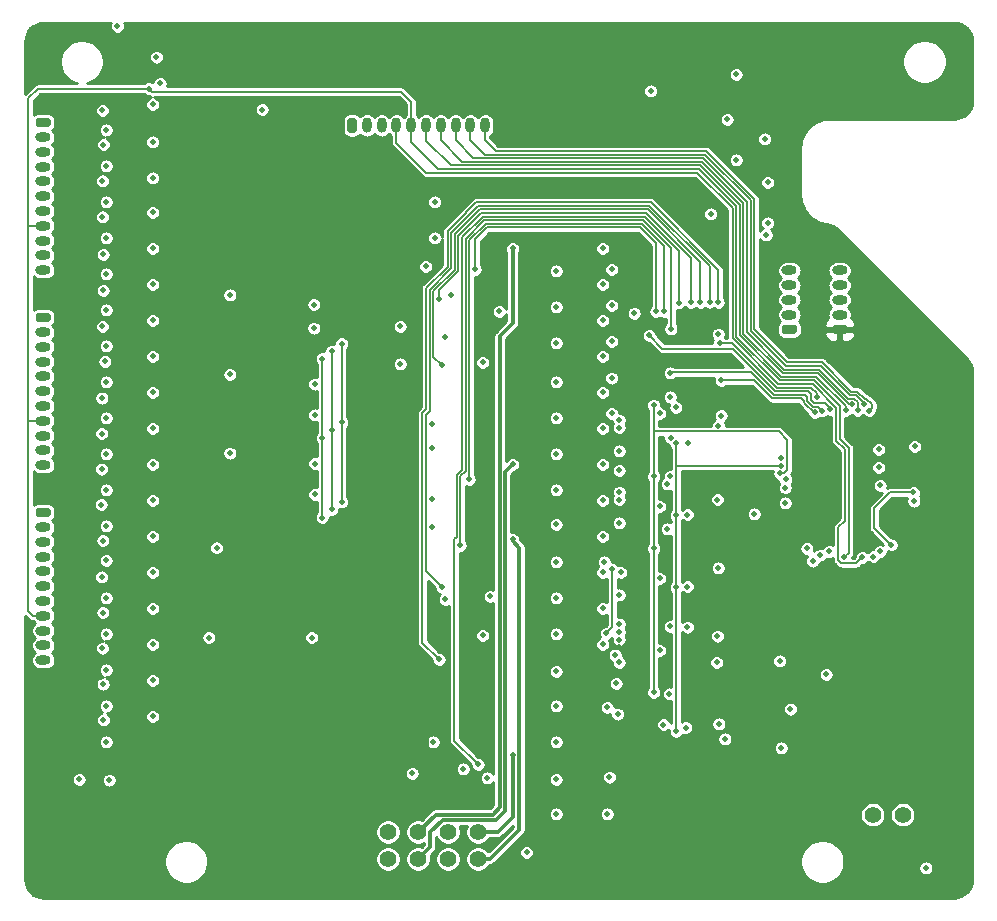
<source format=gbr>
%TF.GenerationSoftware,KiCad,Pcbnew,(5.1.10)-1*%
%TF.CreationDate,2023-09-20T18:37:59-05:00*%
%TF.ProjectId,brs_flight_computer,6272735f-666c-4696-9768-745f636f6d70,A*%
%TF.SameCoordinates,Original*%
%TF.FileFunction,Copper,L2,Inr*%
%TF.FilePolarity,Positive*%
%FSLAX46Y46*%
G04 Gerber Fmt 4.6, Leading zero omitted, Abs format (unit mm)*
G04 Created by KiCad (PCBNEW (5.1.10)-1) date 2023-09-20 18:37:59*
%MOMM*%
%LPD*%
G01*
G04 APERTURE LIST*
%TA.AperFunction,ComponentPad*%
%ADD10O,0.800000X1.300000*%
%TD*%
%TA.AperFunction,ComponentPad*%
%ADD11C,1.400000*%
%TD*%
%TA.AperFunction,ComponentPad*%
%ADD12O,1.300000X0.800000*%
%TD*%
%TA.AperFunction,ViaPad*%
%ADD13C,0.508000*%
%TD*%
%TA.AperFunction,Conductor*%
%ADD14C,0.304800*%
%TD*%
%TA.AperFunction,Conductor*%
%ADD15C,0.152400*%
%TD*%
%TA.AperFunction,Conductor*%
%ADD16C,0.254000*%
%TD*%
%TA.AperFunction,Conductor*%
%ADD17C,0.100000*%
%TD*%
G04 APERTURE END LIST*
D10*
%TO.N,/Microcontroller/NC_V*%
%TO.C,J3*%
X152728000Y-79248000D03*
%TO.N,/Microcontroller/NO_V*%
X151478000Y-79248000D03*
%TO.N,/Microcontroller/UNSET*%
X150228000Y-79248000D03*
%TO.N,/Microcontroller/SET*%
X148978000Y-79248000D03*
%TO.N,/Microcontroller/MAG_INT*%
X147728000Y-79248000D03*
%TO.N,/Ground Switcher/SDA*%
X146478000Y-79248000D03*
%TO.N,/Ground Switcher/SCL*%
X145228000Y-79248000D03*
%TO.N,GND*%
X143978000Y-79248000D03*
%TO.N,VPP*%
X142728000Y-79248000D03*
%TO.N,VDDF*%
%TA.AperFunction,ComponentPad*%
G36*
G01*
X141078000Y-79698000D02*
X141078000Y-78798000D01*
G75*
G02*
X141278000Y-78598000I200000J0D01*
G01*
X141678000Y-78598000D01*
G75*
G02*
X141878000Y-78798000I0J-200000D01*
G01*
X141878000Y-79698000D01*
G75*
G02*
X141678000Y-79898000I-200000J0D01*
G01*
X141278000Y-79898000D01*
G75*
G02*
X141078000Y-79698000I0J200000D01*
G01*
G37*
%TD.AperFunction*%
%TD*%
D11*
%TO.N,Net-(R52-Pad2)*%
%TO.C,TP24*%
X185547000Y-137604500D03*
%TO.N,Net-(J5-Pad3)*%
X188087000Y-137604500D03*
%TD*%
%TO.N,Net-(R33-Pad1)*%
%TO.C,TP17*%
X152146000Y-141351000D03*
%TO.N,P3_CP*%
X149606000Y-141351000D03*
%TD*%
%TO.N,Net-(R32-Pad2)*%
%TO.C,TP16*%
X147066000Y-141351000D03*
%TO.N,P2_CP*%
X144526000Y-141351000D03*
%TD*%
%TO.N,Net-(R17-Pad1)*%
%TO.C,TP7*%
X147066000Y-139065000D03*
%TO.N,P1_CP*%
X144526000Y-139065000D03*
%TD*%
%TO.N,Net-(R16-Pad2)*%
%TO.C,TP6*%
X152146000Y-139065000D03*
%TO.N,/Curve Tracer/GAAS_POS*%
X149606000Y-139065000D03*
%TD*%
D12*
%TO.N,GND*%
%TO.C,J2*%
X178498500Y-91520000D03*
%TO.N,PAYLOAD_RST*%
X178498500Y-92770000D03*
%TO.N,TEST*%
X178498500Y-94020000D03*
%TO.N,TCK*%
X178498500Y-95270000D03*
%TO.N,TMS*%
%TA.AperFunction,ComponentPad*%
G36*
G01*
X178948500Y-96920000D02*
X178048500Y-96920000D01*
G75*
G02*
X177848500Y-96720000I0J200000D01*
G01*
X177848500Y-96320000D01*
G75*
G02*
X178048500Y-96120000I200000J0D01*
G01*
X178948500Y-96120000D01*
G75*
G02*
X179148500Y-96320000I0J-200000D01*
G01*
X179148500Y-96720000D01*
G75*
G02*
X178948500Y-96920000I-200000J0D01*
G01*
G37*
%TD.AperFunction*%
%TD*%
%TO.N,TDI*%
%TO.C,J1*%
X182753000Y-91520000D03*
%TO.N,TDO*%
X182753000Y-92770000D03*
%TO.N,TX_OUT*%
X182753000Y-94020000D03*
%TO.N,RX_IN*%
X182753000Y-95270000D03*
%TO.N,+3V3*%
%TA.AperFunction,ComponentPad*%
G36*
G01*
X183203000Y-96920000D02*
X182303000Y-96920000D01*
G75*
G02*
X182103000Y-96720000I0J200000D01*
G01*
X182103000Y-96320000D01*
G75*
G02*
X182303000Y-96120000I200000J0D01*
G01*
X183203000Y-96120000D01*
G75*
G02*
X183403000Y-96320000I0J-200000D01*
G01*
X183403000Y-96720000D01*
G75*
G02*
X183203000Y-96920000I-200000J0D01*
G01*
G37*
%TD.AperFunction*%
%TD*%
%TO.N,VBUS*%
%TO.C,J14*%
X115316000Y-108004000D03*
%TO.N,GND*%
X115316000Y-106754000D03*
%TO.N,/Ground Switcher/SCL*%
X115316000Y-105504000D03*
%TO.N,/Ground Switcher/SDA*%
X115316000Y-104254000D03*
%TO.N,P2_CP*%
X115316000Y-103004000D03*
%TO.N,P2_P1*%
X115316000Y-101754000D03*
%TO.N,P2_P2*%
X115316000Y-100504000D03*
%TO.N,P2_P3*%
X115316000Y-99254000D03*
%TO.N,P2_P6*%
X115316000Y-98004000D03*
%TO.N,P2_P5*%
X115316000Y-96754000D03*
%TO.N,P2_P4*%
%TA.AperFunction,ComponentPad*%
G36*
G01*
X114866000Y-95104000D02*
X115766000Y-95104000D01*
G75*
G02*
X115966000Y-95304000I0J-200000D01*
G01*
X115966000Y-95704000D01*
G75*
G02*
X115766000Y-95904000I-200000J0D01*
G01*
X114866000Y-95904000D01*
G75*
G02*
X114666000Y-95704000I0J200000D01*
G01*
X114666000Y-95304000D01*
G75*
G02*
X114866000Y-95104000I200000J0D01*
G01*
G37*
%TD.AperFunction*%
%TD*%
%TO.N,VBUS*%
%TO.C,J13*%
X115316000Y-91494000D03*
%TO.N,GND*%
X115316000Y-90244000D03*
%TO.N,/Ground Switcher/SCL*%
X115316000Y-88994000D03*
%TO.N,/Ground Switcher/SDA*%
X115316000Y-87744000D03*
%TO.N,P1_CP*%
X115316000Y-86494000D03*
%TO.N,P1_P1*%
X115316000Y-85244000D03*
%TO.N,P1_P2*%
X115316000Y-83994000D03*
%TO.N,P1_P3*%
X115316000Y-82744000D03*
%TO.N,P1_P6*%
X115316000Y-81494000D03*
%TO.N,P1_P5*%
X115316000Y-80244000D03*
%TO.N,P1_P4*%
%TA.AperFunction,ComponentPad*%
G36*
G01*
X114866000Y-78594000D02*
X115766000Y-78594000D01*
G75*
G02*
X115966000Y-78794000I0J-200000D01*
G01*
X115966000Y-79194000D01*
G75*
G02*
X115766000Y-79394000I-200000J0D01*
G01*
X114866000Y-79394000D01*
G75*
G02*
X114666000Y-79194000I0J200000D01*
G01*
X114666000Y-78794000D01*
G75*
G02*
X114866000Y-78594000I200000J0D01*
G01*
G37*
%TD.AperFunction*%
%TD*%
%TO.N,VBUS*%
%TO.C,J10*%
X115316000Y-124514000D03*
%TO.N,GND*%
X115316000Y-123264000D03*
%TO.N,/Ground Switcher/SCL*%
X115316000Y-122014000D03*
%TO.N,/Ground Switcher/SDA*%
X115316000Y-120764000D03*
%TO.N,P3_CP*%
X115316000Y-119514000D03*
%TO.N,P3_P1*%
X115316000Y-118264000D03*
%TO.N,P3_P2*%
X115316000Y-117014000D03*
%TO.N,P3_P3*%
X115316000Y-115764000D03*
%TO.N,P3_P6*%
X115316000Y-114514000D03*
%TO.N,P3_P5*%
X115316000Y-113264000D03*
%TO.N,P3_P4*%
%TA.AperFunction,ComponentPad*%
G36*
G01*
X114866000Y-111614000D02*
X115766000Y-111614000D01*
G75*
G02*
X115966000Y-111814000I0J-200000D01*
G01*
X115966000Y-112214000D01*
G75*
G02*
X115766000Y-112414000I-200000J0D01*
G01*
X114866000Y-112414000D01*
G75*
G02*
X114666000Y-112214000I0J200000D01*
G01*
X114666000Y-111814000D01*
G75*
G02*
X114866000Y-111614000I200000J0D01*
G01*
G37*
%TD.AperFunction*%
%TD*%
D13*
%TO.N,GND*%
X121602500Y-70866000D03*
X145542000Y-96266000D03*
X145542000Y-99441000D03*
X149860000Y-93599000D03*
X149352000Y-97155000D03*
X153924000Y-94996000D03*
X147701000Y-91186000D03*
X158750000Y-91567000D03*
X158750000Y-94615000D03*
X158750000Y-97663000D03*
X158750000Y-100965000D03*
X158750000Y-104013000D03*
X158750000Y-107061000D03*
X158750000Y-110109000D03*
X158750000Y-113030000D03*
X158750000Y-116205000D03*
X158750000Y-119253000D03*
X158750000Y-122301000D03*
X158750000Y-125476000D03*
X158750000Y-128397000D03*
X158750000Y-131445000D03*
X158750000Y-134620000D03*
X158750000Y-137541000D03*
X124587000Y-80645000D03*
X120650000Y-82677000D03*
X120650000Y-85725000D03*
X120650000Y-88773000D03*
X120650000Y-91821000D03*
X120650000Y-94869000D03*
X120650000Y-97917000D03*
X120650000Y-100965000D03*
X120650000Y-104013000D03*
X120650000Y-107061000D03*
X120650000Y-110109000D03*
X120650000Y-113157000D03*
X120650000Y-116078000D03*
X120650000Y-119253000D03*
X120650000Y-122301000D03*
X120650000Y-125349000D03*
X120650000Y-128397000D03*
X120650000Y-131445000D03*
X120650000Y-79629000D03*
X124587000Y-77470000D03*
X124587000Y-83693000D03*
X124587000Y-86614000D03*
X124587000Y-89662000D03*
X124587000Y-92710000D03*
X124587000Y-95758000D03*
X124587000Y-98806000D03*
X124587000Y-101854000D03*
X124587000Y-104902000D03*
X124587000Y-107950000D03*
X124587000Y-110998000D03*
X124587000Y-114046000D03*
X124587000Y-117094000D03*
X124587000Y-120142000D03*
X124587000Y-123190000D03*
X124587000Y-126238000D03*
X124587000Y-129286000D03*
X177800000Y-131953000D03*
X181610000Y-125730000D03*
X148209000Y-106553000D03*
X148209000Y-113284000D03*
X149352000Y-119380000D03*
X153162000Y-119126000D03*
X148336000Y-131445000D03*
X150876000Y-133731000D03*
X146558000Y-134112000D03*
X148463000Y-88773000D03*
X175514000Y-112141000D03*
X190055500Y-142113000D03*
X173037500Y-131191000D03*
X164084000Y-108458000D03*
X168402000Y-108966000D03*
X168402000Y-121666000D03*
X163830000Y-126492000D03*
X165354000Y-95157859D03*
X172468212Y-96923124D03*
X164084000Y-104203500D03*
X164084000Y-104838500D03*
X172491399Y-104673400D03*
X172402500Y-110934500D03*
X164084000Y-110299500D03*
X164084000Y-110934500D03*
X164211000Y-117094000D03*
X172466000Y-116713000D03*
X172529500Y-129921000D03*
X168338500Y-127381000D03*
X186182000Y-109728000D03*
X186055000Y-108204000D03*
X186055000Y-106680000D03*
X138239500Y-96418403D03*
X138239500Y-94424500D03*
X138303000Y-103759000D03*
X138303000Y-101155500D03*
X138303000Y-110490000D03*
X138303000Y-107886500D03*
X138049000Y-122618500D03*
X118364000Y-134620000D03*
%TO.N,VAA*%
X189103000Y-106426000D03*
%TO.N,PAYLOAD_RST*%
X178142684Y-111216000D03*
%TO.N,+3V3*%
X162687000Y-126238000D03*
X162687000Y-129286000D03*
X162687000Y-132334000D03*
X162687000Y-135382000D03*
X148336000Y-128905000D03*
X148971000Y-134747000D03*
X185293000Y-98806000D03*
X185801000Y-97155000D03*
X188455000Y-114567000D03*
X188455000Y-117615000D03*
X184975500Y-142113000D03*
X164211000Y-131191000D03*
X167513000Y-127952500D03*
X172402500Y-96266000D03*
X183832500Y-101092000D03*
X187706000Y-112268000D03*
X191516000Y-105664000D03*
X152527000Y-136652000D03*
X159004000Y-77913500D03*
X169418000Y-80518000D03*
X169418000Y-84074000D03*
X169418000Y-87630000D03*
X175260000Y-108839000D03*
X152654000Y-123698000D03*
X124650500Y-78613000D03*
X124650500Y-81661000D03*
X124650500Y-84709000D03*
X124650500Y-87757000D03*
X124563250Y-90781250D03*
X124587000Y-93853000D03*
X124587000Y-96901000D03*
X124587000Y-100012500D03*
X124534159Y-102944159D03*
X124523500Y-106045000D03*
X124523500Y-109156500D03*
X124523500Y-112204500D03*
X124523500Y-115189000D03*
X124523500Y-118237000D03*
X124523500Y-121285000D03*
X124523500Y-124269500D03*
X124523500Y-127381000D03*
X124523500Y-130429000D03*
X129794000Y-98996500D03*
X138239500Y-95758000D03*
X133985000Y-94932500D03*
X129794000Y-105727500D03*
X138303000Y-102489000D03*
X133985000Y-101663500D03*
X133985000Y-108331000D03*
X129794000Y-112458500D03*
X138303000Y-109220000D03*
X129984500Y-123888500D03*
X164084000Y-123444000D03*
X133413500Y-117983000D03*
X129997200Y-116230400D03*
X138023600Y-116281200D03*
X138023600Y-123901200D03*
X121920000Y-143129000D03*
%TO.N,GAAS_VOLTAGE*%
X148844000Y-124460000D03*
X172466000Y-94234000D03*
%TO.N,P_1_VOLTAGE*%
X148844000Y-93980000D03*
X170154600Y-94234000D03*
%TO.N,GAAS_CURRENT*%
X152146000Y-133350000D03*
X169189400Y-94251735D03*
%TO.N,P_1_CURRENT*%
X151892000Y-91440000D03*
X167195500Y-94996000D03*
%TO.N,P_2_VOLTAGE*%
X149098000Y-99568000D03*
X170942000Y-94234000D03*
%TO.N,P_3_VOLTAGE*%
X149098000Y-118364000D03*
X171735625Y-94202375D03*
%TO.N,P_2_CURRENT*%
X151384000Y-109220000D03*
X167894000Y-94996000D03*
%TO.N,P_3_CURRENT*%
X150622000Y-114808000D03*
X168465500Y-96478659D03*
%TO.N,+5V*%
X173990000Y-74930000D03*
X166751000Y-76327000D03*
%TO.N,/Ground Switcher/SCL*%
X125222000Y-75692000D03*
X184658000Y-115824000D03*
%TO.N,/Ground Switcher/SDA*%
X124269500Y-76136500D03*
X183134000Y-115824000D03*
%TO.N,/Curve Tracer/GAAS_POS*%
X120904000Y-134683500D03*
%TO.N,/Ground Switcher/GAAS_TEMP*%
X185610500Y-115760500D03*
X156249750Y-140803250D03*
%TO.N,Net-(J21-Pad4)*%
X176657000Y-84074000D03*
%TO.N,Net-(J21-Pad3)*%
X176657000Y-87503000D03*
%TO.N,/Microcontroller/MAG_INT*%
X183261000Y-103378000D03*
%TO.N,/Microcontroller/UNSET*%
X184277000Y-103378000D03*
%TO.N,/Microcontroller/SET*%
X183769000Y-102870000D03*
%TO.N,/Microcontroller/NC_V*%
X185247600Y-103398322D03*
%TO.N,/Microcontroller/NO_V*%
X184785000Y-102870000D03*
%TO.N,/EPS Connections/BUSY*%
X186182000Y-115316000D03*
X171831000Y-86741000D03*
%TO.N,/EPS Connections/TX*%
X178181000Y-109220000D03*
X173990000Y-82169000D03*
%TO.N,/EPS Connections/RX*%
X178138951Y-109922452D03*
X173228000Y-78740000D03*
%TO.N,Net-(R16-Pad2)*%
X155067000Y-132588000D03*
%TO.N,Net-(R32-Pad2)*%
X155067000Y-107950000D03*
%TO.N,Net-(R71-Pad2)*%
X120332500Y-77978000D03*
%TO.N,Net-(R72-Pad2)*%
X120332500Y-96266000D03*
%TO.N,Net-(R73-Pad2)*%
X120356250Y-114403250D03*
%TO.N,/EPS Connections/READ_BUSS*%
X177801595Y-107405922D03*
X176530000Y-88519000D03*
%TO.N,Net-(U23-Pad4)*%
X163449000Y-103632000D03*
X169862500Y-112204500D03*
%TO.N,Net-(U26-Pad6)*%
X168148000Y-113411000D03*
X168148000Y-109601000D03*
X172402500Y-122491500D03*
%TO.N,Net-(U18-Pad4)*%
X163449000Y-91440000D03*
X169926000Y-106172000D03*
%TO.N,Net-(U19-Pad4)*%
X163449000Y-94488000D03*
X168443025Y-105689400D03*
%TO.N,Net-(U20-Pad4)*%
X163449000Y-97536000D03*
X168884590Y-103124000D03*
%TO.N,Net-(U21-Pad6)*%
X163449000Y-100647500D03*
X168401990Y-102235000D03*
X172720000Y-103822500D03*
X169862500Y-121729500D03*
%TO.N,Net-(U33-Pad4)*%
X163068000Y-128524000D03*
X169735500Y-130238500D03*
%TO.N,Net-(U35-Pad4)*%
X163258500Y-134429500D03*
X163957000Y-129095500D03*
%TO.N,Net-(U36-Pad6)*%
X163068000Y-137541000D03*
X167830500Y-129984500D03*
%TO.N,Net-(U28-Pad4)*%
X162814000Y-116205000D03*
X169862500Y-118300500D03*
%TO.N,Net-(U30-Pad4)*%
X163004500Y-122237500D03*
X163512500Y-116840000D03*
%TO.N,/Microcontroller/CT_GOOD*%
X172339000Y-124714000D03*
X179984400Y-115062000D03*
%TO.N,/Ground Switcher/MUX_GOOD*%
X181102000Y-115633500D03*
X163733247Y-124091244D03*
%TO.N,/Ground Switcher/MUX_CLOCK*%
X181864000Y-115316000D03*
X129997200Y-115011200D03*
%TO.N,/Curve Tracer/GAAS_ON*%
X152908000Y-134493000D03*
X180467000Y-116141500D03*
%TO.N,/Curve Tracer/S1_CT*%
X166624000Y-97028000D03*
X181944052Y-103297948D03*
%TO.N,/Curve Tracer/READ_VOLTAGE*%
X172720000Y-100838000D03*
X180643045Y-103550201D03*
%TO.N,/Curve Tracer/READ_CURRENT*%
X168401990Y-100209768D03*
X181293385Y-103410922D03*
%TO.N,/Curve Tracer/S0_CT*%
X172593000Y-97663000D03*
X180823628Y-102254516D03*
%TO.N,/Microcontroller/TRACE_DIR*%
X167005000Y-127254000D03*
X167005000Y-102933500D03*
X167005000Y-108966000D03*
X167005000Y-115062000D03*
X177675978Y-108719001D03*
%TO.N,/Microcontroller/LADDER_CLOCK*%
X168910000Y-130556000D03*
X168910000Y-106172000D03*
X168910000Y-118364000D03*
X168910000Y-112268000D03*
X177772416Y-108065679D03*
%TO.N,VBUS*%
X162687000Y-89662000D03*
X162687000Y-92710000D03*
X162687000Y-95758000D03*
X162687000Y-98806000D03*
X162687000Y-101854000D03*
X162687000Y-104902000D03*
X162687000Y-107950000D03*
X162687000Y-110998000D03*
X162687000Y-114046000D03*
X162687000Y-117094000D03*
X162687000Y-120142000D03*
X162687000Y-123190000D03*
X164084000Y-124714000D03*
X164084000Y-118999000D03*
X164084000Y-112903000D03*
X164084000Y-106807000D03*
X167513000Y-111506000D03*
X167513000Y-117602000D03*
X167513000Y-123698000D03*
X177673000Y-124587000D03*
X148209000Y-104521000D03*
X148209000Y-110871000D03*
X152527000Y-122428000D03*
X148463000Y-85725000D03*
X167513000Y-103632000D03*
X178574574Y-128663574D03*
X133858000Y-77913500D03*
X152527000Y-99314000D03*
X124904500Y-73469500D03*
%TO.N,Net-(R17-Pad1)*%
X155067000Y-89662000D03*
%TO.N,Net-(R33-Pad1)*%
X155067000Y-114300000D03*
%TO.N,Net-(U4-Pad9)*%
X131127500Y-93599000D03*
X164084000Y-121462791D03*
%TO.N,Net-(U15-Pad3)*%
X140589000Y-111125000D03*
X140589000Y-97726500D03*
X140589000Y-104394000D03*
%TO.N,Net-(U15-Pad2)*%
X139763500Y-111760000D03*
X139763500Y-98361500D03*
X139763500Y-105029000D03*
%TO.N,Net-(U15-Pad1)*%
X138938000Y-112458500D03*
X138938000Y-98996500D03*
X138938000Y-105727500D03*
%TO.N,Net-(U5-Pad9)*%
X131127500Y-100330000D03*
X164084000Y-122123194D03*
%TO.N,Net-(U15-Pad9)*%
X131127500Y-106997500D03*
X164084000Y-122783597D03*
%TO.N,Net-(J21-Pad5)*%
X176403000Y-80391000D03*
%TO.N,/Microcontroller/PANEL_3_CURRENT_V*%
X187117602Y-114754720D03*
X188993213Y-110327339D03*
%TO.N,Net-(R11-Pad2)*%
X120396000Y-93218000D03*
%TO.N,Net-(R12-Pad2)*%
X120396000Y-90170000D03*
%TO.N,Net-(R13-Pad2)*%
X120332500Y-86995000D03*
%TO.N,Net-(R26-Pad2)*%
X120332500Y-83947000D03*
%TO.N,Net-(R27-Pad2)*%
X120419750Y-80875250D03*
%TO.N,Net-(R28-Pad2)*%
X120229250Y-111355250D03*
%TO.N,Net-(R29-Pad2)*%
X120261000Y-108339000D03*
%TO.N,Net-(R38-Pad2)*%
X120269000Y-105346500D03*
%TO.N,Net-(R39-Pad2)*%
X120292750Y-102338250D03*
%TO.N,Net-(R40-Pad2)*%
X120546750Y-99226750D03*
%TO.N,Net-(R41-Pad2)*%
X120419750Y-129579750D03*
%TO.N,Net-(R44-Pad2)*%
X120388000Y-126563500D03*
%TO.N,Net-(R45-Pad2)*%
X120324500Y-123515500D03*
%TO.N,Net-(R47-Pad2)*%
X120356250Y-120499250D03*
%TO.N,Net-(R48-Pad2)*%
X120269000Y-117475000D03*
%TO.N,/Ground Switcher/MUX_RESET*%
X129349500Y-122618500D03*
X189039627Y-111048501D03*
%TD*%
D14*
%TO.N,+3V3*%
X147777199Y-133553199D02*
X148971000Y-134747000D01*
X147777199Y-129463801D02*
X147777199Y-133553199D01*
X148336000Y-128905000D02*
X147777199Y-129463801D01*
D15*
%TO.N,GAAS_VOLTAGE*%
X147421589Y-103607345D02*
X147421589Y-123037589D01*
X149555140Y-91213662D02*
X147751779Y-93017023D01*
X147421589Y-123037589D02*
X148844000Y-124460000D01*
X151130000Y-86644538D02*
X149555140Y-88219398D01*
X151130000Y-86614000D02*
X151130000Y-86644538D01*
X147751779Y-93017023D02*
X147751779Y-103277155D01*
X151993665Y-85750335D02*
X151130000Y-86614000D01*
X147751779Y-103277155D02*
X147421589Y-103607345D01*
X166745787Y-85750335D02*
X151993665Y-85750335D01*
X149555140Y-88219398D02*
X149555140Y-91213662D01*
X172466000Y-91470548D02*
X166745787Y-85750335D01*
X172466000Y-94234000D02*
X172466000Y-91470548D01*
%TO.N,P_1_VOLTAGE*%
X148844000Y-93218000D02*
X148844000Y-93980000D01*
X150469570Y-91592430D02*
X148844000Y-93218000D01*
X150469570Y-88598166D02*
X150469570Y-91592430D01*
X152402973Y-86664763D02*
X150469570Y-88598166D01*
X166367022Y-86664762D02*
X152402973Y-86664763D01*
X170154600Y-90452338D02*
X166367022Y-86664762D01*
X170154600Y-94234000D02*
X170154600Y-90452338D01*
%TO.N,GAAS_CURRENT*%
X169189400Y-94251735D02*
X169189400Y-89918202D01*
X169189400Y-89918202D02*
X166240767Y-86969571D01*
X166240767Y-86969571D02*
X152529230Y-86969572D01*
X152529230Y-86969572D02*
X150774380Y-88724422D01*
X150774380Y-108382554D02*
X150317190Y-108839744D01*
X150774380Y-88724422D02*
X150774380Y-108382554D01*
X150317190Y-108839744D02*
X150317190Y-114096810D01*
X150139399Y-131343399D02*
X152146000Y-133350000D01*
X150139399Y-114274601D02*
X150139399Y-131343399D01*
X150317190Y-114096810D02*
X150139399Y-114274601D01*
%TO.N,P_1_CURRENT*%
X151892000Y-91440000D02*
X151892000Y-88900000D01*
X151892000Y-88900000D02*
X152908000Y-87884000D01*
X152908000Y-87884000D02*
X165862000Y-87884000D01*
X165862000Y-87884000D02*
X167214681Y-89236681D01*
X167214681Y-94976819D02*
X167195500Y-94996000D01*
X167214681Y-89236681D02*
X167214681Y-94976819D01*
%TO.N,P_2_VOLTAGE*%
X170942000Y-90808676D02*
X166493277Y-86359953D01*
X170942000Y-94234000D02*
X170942000Y-90808676D01*
X152276716Y-86359954D02*
X150164760Y-88471910D01*
X166493277Y-86359953D02*
X152276716Y-86359954D01*
X150164760Y-88471910D02*
X150164760Y-91466174D01*
X148361399Y-98831399D02*
X149098000Y-99568000D01*
X148361399Y-93269535D02*
X148361399Y-98831399D01*
X150164760Y-91466174D02*
X148361399Y-93269535D01*
%TO.N,P_3_VOLTAGE*%
X171735625Y-91171237D02*
X166619532Y-86055144D01*
X171735625Y-94202375D02*
X171735625Y-91171237D01*
X152150459Y-86055145D02*
X149859950Y-88345654D01*
X166619532Y-86055144D02*
X152150459Y-86055145D01*
X149859950Y-88345654D02*
X149859950Y-91339918D01*
X149859950Y-91339918D02*
X148056589Y-93143279D01*
X148056589Y-93143279D02*
X148056589Y-103403411D01*
X147726399Y-116992399D02*
X149098000Y-118364000D01*
X147726399Y-103733601D02*
X147726399Y-116992399D01*
X148056589Y-103403411D02*
X147726399Y-103733601D01*
%TO.N,P_2_CURRENT*%
X151384000Y-88976934D02*
X151384000Y-109220000D01*
X165988256Y-87579190D02*
X152781744Y-87579190D01*
X167894000Y-89484934D02*
X165988256Y-87579190D01*
X152781744Y-87579190D02*
X151384000Y-88976934D01*
X167894000Y-94996000D02*
X167894000Y-89484934D01*
%TO.N,P_3_CURRENT*%
X150622000Y-108966000D02*
X150622000Y-114808000D01*
X151079190Y-108508810D02*
X150622000Y-108966000D01*
X151079190Y-88850678D02*
X151079190Y-108508810D01*
X152655487Y-87274381D02*
X151079190Y-88850678D01*
X166114512Y-87274380D02*
X152655487Y-87274381D01*
X168484681Y-89644549D02*
X166114512Y-87274380D01*
X168484681Y-96459478D02*
X168465500Y-96478659D01*
X168484681Y-89644549D02*
X168484681Y-96459478D01*
%TO.N,/Ground Switcher/SCL*%
X183210190Y-106679256D02*
X182473589Y-105942655D01*
X183210190Y-112699810D02*
X183210190Y-106679256D01*
X182473589Y-105942655D02*
X182473589Y-103144985D01*
X180471459Y-101142855D02*
X177550458Y-101142854D01*
X182473589Y-103144985D02*
X180471459Y-101142855D01*
X177550458Y-101142854D02*
X173685140Y-97277536D01*
X173685140Y-97277536D02*
X173685140Y-86228536D01*
X173685140Y-86228536D02*
X170692464Y-83235860D01*
X170692464Y-83235860D02*
X147751860Y-83235860D01*
X145228000Y-80712000D02*
X145228000Y-79248000D01*
X147751860Y-83235860D02*
X145228000Y-80712000D01*
X184175399Y-116306601D02*
X184658000Y-115824000D01*
X182902351Y-116306601D02*
X184175399Y-116306601D01*
X182651399Y-116055649D02*
X182902351Y-116306601D01*
X182651399Y-113258601D02*
X182651399Y-116055649D01*
X183210190Y-112699810D02*
X182651399Y-113258601D01*
%TO.N,/Ground Switcher/SDA*%
X114414000Y-120764000D02*
X115316000Y-120764000D01*
X114046000Y-120396000D02*
X114414000Y-120764000D01*
X114059000Y-104254000D02*
X114046000Y-104267000D01*
X115316000Y-104254000D02*
X114059000Y-104254000D01*
X114046000Y-104267000D02*
X114046000Y-120396000D01*
X114871500Y-76136500D02*
X124269500Y-76136500D01*
X114046000Y-76962000D02*
X114871500Y-76136500D01*
X115316000Y-87744000D02*
X114059000Y-87744000D01*
X114046000Y-87757000D02*
X114046000Y-76962000D01*
X114059000Y-87744000D02*
X114046000Y-87757000D01*
X114046000Y-104267000D02*
X114046000Y-87757000D01*
X124523499Y-76390499D02*
X145605499Y-76390499D01*
X124269500Y-76136500D02*
X124523499Y-76390499D01*
X146478000Y-77263000D02*
X146478000Y-79248000D01*
X145605499Y-76390499D02*
X146478000Y-77263000D01*
X183515000Y-115443000D02*
X183134000Y-115824000D01*
X183515000Y-106553000D02*
X183515000Y-115443000D01*
X182778399Y-105816399D02*
X183515000Y-106553000D01*
X182778399Y-103018729D02*
X182778399Y-105816399D01*
X173989950Y-86102280D02*
X173989950Y-97151280D01*
X177676715Y-100838045D02*
X180597716Y-100838046D01*
X173989950Y-97151280D02*
X177676715Y-100838045D01*
X170818720Y-82931050D02*
X173989950Y-86102280D01*
X180597716Y-100838046D02*
X182778399Y-103018729D01*
X146478000Y-80692000D02*
X148717050Y-82931050D01*
X148717050Y-82931050D02*
X170818720Y-82931050D01*
X146478000Y-79248000D02*
X146478000Y-80692000D01*
%TO.N,/Microcontroller/MAG_INT*%
X183261000Y-103018790D02*
X183261000Y-103378000D01*
X180775447Y-100533237D02*
X183261000Y-103018790D01*
X174294760Y-97025024D02*
X177802972Y-100533236D01*
X174294760Y-85976024D02*
X174294760Y-97025024D01*
X177802972Y-100533236D02*
X180775447Y-100533237D01*
X170944976Y-82626240D02*
X174294760Y-85976024D01*
X149809240Y-82626240D02*
X170944976Y-82626240D01*
X147728000Y-80545000D02*
X149809240Y-82626240D01*
X147728000Y-79248000D02*
X147728000Y-80545000D01*
%TO.N,/Microcontroller/UNSET*%
X184277000Y-102663750D02*
X184277000Y-103378000D01*
X181027961Y-99923619D02*
X183491741Y-102387399D01*
X178055486Y-99923618D02*
X181027961Y-99923619D01*
X171197488Y-82016620D02*
X174904380Y-85723512D01*
X174904380Y-85723512D02*
X174904380Y-96772512D01*
X151739620Y-82016620D02*
X171197488Y-82016620D01*
X184000649Y-102387399D02*
X184277000Y-102663750D01*
X174904380Y-96772512D02*
X178055486Y-99923618D01*
X150228000Y-80505000D02*
X151739620Y-82016620D01*
X183491741Y-102387399D02*
X184000649Y-102387399D01*
X150228000Y-79248000D02*
X150228000Y-80505000D01*
%TO.N,/Microcontroller/SET*%
X183543276Y-102870000D02*
X183769000Y-102870000D01*
X180901704Y-100228428D02*
X183543276Y-102870000D01*
X174599570Y-96898768D02*
X177929229Y-100228427D01*
X174599570Y-85849768D02*
X174599570Y-96898768D01*
X171071232Y-82321430D02*
X174599570Y-85849768D01*
X177929229Y-100228427D02*
X180901704Y-100228428D01*
X150774430Y-82321430D02*
X171071232Y-82321430D01*
X148978000Y-80525000D02*
X150774430Y-82321430D01*
X148978000Y-79248000D02*
X148978000Y-80525000D01*
%TO.N,/Microcontroller/NC_V*%
X185501599Y-103144323D02*
X185247600Y-103398322D01*
X152728000Y-80465000D02*
X153670000Y-81407000D01*
X171450000Y-81407000D02*
X175514000Y-85471000D01*
X184862781Y-102387399D02*
X185016649Y-102387399D01*
X152728000Y-79248000D02*
X152728000Y-80465000D01*
X153670000Y-81407000D02*
X171450000Y-81407000D01*
X175514000Y-85471000D02*
X175514000Y-96520000D01*
X184253163Y-101777781D02*
X184862781Y-102387399D01*
X175514000Y-96520000D02*
X178308000Y-99314000D01*
X185016649Y-102387399D02*
X185501599Y-102872349D01*
X178308000Y-99314000D02*
X181280475Y-99314001D01*
X181280475Y-99314001D02*
X183744254Y-101777780D01*
X183744254Y-101777780D02*
X184253163Y-101777781D01*
X185501599Y-102872349D02*
X185501599Y-103144323D01*
%TO.N,/Microcontroller/NO_V*%
X184126906Y-102082590D02*
X184785000Y-102740684D01*
X183617997Y-102082589D02*
X184126906Y-102082590D01*
X178181743Y-99618809D02*
X181154218Y-99618810D01*
X175209190Y-85597256D02*
X175209190Y-96646256D01*
X181154218Y-99618810D02*
X183617997Y-102082589D01*
X171323744Y-81711810D02*
X175209190Y-85597256D01*
X152704810Y-81711810D02*
X171323744Y-81711810D01*
X175209190Y-96646256D02*
X178181743Y-99618809D01*
X151478000Y-80485000D02*
X152704810Y-81711810D01*
X184785000Y-102740684D02*
X184785000Y-102870000D01*
X151478000Y-79248000D02*
X151478000Y-80485000D01*
D14*
%TO.N,Net-(R16-Pad2)*%
X152146000Y-139065000D02*
X153797000Y-139065000D01*
X155067000Y-137795000D02*
X155067000Y-132588000D01*
X153797000Y-139065000D02*
X155067000Y-137795000D01*
%TO.N,Net-(R32-Pad2)*%
X148070801Y-139113093D02*
X149134894Y-138049000D01*
X148070801Y-140346199D02*
X148070801Y-139113093D01*
X147066000Y-141351000D02*
X148070801Y-140346199D01*
X153670000Y-138049000D02*
X154432000Y-137287000D01*
X149134894Y-138049000D02*
X153670000Y-138049000D01*
X154432000Y-137287000D02*
X154432000Y-108585000D01*
X154432000Y-108585000D02*
X155067000Y-107950000D01*
D15*
%TO.N,Net-(U30-Pad4)*%
X163512500Y-121729500D02*
X163004500Y-122237500D01*
X163512500Y-116840000D02*
X163512500Y-121729500D01*
%TO.N,/Curve Tracer/S1_CT*%
X181517394Y-102762791D02*
X181944052Y-103189449D01*
X180617653Y-102762791D02*
X181517394Y-102762791D01*
X180341027Y-102022867D02*
X180341027Y-102486165D01*
X180070633Y-101752473D02*
X180341027Y-102022867D01*
X181944052Y-103189449D02*
X181944052Y-103297948D01*
X173691072Y-98145600D02*
X177297944Y-101752472D01*
X177297944Y-101752472D02*
X180070633Y-101752473D01*
X167741600Y-98145600D02*
X173691072Y-98145600D01*
X180341027Y-102486165D02*
X180617653Y-102762791D01*
X166624000Y-97028000D02*
X167741600Y-98145600D01*
%TO.N,/Curve Tracer/READ_VOLTAGE*%
X175521340Y-100838000D02*
X172720000Y-100838000D01*
X177045430Y-102362090D02*
X175521340Y-100838000D01*
X180542931Y-103550201D02*
X180643045Y-103550201D01*
X179691957Y-102699227D02*
X179847365Y-102854635D01*
X179691957Y-102602957D02*
X179691957Y-102699227D01*
X179451090Y-102362090D02*
X179691957Y-102602957D01*
X177045430Y-102362090D02*
X179451090Y-102362090D01*
X179847365Y-102854635D02*
X180542931Y-103550201D01*
X179691958Y-102699228D02*
X179847365Y-102854635D01*
%TO.N,/Curve Tracer/READ_CURRENT*%
X179818215Y-102057282D02*
X177171687Y-102057281D01*
X177171687Y-102057281D02*
X175279306Y-100164900D01*
X168446858Y-100164900D02*
X168401990Y-100209768D01*
X175279306Y-100164900D02*
X168446858Y-100164900D01*
X179996767Y-102572971D02*
X180491397Y-103067601D01*
X179996767Y-102235836D02*
X179996767Y-102572971D01*
X179818215Y-102057282D02*
X179996767Y-102235836D01*
X180950064Y-103067601D02*
X181293385Y-103410922D01*
X180491397Y-103067601D02*
X180950064Y-103067601D01*
%TO.N,/Curve Tracer/S0_CT*%
X180345202Y-101447664D02*
X180823628Y-101926090D01*
X177424201Y-101447663D02*
X180345202Y-101447664D01*
X173639538Y-97663000D02*
X177424201Y-101447663D01*
X180823628Y-101926090D02*
X180823628Y-102254516D01*
X172593000Y-97663000D02*
X173639538Y-97663000D01*
%TO.N,/Microcontroller/TRACE_DIR*%
X167005000Y-115062000D02*
X167005000Y-108966000D01*
X167005000Y-127254000D02*
X167005000Y-115062000D01*
X177621750Y-105156000D02*
X167005000Y-105156000D01*
X167005000Y-105156000D02*
X167005000Y-102933500D01*
X167005000Y-108966000D02*
X167005000Y-105156000D01*
X178329602Y-105863852D02*
X177621750Y-105156000D01*
X178329602Y-108424587D02*
X178329602Y-105863852D01*
X178035188Y-108719001D02*
X178329602Y-108424587D01*
X177675978Y-108719001D02*
X178035188Y-108719001D01*
%TO.N,/Microcontroller/LADDER_CLOCK*%
X168910000Y-130556000D02*
X168910000Y-118364000D01*
X168910000Y-118364000D02*
X168910000Y-112268000D01*
X168910000Y-107823000D02*
X168910000Y-106172000D01*
X168921321Y-108065679D02*
X168910000Y-108077000D01*
X177772416Y-108065679D02*
X168921321Y-108065679D01*
X168910000Y-108077000D02*
X168910000Y-107823000D01*
X168910000Y-112268000D02*
X168910000Y-108077000D01*
D14*
%TO.N,Net-(R17-Pad1)*%
X147066000Y-139065000D02*
X148539210Y-137591790D01*
X148539210Y-137591790D02*
X148945512Y-137591790D01*
X153365210Y-137591790D02*
X153974790Y-136982210D01*
X148945512Y-137591790D02*
X153365210Y-137591790D01*
X153974790Y-136982210D02*
X153974790Y-97104210D01*
X155067000Y-96012000D02*
X155067000Y-89662000D01*
X153974790Y-97104210D02*
X155067000Y-96012000D01*
%TO.N,Net-(R33-Pad1)*%
X155625801Y-138861148D02*
X155625801Y-114985801D01*
X153135949Y-141351000D02*
X155625801Y-138861148D01*
X152146000Y-141351000D02*
X153135949Y-141351000D01*
X155067000Y-114427000D02*
X155067000Y-114300000D01*
X155625801Y-114985801D02*
X155067000Y-114427000D01*
D15*
%TO.N,Net-(U15-Pad3)*%
X140589000Y-104394000D02*
X140589000Y-97726500D01*
X140589000Y-111125000D02*
X140589000Y-104394000D01*
%TO.N,Net-(U15-Pad2)*%
X139763500Y-105029000D02*
X139763500Y-98361500D01*
X139763500Y-111760000D02*
X139763500Y-105029000D01*
%TO.N,Net-(U15-Pad1)*%
X138938000Y-105727500D02*
X138938000Y-98996500D01*
X138938000Y-112458500D02*
X138938000Y-105727500D01*
%TO.N,/Microcontroller/PANEL_3_CURRENT_V*%
X185699399Y-113336517D02*
X187117602Y-114754720D01*
X186979661Y-110327339D02*
X185699399Y-111607601D01*
X188993213Y-110327339D02*
X186979661Y-110327339D01*
X185699399Y-111607601D02*
X185699399Y-113336517D01*
%TD*%
D16*
%TO.N,+3V3*%
X120991903Y-70680777D02*
X120967500Y-70803458D01*
X120967500Y-70928542D01*
X120991903Y-71051223D01*
X121039771Y-71166785D01*
X121109264Y-71270789D01*
X121197711Y-71359236D01*
X121301715Y-71428729D01*
X121417277Y-71476597D01*
X121539958Y-71501000D01*
X121665042Y-71501000D01*
X121787723Y-71476597D01*
X121903285Y-71428729D01*
X122007289Y-71359236D01*
X122095736Y-71270789D01*
X122165229Y-71166785D01*
X122213097Y-71051223D01*
X122237500Y-70928542D01*
X122237500Y-70803458D01*
X122213097Y-70680777D01*
X122173424Y-70585000D01*
X192408207Y-70585000D01*
X192726321Y-70616192D01*
X193009700Y-70701749D01*
X193271054Y-70840714D01*
X193500444Y-71027800D01*
X193689125Y-71255877D01*
X193829912Y-71516258D01*
X193917444Y-71799026D01*
X193950729Y-72115711D01*
X193950730Y-77142504D01*
X193919537Y-77460628D01*
X193833982Y-77744003D01*
X193695016Y-78005360D01*
X193507931Y-78234749D01*
X193279853Y-78423432D01*
X193019473Y-78564219D01*
X192736703Y-78651751D01*
X192420017Y-78685036D01*
X181879303Y-78685036D01*
X181857820Y-78687152D01*
X181845371Y-78687065D01*
X181838687Y-78687720D01*
X181450494Y-78728521D01*
X181407794Y-78737287D01*
X181364967Y-78745456D01*
X181358537Y-78747397D01*
X180985663Y-78862821D01*
X180945462Y-78879720D01*
X180905053Y-78896046D01*
X180899123Y-78899199D01*
X180555768Y-79084850D01*
X180519631Y-79109225D01*
X180483146Y-79133100D01*
X180477941Y-79137345D01*
X180177186Y-79386152D01*
X180146467Y-79417086D01*
X180115321Y-79447587D01*
X180111040Y-79452762D01*
X179864339Y-79755247D01*
X179840208Y-79791567D01*
X179815584Y-79827529D01*
X179812389Y-79833437D01*
X179629140Y-80178079D01*
X179612548Y-80218335D01*
X179595352Y-80258456D01*
X179593366Y-80264871D01*
X179480548Y-80638543D01*
X179472083Y-80681297D01*
X179463017Y-80723950D01*
X179462315Y-80730629D01*
X179424225Y-81119098D01*
X179421929Y-81142411D01*
X179421930Y-85150335D01*
X179423059Y-85161793D01*
X179431661Y-85341154D01*
X179436257Y-85372483D01*
X179438848Y-85404046D01*
X179440094Y-85410646D01*
X179515186Y-85793686D01*
X179527700Y-85835419D01*
X179539644Y-85877374D01*
X179542149Y-85883606D01*
X179690209Y-86244765D01*
X179710593Y-86283277D01*
X179730458Y-86322109D01*
X179734124Y-86327735D01*
X179949515Y-86653258D01*
X179976998Y-86687085D01*
X180004019Y-86721310D01*
X180008709Y-86726118D01*
X180283226Y-87003606D01*
X180316729Y-87031428D01*
X180349910Y-87059776D01*
X180355445Y-87063581D01*
X180678630Y-87282463D01*
X180716969Y-87303286D01*
X180754956Y-87324611D01*
X180761119Y-87327266D01*
X180761123Y-87327268D01*
X180761127Y-87327269D01*
X181120670Y-87479207D01*
X181162282Y-87492174D01*
X181203726Y-87505727D01*
X181210293Y-87507136D01*
X181592503Y-87586346D01*
X181592505Y-87586346D01*
X181928535Y-87655986D01*
X182201192Y-87771207D01*
X182456460Y-87944091D01*
X182561159Y-88039699D01*
X193490992Y-99005678D01*
X193693467Y-99253007D01*
X193832916Y-99514112D01*
X193918993Y-99797327D01*
X193950729Y-100114983D01*
X193950730Y-143080467D01*
X193919537Y-143398591D01*
X193833982Y-143681966D01*
X193695016Y-143943323D01*
X193507931Y-144172712D01*
X193279853Y-144361395D01*
X193019473Y-144502182D01*
X192736703Y-144589714D01*
X192420017Y-144622999D01*
X115339522Y-144622999D01*
X115021408Y-144591807D01*
X114738033Y-144506252D01*
X114476676Y-144367286D01*
X114247287Y-144180201D01*
X114058604Y-143952123D01*
X113917817Y-143691743D01*
X113830285Y-143408973D01*
X113797000Y-143092287D01*
X113797000Y-141420119D01*
X125564762Y-141420119D01*
X125564762Y-141787879D01*
X125636509Y-142148573D01*
X125777245Y-142488339D01*
X125981561Y-142794121D01*
X126241607Y-143054167D01*
X126547389Y-143258483D01*
X126887155Y-143399219D01*
X127247849Y-143470966D01*
X127615609Y-143470966D01*
X127976303Y-143399219D01*
X128316069Y-143258483D01*
X128621851Y-143054167D01*
X128881897Y-142794121D01*
X129086213Y-142488339D01*
X129226949Y-142148573D01*
X129298696Y-141787879D01*
X129298696Y-141420119D01*
X129263770Y-141244531D01*
X143445000Y-141244531D01*
X143445000Y-141457469D01*
X143486543Y-141666316D01*
X143568031Y-141863045D01*
X143686333Y-142040097D01*
X143836903Y-142190667D01*
X144013955Y-142308969D01*
X144210684Y-142390457D01*
X144419531Y-142432000D01*
X144632469Y-142432000D01*
X144841316Y-142390457D01*
X145038045Y-142308969D01*
X145215097Y-142190667D01*
X145365667Y-142040097D01*
X145483969Y-141863045D01*
X145565457Y-141666316D01*
X145607000Y-141457469D01*
X145607000Y-141244531D01*
X145565457Y-141035684D01*
X145483969Y-140838955D01*
X145365667Y-140661903D01*
X145215097Y-140511333D01*
X145038045Y-140393031D01*
X144841316Y-140311543D01*
X144632469Y-140270000D01*
X144419531Y-140270000D01*
X144210684Y-140311543D01*
X144013955Y-140393031D01*
X143836903Y-140511333D01*
X143686333Y-140661903D01*
X143568031Y-140838955D01*
X143486543Y-141035684D01*
X143445000Y-141244531D01*
X129263770Y-141244531D01*
X129226949Y-141059425D01*
X129086213Y-140719659D01*
X128881897Y-140413877D01*
X128621851Y-140153831D01*
X128316069Y-139949515D01*
X127976303Y-139808779D01*
X127615609Y-139737032D01*
X127247849Y-139737032D01*
X126887155Y-139808779D01*
X126547389Y-139949515D01*
X126241607Y-140153831D01*
X125981561Y-140413877D01*
X125777245Y-140719659D01*
X125636509Y-141059425D01*
X125564762Y-141420119D01*
X113797000Y-141420119D01*
X113797000Y-138958531D01*
X143445000Y-138958531D01*
X143445000Y-139171469D01*
X143486543Y-139380316D01*
X143568031Y-139577045D01*
X143686333Y-139754097D01*
X143836903Y-139904667D01*
X144013955Y-140022969D01*
X144210684Y-140104457D01*
X144419531Y-140146000D01*
X144632469Y-140146000D01*
X144841316Y-140104457D01*
X145038045Y-140022969D01*
X145215097Y-139904667D01*
X145365667Y-139754097D01*
X145483969Y-139577045D01*
X145565457Y-139380316D01*
X145607000Y-139171469D01*
X145607000Y-138958531D01*
X145985000Y-138958531D01*
X145985000Y-139171469D01*
X146026543Y-139380316D01*
X146108031Y-139577045D01*
X146226333Y-139754097D01*
X146376903Y-139904667D01*
X146553955Y-140022969D01*
X146750684Y-140104457D01*
X146959531Y-140146000D01*
X147172469Y-140146000D01*
X147381316Y-140104457D01*
X147537401Y-140039804D01*
X147537401Y-140125257D01*
X147356126Y-140306532D01*
X147172469Y-140270000D01*
X146959531Y-140270000D01*
X146750684Y-140311543D01*
X146553955Y-140393031D01*
X146376903Y-140511333D01*
X146226333Y-140661903D01*
X146108031Y-140838955D01*
X146026543Y-141035684D01*
X145985000Y-141244531D01*
X145985000Y-141457469D01*
X146026543Y-141666316D01*
X146108031Y-141863045D01*
X146226333Y-142040097D01*
X146376903Y-142190667D01*
X146553955Y-142308969D01*
X146750684Y-142390457D01*
X146959531Y-142432000D01*
X147172469Y-142432000D01*
X147381316Y-142390457D01*
X147578045Y-142308969D01*
X147755097Y-142190667D01*
X147905667Y-142040097D01*
X148023969Y-141863045D01*
X148105457Y-141666316D01*
X148147000Y-141457469D01*
X148147000Y-141244531D01*
X148525000Y-141244531D01*
X148525000Y-141457469D01*
X148566543Y-141666316D01*
X148648031Y-141863045D01*
X148766333Y-142040097D01*
X148916903Y-142190667D01*
X149093955Y-142308969D01*
X149290684Y-142390457D01*
X149499531Y-142432000D01*
X149712469Y-142432000D01*
X149921316Y-142390457D01*
X150118045Y-142308969D01*
X150295097Y-142190667D01*
X150445667Y-142040097D01*
X150563969Y-141863045D01*
X150645457Y-141666316D01*
X150687000Y-141457469D01*
X150687000Y-141244531D01*
X150645457Y-141035684D01*
X150563969Y-140838955D01*
X150445667Y-140661903D01*
X150295097Y-140511333D01*
X150118045Y-140393031D01*
X149921316Y-140311543D01*
X149712469Y-140270000D01*
X149499531Y-140270000D01*
X149290684Y-140311543D01*
X149093955Y-140393031D01*
X148916903Y-140511333D01*
X148766333Y-140661903D01*
X148648031Y-140838955D01*
X148566543Y-141035684D01*
X148525000Y-141244531D01*
X148147000Y-141244531D01*
X148110468Y-141060874D01*
X148429452Y-140741890D01*
X148449796Y-140725194D01*
X148516452Y-140643974D01*
X148565982Y-140551310D01*
X148596482Y-140450764D01*
X148604201Y-140372394D01*
X148604201Y-140372387D01*
X148606780Y-140346200D01*
X148604201Y-140320013D01*
X148604201Y-139471230D01*
X148648031Y-139577045D01*
X148766333Y-139754097D01*
X148916903Y-139904667D01*
X149093955Y-140022969D01*
X149290684Y-140104457D01*
X149499531Y-140146000D01*
X149712469Y-140146000D01*
X149921316Y-140104457D01*
X150118045Y-140022969D01*
X150295097Y-139904667D01*
X150445667Y-139754097D01*
X150563969Y-139577045D01*
X150645457Y-139380316D01*
X150687000Y-139171469D01*
X150687000Y-138958531D01*
X150645457Y-138749684D01*
X150576166Y-138582400D01*
X151175834Y-138582400D01*
X151106543Y-138749684D01*
X151065000Y-138958531D01*
X151065000Y-139171469D01*
X151106543Y-139380316D01*
X151188031Y-139577045D01*
X151306333Y-139754097D01*
X151456903Y-139904667D01*
X151633955Y-140022969D01*
X151830684Y-140104457D01*
X152039531Y-140146000D01*
X152252469Y-140146000D01*
X152461316Y-140104457D01*
X152658045Y-140022969D01*
X152835097Y-139904667D01*
X152985667Y-139754097D01*
X153089700Y-139598400D01*
X153770813Y-139598400D01*
X153797000Y-139600979D01*
X153823187Y-139598400D01*
X153823195Y-139598400D01*
X153901565Y-139590681D01*
X154002111Y-139560181D01*
X154094775Y-139510651D01*
X154175995Y-139443995D01*
X154192695Y-139423646D01*
X155092401Y-138523941D01*
X155092401Y-138640206D01*
X153019728Y-140712880D01*
X152985667Y-140661903D01*
X152835097Y-140511333D01*
X152658045Y-140393031D01*
X152461316Y-140311543D01*
X152252469Y-140270000D01*
X152039531Y-140270000D01*
X151830684Y-140311543D01*
X151633955Y-140393031D01*
X151456903Y-140511333D01*
X151306333Y-140661903D01*
X151188031Y-140838955D01*
X151106543Y-141035684D01*
X151065000Y-141244531D01*
X151065000Y-141457469D01*
X151106543Y-141666316D01*
X151188031Y-141863045D01*
X151306333Y-142040097D01*
X151456903Y-142190667D01*
X151633955Y-142308969D01*
X151830684Y-142390457D01*
X152039531Y-142432000D01*
X152252469Y-142432000D01*
X152461316Y-142390457D01*
X152658045Y-142308969D01*
X152835097Y-142190667D01*
X152985667Y-142040097D01*
X153089700Y-141884400D01*
X153109762Y-141884400D01*
X153135949Y-141886979D01*
X153162136Y-141884400D01*
X153162144Y-141884400D01*
X153240514Y-141876681D01*
X153341060Y-141846181D01*
X153433724Y-141796651D01*
X153514944Y-141729995D01*
X153531645Y-141709645D01*
X154500582Y-140740708D01*
X155614750Y-140740708D01*
X155614750Y-140865792D01*
X155639153Y-140988473D01*
X155687021Y-141104035D01*
X155756514Y-141208039D01*
X155844961Y-141296486D01*
X155948965Y-141365979D01*
X156064527Y-141413847D01*
X156187208Y-141438250D01*
X156312292Y-141438250D01*
X156403441Y-141420119D01*
X179425462Y-141420119D01*
X179425462Y-141787879D01*
X179497209Y-142148573D01*
X179637945Y-142488339D01*
X179842261Y-142794121D01*
X180102307Y-143054167D01*
X180408089Y-143258483D01*
X180747855Y-143399219D01*
X181108549Y-143470966D01*
X181476309Y-143470966D01*
X181837003Y-143399219D01*
X182176769Y-143258483D01*
X182482551Y-143054167D01*
X182742597Y-142794121D01*
X182946913Y-142488339D01*
X183087649Y-142148573D01*
X183107165Y-142050458D01*
X189420500Y-142050458D01*
X189420500Y-142175542D01*
X189444903Y-142298223D01*
X189492771Y-142413785D01*
X189562264Y-142517789D01*
X189650711Y-142606236D01*
X189754715Y-142675729D01*
X189870277Y-142723597D01*
X189992958Y-142748000D01*
X190118042Y-142748000D01*
X190240723Y-142723597D01*
X190356285Y-142675729D01*
X190460289Y-142606236D01*
X190548736Y-142517789D01*
X190618229Y-142413785D01*
X190666097Y-142298223D01*
X190690500Y-142175542D01*
X190690500Y-142050458D01*
X190666097Y-141927777D01*
X190618229Y-141812215D01*
X190548736Y-141708211D01*
X190460289Y-141619764D01*
X190356285Y-141550271D01*
X190240723Y-141502403D01*
X190118042Y-141478000D01*
X189992958Y-141478000D01*
X189870277Y-141502403D01*
X189754715Y-141550271D01*
X189650711Y-141619764D01*
X189562264Y-141708211D01*
X189492771Y-141812215D01*
X189444903Y-141927777D01*
X189420500Y-142050458D01*
X183107165Y-142050458D01*
X183159396Y-141787879D01*
X183159396Y-141420119D01*
X183087649Y-141059425D01*
X182946913Y-140719659D01*
X182742597Y-140413877D01*
X182482551Y-140153831D01*
X182176769Y-139949515D01*
X181837003Y-139808779D01*
X181476309Y-139737032D01*
X181108549Y-139737032D01*
X180747855Y-139808779D01*
X180408089Y-139949515D01*
X180102307Y-140153831D01*
X179842261Y-140413877D01*
X179637945Y-140719659D01*
X179497209Y-141059425D01*
X179425462Y-141420119D01*
X156403441Y-141420119D01*
X156434973Y-141413847D01*
X156550535Y-141365979D01*
X156654539Y-141296486D01*
X156742986Y-141208039D01*
X156812479Y-141104035D01*
X156860347Y-140988473D01*
X156884750Y-140865792D01*
X156884750Y-140740708D01*
X156860347Y-140618027D01*
X156812479Y-140502465D01*
X156742986Y-140398461D01*
X156654539Y-140310014D01*
X156550535Y-140240521D01*
X156434973Y-140192653D01*
X156312292Y-140168250D01*
X156187208Y-140168250D01*
X156064527Y-140192653D01*
X155948965Y-140240521D01*
X155844961Y-140310014D01*
X155756514Y-140398461D01*
X155687021Y-140502465D01*
X155639153Y-140618027D01*
X155614750Y-140740708D01*
X154500582Y-140740708D01*
X155984452Y-139256839D01*
X156004796Y-139240143D01*
X156071452Y-139158923D01*
X156120982Y-139066259D01*
X156151482Y-138965713D01*
X156159201Y-138887343D01*
X156159201Y-138887336D01*
X156161780Y-138861149D01*
X156159201Y-138834962D01*
X156159201Y-137478458D01*
X158115000Y-137478458D01*
X158115000Y-137603542D01*
X158139403Y-137726223D01*
X158187271Y-137841785D01*
X158256764Y-137945789D01*
X158345211Y-138034236D01*
X158449215Y-138103729D01*
X158564777Y-138151597D01*
X158687458Y-138176000D01*
X158812542Y-138176000D01*
X158935223Y-138151597D01*
X159050785Y-138103729D01*
X159154789Y-138034236D01*
X159243236Y-137945789D01*
X159312729Y-137841785D01*
X159360597Y-137726223D01*
X159385000Y-137603542D01*
X159385000Y-137478458D01*
X162433000Y-137478458D01*
X162433000Y-137603542D01*
X162457403Y-137726223D01*
X162505271Y-137841785D01*
X162574764Y-137945789D01*
X162663211Y-138034236D01*
X162767215Y-138103729D01*
X162882777Y-138151597D01*
X163005458Y-138176000D01*
X163130542Y-138176000D01*
X163253223Y-138151597D01*
X163368785Y-138103729D01*
X163472789Y-138034236D01*
X163561236Y-137945789D01*
X163630729Y-137841785D01*
X163678597Y-137726223D01*
X163703000Y-137603542D01*
X163703000Y-137498031D01*
X184466000Y-137498031D01*
X184466000Y-137710969D01*
X184507543Y-137919816D01*
X184589031Y-138116545D01*
X184707333Y-138293597D01*
X184857903Y-138444167D01*
X185034955Y-138562469D01*
X185231684Y-138643957D01*
X185440531Y-138685500D01*
X185653469Y-138685500D01*
X185862316Y-138643957D01*
X186059045Y-138562469D01*
X186236097Y-138444167D01*
X186386667Y-138293597D01*
X186504969Y-138116545D01*
X186586457Y-137919816D01*
X186628000Y-137710969D01*
X186628000Y-137498031D01*
X187006000Y-137498031D01*
X187006000Y-137710969D01*
X187047543Y-137919816D01*
X187129031Y-138116545D01*
X187247333Y-138293597D01*
X187397903Y-138444167D01*
X187574955Y-138562469D01*
X187771684Y-138643957D01*
X187980531Y-138685500D01*
X188193469Y-138685500D01*
X188402316Y-138643957D01*
X188599045Y-138562469D01*
X188776097Y-138444167D01*
X188926667Y-138293597D01*
X189044969Y-138116545D01*
X189126457Y-137919816D01*
X189168000Y-137710969D01*
X189168000Y-137498031D01*
X189126457Y-137289184D01*
X189044969Y-137092455D01*
X188926667Y-136915403D01*
X188776097Y-136764833D01*
X188599045Y-136646531D01*
X188402316Y-136565043D01*
X188193469Y-136523500D01*
X187980531Y-136523500D01*
X187771684Y-136565043D01*
X187574955Y-136646531D01*
X187397903Y-136764833D01*
X187247333Y-136915403D01*
X187129031Y-137092455D01*
X187047543Y-137289184D01*
X187006000Y-137498031D01*
X186628000Y-137498031D01*
X186586457Y-137289184D01*
X186504969Y-137092455D01*
X186386667Y-136915403D01*
X186236097Y-136764833D01*
X186059045Y-136646531D01*
X185862316Y-136565043D01*
X185653469Y-136523500D01*
X185440531Y-136523500D01*
X185231684Y-136565043D01*
X185034955Y-136646531D01*
X184857903Y-136764833D01*
X184707333Y-136915403D01*
X184589031Y-137092455D01*
X184507543Y-137289184D01*
X184466000Y-137498031D01*
X163703000Y-137498031D01*
X163703000Y-137478458D01*
X163678597Y-137355777D01*
X163630729Y-137240215D01*
X163561236Y-137136211D01*
X163472789Y-137047764D01*
X163368785Y-136978271D01*
X163253223Y-136930403D01*
X163130542Y-136906000D01*
X163005458Y-136906000D01*
X162882777Y-136930403D01*
X162767215Y-136978271D01*
X162663211Y-137047764D01*
X162574764Y-137136211D01*
X162505271Y-137240215D01*
X162457403Y-137355777D01*
X162433000Y-137478458D01*
X159385000Y-137478458D01*
X159360597Y-137355777D01*
X159312729Y-137240215D01*
X159243236Y-137136211D01*
X159154789Y-137047764D01*
X159050785Y-136978271D01*
X158935223Y-136930403D01*
X158812542Y-136906000D01*
X158687458Y-136906000D01*
X158564777Y-136930403D01*
X158449215Y-136978271D01*
X158345211Y-137047764D01*
X158256764Y-137136211D01*
X158187271Y-137240215D01*
X158139403Y-137355777D01*
X158115000Y-137478458D01*
X156159201Y-137478458D01*
X156159201Y-134557458D01*
X158115000Y-134557458D01*
X158115000Y-134682542D01*
X158139403Y-134805223D01*
X158187271Y-134920785D01*
X158256764Y-135024789D01*
X158345211Y-135113236D01*
X158449215Y-135182729D01*
X158564777Y-135230597D01*
X158687458Y-135255000D01*
X158812542Y-135255000D01*
X158935223Y-135230597D01*
X159050785Y-135182729D01*
X159154789Y-135113236D01*
X159243236Y-135024789D01*
X159312729Y-134920785D01*
X159360597Y-134805223D01*
X159385000Y-134682542D01*
X159385000Y-134557458D01*
X159360597Y-134434777D01*
X159332506Y-134366958D01*
X162623500Y-134366958D01*
X162623500Y-134492042D01*
X162647903Y-134614723D01*
X162695771Y-134730285D01*
X162765264Y-134834289D01*
X162853711Y-134922736D01*
X162957715Y-134992229D01*
X163073277Y-135040097D01*
X163195958Y-135064500D01*
X163321042Y-135064500D01*
X163443723Y-135040097D01*
X163559285Y-134992229D01*
X163663289Y-134922736D01*
X163751736Y-134834289D01*
X163821229Y-134730285D01*
X163869097Y-134614723D01*
X163893500Y-134492042D01*
X163893500Y-134366958D01*
X163869097Y-134244277D01*
X163821229Y-134128715D01*
X163751736Y-134024711D01*
X163663289Y-133936264D01*
X163559285Y-133866771D01*
X163443723Y-133818903D01*
X163321042Y-133794500D01*
X163195958Y-133794500D01*
X163073277Y-133818903D01*
X162957715Y-133866771D01*
X162853711Y-133936264D01*
X162765264Y-134024711D01*
X162695771Y-134128715D01*
X162647903Y-134244277D01*
X162623500Y-134366958D01*
X159332506Y-134366958D01*
X159312729Y-134319215D01*
X159243236Y-134215211D01*
X159154789Y-134126764D01*
X159050785Y-134057271D01*
X158935223Y-134009403D01*
X158812542Y-133985000D01*
X158687458Y-133985000D01*
X158564777Y-134009403D01*
X158449215Y-134057271D01*
X158345211Y-134126764D01*
X158256764Y-134215211D01*
X158187271Y-134319215D01*
X158139403Y-134434777D01*
X158115000Y-134557458D01*
X156159201Y-134557458D01*
X156159201Y-131382458D01*
X158115000Y-131382458D01*
X158115000Y-131507542D01*
X158139403Y-131630223D01*
X158187271Y-131745785D01*
X158256764Y-131849789D01*
X158345211Y-131938236D01*
X158449215Y-132007729D01*
X158564777Y-132055597D01*
X158687458Y-132080000D01*
X158812542Y-132080000D01*
X158935223Y-132055597D01*
X159050785Y-132007729D01*
X159154789Y-131938236D01*
X159202567Y-131890458D01*
X177165000Y-131890458D01*
X177165000Y-132015542D01*
X177189403Y-132138223D01*
X177237271Y-132253785D01*
X177306764Y-132357789D01*
X177395211Y-132446236D01*
X177499215Y-132515729D01*
X177614777Y-132563597D01*
X177737458Y-132588000D01*
X177862542Y-132588000D01*
X177985223Y-132563597D01*
X178100785Y-132515729D01*
X178204789Y-132446236D01*
X178293236Y-132357789D01*
X178362729Y-132253785D01*
X178410597Y-132138223D01*
X178435000Y-132015542D01*
X178435000Y-131890458D01*
X178410597Y-131767777D01*
X178362729Y-131652215D01*
X178293236Y-131548211D01*
X178204789Y-131459764D01*
X178100785Y-131390271D01*
X177985223Y-131342403D01*
X177862542Y-131318000D01*
X177737458Y-131318000D01*
X177614777Y-131342403D01*
X177499215Y-131390271D01*
X177395211Y-131459764D01*
X177306764Y-131548211D01*
X177237271Y-131652215D01*
X177189403Y-131767777D01*
X177165000Y-131890458D01*
X159202567Y-131890458D01*
X159243236Y-131849789D01*
X159312729Y-131745785D01*
X159360597Y-131630223D01*
X159385000Y-131507542D01*
X159385000Y-131382458D01*
X159360597Y-131259777D01*
X159312729Y-131144215D01*
X159243236Y-131040211D01*
X159154789Y-130951764D01*
X159050785Y-130882271D01*
X158935223Y-130834403D01*
X158812542Y-130810000D01*
X158687458Y-130810000D01*
X158564777Y-130834403D01*
X158449215Y-130882271D01*
X158345211Y-130951764D01*
X158256764Y-131040211D01*
X158187271Y-131144215D01*
X158139403Y-131259777D01*
X158115000Y-131382458D01*
X156159201Y-131382458D01*
X156159201Y-128334458D01*
X158115000Y-128334458D01*
X158115000Y-128459542D01*
X158139403Y-128582223D01*
X158187271Y-128697785D01*
X158256764Y-128801789D01*
X158345211Y-128890236D01*
X158449215Y-128959729D01*
X158564777Y-129007597D01*
X158687458Y-129032000D01*
X158812542Y-129032000D01*
X158935223Y-129007597D01*
X159050785Y-128959729D01*
X159154789Y-128890236D01*
X159243236Y-128801789D01*
X159312729Y-128697785D01*
X159360597Y-128582223D01*
X159384618Y-128461458D01*
X162433000Y-128461458D01*
X162433000Y-128586542D01*
X162457403Y-128709223D01*
X162505271Y-128824785D01*
X162574764Y-128928789D01*
X162663211Y-129017236D01*
X162767215Y-129086729D01*
X162882777Y-129134597D01*
X163005458Y-129159000D01*
X163130542Y-129159000D01*
X163253223Y-129134597D01*
X163322000Y-129106108D01*
X163322000Y-129158042D01*
X163346403Y-129280723D01*
X163394271Y-129396285D01*
X163463764Y-129500289D01*
X163552211Y-129588736D01*
X163656215Y-129658229D01*
X163771777Y-129706097D01*
X163894458Y-129730500D01*
X164019542Y-129730500D01*
X164142223Y-129706097D01*
X164257785Y-129658229D01*
X164361789Y-129588736D01*
X164450236Y-129500289D01*
X164519729Y-129396285D01*
X164567597Y-129280723D01*
X164592000Y-129158042D01*
X164592000Y-129032958D01*
X164567597Y-128910277D01*
X164519729Y-128794715D01*
X164450236Y-128690711D01*
X164361789Y-128602264D01*
X164257785Y-128532771D01*
X164142223Y-128484903D01*
X164019542Y-128460500D01*
X163894458Y-128460500D01*
X163771777Y-128484903D01*
X163703000Y-128513392D01*
X163703000Y-128461458D01*
X163678597Y-128338777D01*
X163630729Y-128223215D01*
X163561236Y-128119211D01*
X163472789Y-128030764D01*
X163368785Y-127961271D01*
X163253223Y-127913403D01*
X163130542Y-127889000D01*
X163005458Y-127889000D01*
X162882777Y-127913403D01*
X162767215Y-127961271D01*
X162663211Y-128030764D01*
X162574764Y-128119211D01*
X162505271Y-128223215D01*
X162457403Y-128338777D01*
X162433000Y-128461458D01*
X159384618Y-128461458D01*
X159385000Y-128459542D01*
X159385000Y-128334458D01*
X159360597Y-128211777D01*
X159312729Y-128096215D01*
X159243236Y-127992211D01*
X159154789Y-127903764D01*
X159050785Y-127834271D01*
X158935223Y-127786403D01*
X158812542Y-127762000D01*
X158687458Y-127762000D01*
X158564777Y-127786403D01*
X158449215Y-127834271D01*
X158345211Y-127903764D01*
X158256764Y-127992211D01*
X158187271Y-128096215D01*
X158139403Y-128211777D01*
X158115000Y-128334458D01*
X156159201Y-128334458D01*
X156159201Y-126429458D01*
X163195000Y-126429458D01*
X163195000Y-126554542D01*
X163219403Y-126677223D01*
X163267271Y-126792785D01*
X163336764Y-126896789D01*
X163425211Y-126985236D01*
X163529215Y-127054729D01*
X163644777Y-127102597D01*
X163767458Y-127127000D01*
X163892542Y-127127000D01*
X164015223Y-127102597D01*
X164130785Y-127054729D01*
X164234789Y-126985236D01*
X164323236Y-126896789D01*
X164392729Y-126792785D01*
X164440597Y-126677223D01*
X164465000Y-126554542D01*
X164465000Y-126429458D01*
X164440597Y-126306777D01*
X164392729Y-126191215D01*
X164323236Y-126087211D01*
X164234789Y-125998764D01*
X164130785Y-125929271D01*
X164015223Y-125881403D01*
X163892542Y-125857000D01*
X163767458Y-125857000D01*
X163644777Y-125881403D01*
X163529215Y-125929271D01*
X163425211Y-125998764D01*
X163336764Y-126087211D01*
X163267271Y-126191215D01*
X163219403Y-126306777D01*
X163195000Y-126429458D01*
X156159201Y-126429458D01*
X156159201Y-125413458D01*
X158115000Y-125413458D01*
X158115000Y-125538542D01*
X158139403Y-125661223D01*
X158187271Y-125776785D01*
X158256764Y-125880789D01*
X158345211Y-125969236D01*
X158449215Y-126038729D01*
X158564777Y-126086597D01*
X158687458Y-126111000D01*
X158812542Y-126111000D01*
X158935223Y-126086597D01*
X159050785Y-126038729D01*
X159154789Y-125969236D01*
X159243236Y-125880789D01*
X159312729Y-125776785D01*
X159360597Y-125661223D01*
X159385000Y-125538542D01*
X159385000Y-125413458D01*
X159360597Y-125290777D01*
X159312729Y-125175215D01*
X159243236Y-125071211D01*
X159154789Y-124982764D01*
X159050785Y-124913271D01*
X158935223Y-124865403D01*
X158812542Y-124841000D01*
X158687458Y-124841000D01*
X158564777Y-124865403D01*
X158449215Y-124913271D01*
X158345211Y-124982764D01*
X158256764Y-125071211D01*
X158187271Y-125175215D01*
X158139403Y-125290777D01*
X158115000Y-125413458D01*
X156159201Y-125413458D01*
X156159201Y-124028702D01*
X163098247Y-124028702D01*
X163098247Y-124153786D01*
X163122650Y-124276467D01*
X163170518Y-124392029D01*
X163240011Y-124496033D01*
X163328458Y-124584480D01*
X163432462Y-124653973D01*
X163449000Y-124660823D01*
X163449000Y-124776542D01*
X163473403Y-124899223D01*
X163521271Y-125014785D01*
X163590764Y-125118789D01*
X163679211Y-125207236D01*
X163783215Y-125276729D01*
X163898777Y-125324597D01*
X164021458Y-125349000D01*
X164146542Y-125349000D01*
X164269223Y-125324597D01*
X164384785Y-125276729D01*
X164488789Y-125207236D01*
X164577236Y-125118789D01*
X164646729Y-125014785D01*
X164694597Y-124899223D01*
X164719000Y-124776542D01*
X164719000Y-124651458D01*
X164694597Y-124528777D01*
X164646729Y-124413215D01*
X164577236Y-124309211D01*
X164488789Y-124220764D01*
X164384785Y-124151271D01*
X164368247Y-124144421D01*
X164368247Y-124028702D01*
X164343844Y-123906021D01*
X164295976Y-123790459D01*
X164226483Y-123686455D01*
X164138036Y-123598008D01*
X164034032Y-123528515D01*
X163918470Y-123480647D01*
X163795789Y-123456244D01*
X163670705Y-123456244D01*
X163548024Y-123480647D01*
X163432462Y-123528515D01*
X163328458Y-123598008D01*
X163240011Y-123686455D01*
X163170518Y-123790459D01*
X163122650Y-123906021D01*
X163098247Y-124028702D01*
X156159201Y-124028702D01*
X156159201Y-122238458D01*
X158115000Y-122238458D01*
X158115000Y-122363542D01*
X158139403Y-122486223D01*
X158187271Y-122601785D01*
X158256764Y-122705789D01*
X158345211Y-122794236D01*
X158449215Y-122863729D01*
X158564777Y-122911597D01*
X158687458Y-122936000D01*
X158812542Y-122936000D01*
X158935223Y-122911597D01*
X159050785Y-122863729D01*
X159154789Y-122794236D01*
X159243236Y-122705789D01*
X159312729Y-122601785D01*
X159360597Y-122486223D01*
X159385000Y-122363542D01*
X159385000Y-122238458D01*
X159360597Y-122115777D01*
X159312729Y-122000215D01*
X159243236Y-121896211D01*
X159154789Y-121807764D01*
X159050785Y-121738271D01*
X158935223Y-121690403D01*
X158812542Y-121666000D01*
X158687458Y-121666000D01*
X158564777Y-121690403D01*
X158449215Y-121738271D01*
X158345211Y-121807764D01*
X158256764Y-121896211D01*
X158187271Y-122000215D01*
X158139403Y-122115777D01*
X158115000Y-122238458D01*
X156159201Y-122238458D01*
X156159201Y-119190458D01*
X158115000Y-119190458D01*
X158115000Y-119315542D01*
X158139403Y-119438223D01*
X158187271Y-119553785D01*
X158256764Y-119657789D01*
X158345211Y-119746236D01*
X158449215Y-119815729D01*
X158564777Y-119863597D01*
X158687458Y-119888000D01*
X158812542Y-119888000D01*
X158935223Y-119863597D01*
X159050785Y-119815729D01*
X159154789Y-119746236D01*
X159243236Y-119657789D01*
X159312729Y-119553785D01*
X159360597Y-119438223D01*
X159385000Y-119315542D01*
X159385000Y-119190458D01*
X159360597Y-119067777D01*
X159312729Y-118952215D01*
X159243236Y-118848211D01*
X159154789Y-118759764D01*
X159050785Y-118690271D01*
X158935223Y-118642403D01*
X158812542Y-118618000D01*
X158687458Y-118618000D01*
X158564777Y-118642403D01*
X158449215Y-118690271D01*
X158345211Y-118759764D01*
X158256764Y-118848211D01*
X158187271Y-118952215D01*
X158139403Y-119067777D01*
X158115000Y-119190458D01*
X156159201Y-119190458D01*
X156159201Y-117031458D01*
X162052000Y-117031458D01*
X162052000Y-117156542D01*
X162076403Y-117279223D01*
X162124271Y-117394785D01*
X162193764Y-117498789D01*
X162282211Y-117587236D01*
X162386215Y-117656729D01*
X162501777Y-117704597D01*
X162624458Y-117729000D01*
X162749542Y-117729000D01*
X162872223Y-117704597D01*
X162987785Y-117656729D01*
X163055300Y-117611617D01*
X163055301Y-119624383D01*
X162987785Y-119579271D01*
X162872223Y-119531403D01*
X162749542Y-119507000D01*
X162624458Y-119507000D01*
X162501777Y-119531403D01*
X162386215Y-119579271D01*
X162282211Y-119648764D01*
X162193764Y-119737211D01*
X162124271Y-119841215D01*
X162076403Y-119956777D01*
X162052000Y-120079458D01*
X162052000Y-120204542D01*
X162076403Y-120327223D01*
X162124271Y-120442785D01*
X162193764Y-120546789D01*
X162282211Y-120635236D01*
X162386215Y-120704729D01*
X162501777Y-120752597D01*
X162624458Y-120777000D01*
X162749542Y-120777000D01*
X162872223Y-120752597D01*
X162987785Y-120704729D01*
X163055301Y-120659617D01*
X163055301Y-121540121D01*
X162992922Y-121602500D01*
X162941958Y-121602500D01*
X162819277Y-121626903D01*
X162703715Y-121674771D01*
X162599711Y-121744264D01*
X162511264Y-121832711D01*
X162441771Y-121936715D01*
X162393903Y-122052277D01*
X162369500Y-122174958D01*
X162369500Y-122300042D01*
X162393903Y-122422723D01*
X162441771Y-122538285D01*
X162476297Y-122589957D01*
X162386215Y-122627271D01*
X162282211Y-122696764D01*
X162193764Y-122785211D01*
X162124271Y-122889215D01*
X162076403Y-123004777D01*
X162052000Y-123127458D01*
X162052000Y-123252542D01*
X162076403Y-123375223D01*
X162124271Y-123490785D01*
X162193764Y-123594789D01*
X162282211Y-123683236D01*
X162386215Y-123752729D01*
X162501777Y-123800597D01*
X162624458Y-123825000D01*
X162749542Y-123825000D01*
X162872223Y-123800597D01*
X162987785Y-123752729D01*
X163091789Y-123683236D01*
X163180236Y-123594789D01*
X163249729Y-123490785D01*
X163297597Y-123375223D01*
X163322000Y-123252542D01*
X163322000Y-123127458D01*
X163297597Y-123004777D01*
X163249729Y-122889215D01*
X163215203Y-122837543D01*
X163305285Y-122800229D01*
X163409289Y-122730736D01*
X163456457Y-122683568D01*
X163449000Y-122721055D01*
X163449000Y-122846139D01*
X163473403Y-122968820D01*
X163521271Y-123084382D01*
X163590764Y-123188386D01*
X163679211Y-123276833D01*
X163783215Y-123346326D01*
X163898777Y-123394194D01*
X164021458Y-123418597D01*
X164146542Y-123418597D01*
X164269223Y-123394194D01*
X164384785Y-123346326D01*
X164488789Y-123276833D01*
X164577236Y-123188386D01*
X164646729Y-123084382D01*
X164694597Y-122968820D01*
X164719000Y-122846139D01*
X164719000Y-122721055D01*
X164694597Y-122598374D01*
X164646729Y-122482812D01*
X164627074Y-122453396D01*
X164646729Y-122423979D01*
X164694597Y-122308417D01*
X164719000Y-122185736D01*
X164719000Y-122060652D01*
X164694597Y-121937971D01*
X164646729Y-121822409D01*
X164627074Y-121792992D01*
X164646729Y-121763576D01*
X164694597Y-121648014D01*
X164719000Y-121525333D01*
X164719000Y-121400249D01*
X164694597Y-121277568D01*
X164646729Y-121162006D01*
X164577236Y-121058002D01*
X164488789Y-120969555D01*
X164384785Y-120900062D01*
X164269223Y-120852194D01*
X164146542Y-120827791D01*
X164021458Y-120827791D01*
X163969700Y-120838086D01*
X163969700Y-119623705D01*
X164021458Y-119634000D01*
X164146542Y-119634000D01*
X164269223Y-119609597D01*
X164384785Y-119561729D01*
X164488789Y-119492236D01*
X164577236Y-119403789D01*
X164646729Y-119299785D01*
X164694597Y-119184223D01*
X164719000Y-119061542D01*
X164719000Y-118936458D01*
X164694597Y-118813777D01*
X164646729Y-118698215D01*
X164577236Y-118594211D01*
X164488789Y-118505764D01*
X164384785Y-118436271D01*
X164269223Y-118388403D01*
X164146542Y-118364000D01*
X164021458Y-118364000D01*
X163969700Y-118374295D01*
X163969700Y-117681369D01*
X164025777Y-117704597D01*
X164148458Y-117729000D01*
X164273542Y-117729000D01*
X164396223Y-117704597D01*
X164511785Y-117656729D01*
X164615789Y-117587236D01*
X164704236Y-117498789D01*
X164773729Y-117394785D01*
X164821597Y-117279223D01*
X164846000Y-117156542D01*
X164846000Y-117031458D01*
X164821597Y-116908777D01*
X164773729Y-116793215D01*
X164704236Y-116689211D01*
X164615789Y-116600764D01*
X164511785Y-116531271D01*
X164396223Y-116483403D01*
X164273542Y-116459000D01*
X164148458Y-116459000D01*
X164036510Y-116481268D01*
X164005736Y-116435211D01*
X163917289Y-116346764D01*
X163813285Y-116277271D01*
X163697723Y-116229403D01*
X163575042Y-116205000D01*
X163449958Y-116205000D01*
X163449000Y-116205191D01*
X163449000Y-116142458D01*
X163424597Y-116019777D01*
X163376729Y-115904215D01*
X163307236Y-115800211D01*
X163218789Y-115711764D01*
X163114785Y-115642271D01*
X162999223Y-115594403D01*
X162876542Y-115570000D01*
X162751458Y-115570000D01*
X162628777Y-115594403D01*
X162513215Y-115642271D01*
X162409211Y-115711764D01*
X162320764Y-115800211D01*
X162251271Y-115904215D01*
X162203403Y-116019777D01*
X162179000Y-116142458D01*
X162179000Y-116267542D01*
X162203403Y-116390223D01*
X162251271Y-116505785D01*
X162304695Y-116585740D01*
X162282211Y-116600764D01*
X162193764Y-116689211D01*
X162124271Y-116793215D01*
X162076403Y-116908777D01*
X162052000Y-117031458D01*
X156159201Y-117031458D01*
X156159201Y-116142458D01*
X158115000Y-116142458D01*
X158115000Y-116267542D01*
X158139403Y-116390223D01*
X158187271Y-116505785D01*
X158256764Y-116609789D01*
X158345211Y-116698236D01*
X158449215Y-116767729D01*
X158564777Y-116815597D01*
X158687458Y-116840000D01*
X158812542Y-116840000D01*
X158935223Y-116815597D01*
X159050785Y-116767729D01*
X159154789Y-116698236D01*
X159243236Y-116609789D01*
X159312729Y-116505785D01*
X159360597Y-116390223D01*
X159385000Y-116267542D01*
X159385000Y-116142458D01*
X159360597Y-116019777D01*
X159312729Y-115904215D01*
X159243236Y-115800211D01*
X159154789Y-115711764D01*
X159050785Y-115642271D01*
X158935223Y-115594403D01*
X158812542Y-115570000D01*
X158687458Y-115570000D01*
X158564777Y-115594403D01*
X158449215Y-115642271D01*
X158345211Y-115711764D01*
X158256764Y-115800211D01*
X158187271Y-115904215D01*
X158139403Y-116019777D01*
X158115000Y-116142458D01*
X156159201Y-116142458D01*
X156159201Y-115011988D01*
X156161780Y-114985801D01*
X156159201Y-114959614D01*
X156159201Y-114959606D01*
X156151482Y-114881236D01*
X156120982Y-114780690D01*
X156071452Y-114688026D01*
X156030035Y-114637559D01*
X156021494Y-114627152D01*
X156021492Y-114627150D01*
X156004796Y-114606806D01*
X155984452Y-114590110D01*
X155702000Y-114307659D01*
X155702000Y-114237458D01*
X155677597Y-114114777D01*
X155629729Y-113999215D01*
X155619201Y-113983458D01*
X162052000Y-113983458D01*
X162052000Y-114108542D01*
X162076403Y-114231223D01*
X162124271Y-114346785D01*
X162193764Y-114450789D01*
X162282211Y-114539236D01*
X162386215Y-114608729D01*
X162501777Y-114656597D01*
X162624458Y-114681000D01*
X162749542Y-114681000D01*
X162872223Y-114656597D01*
X162987785Y-114608729D01*
X163091789Y-114539236D01*
X163180236Y-114450789D01*
X163249729Y-114346785D01*
X163297597Y-114231223D01*
X163322000Y-114108542D01*
X163322000Y-113983458D01*
X163297597Y-113860777D01*
X163249729Y-113745215D01*
X163180236Y-113641211D01*
X163091789Y-113552764D01*
X162987785Y-113483271D01*
X162872223Y-113435403D01*
X162749542Y-113411000D01*
X162624458Y-113411000D01*
X162501777Y-113435403D01*
X162386215Y-113483271D01*
X162282211Y-113552764D01*
X162193764Y-113641211D01*
X162124271Y-113745215D01*
X162076403Y-113860777D01*
X162052000Y-113983458D01*
X155619201Y-113983458D01*
X155560236Y-113895211D01*
X155471789Y-113806764D01*
X155367785Y-113737271D01*
X155252223Y-113689403D01*
X155129542Y-113665000D01*
X155004458Y-113665000D01*
X154965400Y-113672769D01*
X154965400Y-112967458D01*
X158115000Y-112967458D01*
X158115000Y-113092542D01*
X158139403Y-113215223D01*
X158187271Y-113330785D01*
X158256764Y-113434789D01*
X158345211Y-113523236D01*
X158449215Y-113592729D01*
X158564777Y-113640597D01*
X158687458Y-113665000D01*
X158812542Y-113665000D01*
X158935223Y-113640597D01*
X159050785Y-113592729D01*
X159154789Y-113523236D01*
X159243236Y-113434789D01*
X159312729Y-113330785D01*
X159360597Y-113215223D01*
X159385000Y-113092542D01*
X159385000Y-112967458D01*
X159360597Y-112844777D01*
X159358808Y-112840458D01*
X163449000Y-112840458D01*
X163449000Y-112965542D01*
X163473403Y-113088223D01*
X163521271Y-113203785D01*
X163590764Y-113307789D01*
X163679211Y-113396236D01*
X163783215Y-113465729D01*
X163898777Y-113513597D01*
X164021458Y-113538000D01*
X164146542Y-113538000D01*
X164269223Y-113513597D01*
X164384785Y-113465729D01*
X164488789Y-113396236D01*
X164577236Y-113307789D01*
X164646729Y-113203785D01*
X164694597Y-113088223D01*
X164719000Y-112965542D01*
X164719000Y-112840458D01*
X164694597Y-112717777D01*
X164646729Y-112602215D01*
X164577236Y-112498211D01*
X164488789Y-112409764D01*
X164384785Y-112340271D01*
X164269223Y-112292403D01*
X164146542Y-112268000D01*
X164021458Y-112268000D01*
X163898777Y-112292403D01*
X163783215Y-112340271D01*
X163679211Y-112409764D01*
X163590764Y-112498211D01*
X163521271Y-112602215D01*
X163473403Y-112717777D01*
X163449000Y-112840458D01*
X159358808Y-112840458D01*
X159312729Y-112729215D01*
X159243236Y-112625211D01*
X159154789Y-112536764D01*
X159050785Y-112467271D01*
X158935223Y-112419403D01*
X158812542Y-112395000D01*
X158687458Y-112395000D01*
X158564777Y-112419403D01*
X158449215Y-112467271D01*
X158345211Y-112536764D01*
X158256764Y-112625211D01*
X158187271Y-112729215D01*
X158139403Y-112844777D01*
X158115000Y-112967458D01*
X154965400Y-112967458D01*
X154965400Y-110935458D01*
X162052000Y-110935458D01*
X162052000Y-111060542D01*
X162076403Y-111183223D01*
X162124271Y-111298785D01*
X162193764Y-111402789D01*
X162282211Y-111491236D01*
X162386215Y-111560729D01*
X162501777Y-111608597D01*
X162624458Y-111633000D01*
X162749542Y-111633000D01*
X162872223Y-111608597D01*
X162987785Y-111560729D01*
X163091789Y-111491236D01*
X163180236Y-111402789D01*
X163249729Y-111298785D01*
X163297597Y-111183223D01*
X163322000Y-111060542D01*
X163322000Y-110935458D01*
X163297597Y-110812777D01*
X163249729Y-110697215D01*
X163180236Y-110593211D01*
X163091789Y-110504764D01*
X162987785Y-110435271D01*
X162872223Y-110387403D01*
X162749542Y-110363000D01*
X162624458Y-110363000D01*
X162501777Y-110387403D01*
X162386215Y-110435271D01*
X162282211Y-110504764D01*
X162193764Y-110593211D01*
X162124271Y-110697215D01*
X162076403Y-110812777D01*
X162052000Y-110935458D01*
X154965400Y-110935458D01*
X154965400Y-110046458D01*
X158115000Y-110046458D01*
X158115000Y-110171542D01*
X158139403Y-110294223D01*
X158187271Y-110409785D01*
X158256764Y-110513789D01*
X158345211Y-110602236D01*
X158449215Y-110671729D01*
X158564777Y-110719597D01*
X158687458Y-110744000D01*
X158812542Y-110744000D01*
X158935223Y-110719597D01*
X159050785Y-110671729D01*
X159154789Y-110602236D01*
X159243236Y-110513789D01*
X159312729Y-110409785D01*
X159360597Y-110294223D01*
X159371987Y-110236958D01*
X163449000Y-110236958D01*
X163449000Y-110362042D01*
X163473403Y-110484723D01*
X163521271Y-110600285D01*
X163532440Y-110617000D01*
X163521271Y-110633715D01*
X163473403Y-110749277D01*
X163449000Y-110871958D01*
X163449000Y-110997042D01*
X163473403Y-111119723D01*
X163521271Y-111235285D01*
X163590764Y-111339289D01*
X163679211Y-111427736D01*
X163783215Y-111497229D01*
X163898777Y-111545097D01*
X164021458Y-111569500D01*
X164146542Y-111569500D01*
X164269223Y-111545097D01*
X164384785Y-111497229D01*
X164488789Y-111427736D01*
X164577236Y-111339289D01*
X164646729Y-111235285D01*
X164694597Y-111119723D01*
X164719000Y-110997042D01*
X164719000Y-110871958D01*
X164694597Y-110749277D01*
X164646729Y-110633715D01*
X164635560Y-110617000D01*
X164646729Y-110600285D01*
X164694597Y-110484723D01*
X164719000Y-110362042D01*
X164719000Y-110236958D01*
X164694597Y-110114277D01*
X164646729Y-109998715D01*
X164577236Y-109894711D01*
X164488789Y-109806264D01*
X164384785Y-109736771D01*
X164269223Y-109688903D01*
X164146542Y-109664500D01*
X164021458Y-109664500D01*
X163898777Y-109688903D01*
X163783215Y-109736771D01*
X163679211Y-109806264D01*
X163590764Y-109894711D01*
X163521271Y-109998715D01*
X163473403Y-110114277D01*
X163449000Y-110236958D01*
X159371987Y-110236958D01*
X159385000Y-110171542D01*
X159385000Y-110046458D01*
X159360597Y-109923777D01*
X159312729Y-109808215D01*
X159243236Y-109704211D01*
X159154789Y-109615764D01*
X159050785Y-109546271D01*
X158935223Y-109498403D01*
X158812542Y-109474000D01*
X158687458Y-109474000D01*
X158564777Y-109498403D01*
X158449215Y-109546271D01*
X158345211Y-109615764D01*
X158256764Y-109704211D01*
X158187271Y-109808215D01*
X158139403Y-109923777D01*
X158115000Y-110046458D01*
X154965400Y-110046458D01*
X154965400Y-108805941D01*
X155200445Y-108570896D01*
X155252223Y-108560597D01*
X155367785Y-108512729D01*
X155471789Y-108443236D01*
X155560236Y-108354789D01*
X155629729Y-108250785D01*
X155677597Y-108135223D01*
X155702000Y-108012542D01*
X155702000Y-107887458D01*
X162052000Y-107887458D01*
X162052000Y-108012542D01*
X162076403Y-108135223D01*
X162124271Y-108250785D01*
X162193764Y-108354789D01*
X162282211Y-108443236D01*
X162386215Y-108512729D01*
X162501777Y-108560597D01*
X162624458Y-108585000D01*
X162749542Y-108585000D01*
X162872223Y-108560597D01*
X162987785Y-108512729D01*
X163091789Y-108443236D01*
X163139567Y-108395458D01*
X163449000Y-108395458D01*
X163449000Y-108520542D01*
X163473403Y-108643223D01*
X163521271Y-108758785D01*
X163590764Y-108862789D01*
X163679211Y-108951236D01*
X163783215Y-109020729D01*
X163898777Y-109068597D01*
X164021458Y-109093000D01*
X164146542Y-109093000D01*
X164269223Y-109068597D01*
X164384785Y-109020729D01*
X164488789Y-108951236D01*
X164577236Y-108862789D01*
X164646729Y-108758785D01*
X164694597Y-108643223D01*
X164719000Y-108520542D01*
X164719000Y-108395458D01*
X164694597Y-108272777D01*
X164646729Y-108157215D01*
X164577236Y-108053211D01*
X164488789Y-107964764D01*
X164384785Y-107895271D01*
X164269223Y-107847403D01*
X164146542Y-107823000D01*
X164021458Y-107823000D01*
X163898777Y-107847403D01*
X163783215Y-107895271D01*
X163679211Y-107964764D01*
X163590764Y-108053211D01*
X163521271Y-108157215D01*
X163473403Y-108272777D01*
X163449000Y-108395458D01*
X163139567Y-108395458D01*
X163180236Y-108354789D01*
X163249729Y-108250785D01*
X163297597Y-108135223D01*
X163322000Y-108012542D01*
X163322000Y-107887458D01*
X163297597Y-107764777D01*
X163249729Y-107649215D01*
X163180236Y-107545211D01*
X163091789Y-107456764D01*
X162987785Y-107387271D01*
X162872223Y-107339403D01*
X162749542Y-107315000D01*
X162624458Y-107315000D01*
X162501777Y-107339403D01*
X162386215Y-107387271D01*
X162282211Y-107456764D01*
X162193764Y-107545211D01*
X162124271Y-107649215D01*
X162076403Y-107764777D01*
X162052000Y-107887458D01*
X155702000Y-107887458D01*
X155677597Y-107764777D01*
X155629729Y-107649215D01*
X155560236Y-107545211D01*
X155471789Y-107456764D01*
X155367785Y-107387271D01*
X155252223Y-107339403D01*
X155129542Y-107315000D01*
X155004458Y-107315000D01*
X154881777Y-107339403D01*
X154766215Y-107387271D01*
X154662211Y-107456764D01*
X154573764Y-107545211D01*
X154508190Y-107643350D01*
X154508190Y-106998458D01*
X158115000Y-106998458D01*
X158115000Y-107123542D01*
X158139403Y-107246223D01*
X158187271Y-107361785D01*
X158256764Y-107465789D01*
X158345211Y-107554236D01*
X158449215Y-107623729D01*
X158564777Y-107671597D01*
X158687458Y-107696000D01*
X158812542Y-107696000D01*
X158935223Y-107671597D01*
X159050785Y-107623729D01*
X159154789Y-107554236D01*
X159243236Y-107465789D01*
X159312729Y-107361785D01*
X159360597Y-107246223D01*
X159385000Y-107123542D01*
X159385000Y-106998458D01*
X159360597Y-106875777D01*
X159312729Y-106760215D01*
X159302201Y-106744458D01*
X163449000Y-106744458D01*
X163449000Y-106869542D01*
X163473403Y-106992223D01*
X163521271Y-107107785D01*
X163590764Y-107211789D01*
X163679211Y-107300236D01*
X163783215Y-107369729D01*
X163898777Y-107417597D01*
X164021458Y-107442000D01*
X164146542Y-107442000D01*
X164269223Y-107417597D01*
X164384785Y-107369729D01*
X164488789Y-107300236D01*
X164577236Y-107211789D01*
X164646729Y-107107785D01*
X164694597Y-106992223D01*
X164719000Y-106869542D01*
X164719000Y-106744458D01*
X164694597Y-106621777D01*
X164646729Y-106506215D01*
X164577236Y-106402211D01*
X164488789Y-106313764D01*
X164384785Y-106244271D01*
X164269223Y-106196403D01*
X164146542Y-106172000D01*
X164021458Y-106172000D01*
X163898777Y-106196403D01*
X163783215Y-106244271D01*
X163679211Y-106313764D01*
X163590764Y-106402211D01*
X163521271Y-106506215D01*
X163473403Y-106621777D01*
X163449000Y-106744458D01*
X159302201Y-106744458D01*
X159243236Y-106656211D01*
X159154789Y-106567764D01*
X159050785Y-106498271D01*
X158935223Y-106450403D01*
X158812542Y-106426000D01*
X158687458Y-106426000D01*
X158564777Y-106450403D01*
X158449215Y-106498271D01*
X158345211Y-106567764D01*
X158256764Y-106656211D01*
X158187271Y-106760215D01*
X158139403Y-106875777D01*
X158115000Y-106998458D01*
X154508190Y-106998458D01*
X154508190Y-104839458D01*
X162052000Y-104839458D01*
X162052000Y-104964542D01*
X162076403Y-105087223D01*
X162124271Y-105202785D01*
X162193764Y-105306789D01*
X162282211Y-105395236D01*
X162386215Y-105464729D01*
X162501777Y-105512597D01*
X162624458Y-105537000D01*
X162749542Y-105537000D01*
X162872223Y-105512597D01*
X162987785Y-105464729D01*
X163091789Y-105395236D01*
X163180236Y-105306789D01*
X163249729Y-105202785D01*
X163297597Y-105087223D01*
X163322000Y-104964542D01*
X163322000Y-104839458D01*
X163297597Y-104716777D01*
X163249729Y-104601215D01*
X163180236Y-104497211D01*
X163091789Y-104408764D01*
X162987785Y-104339271D01*
X162872223Y-104291403D01*
X162749542Y-104267000D01*
X162624458Y-104267000D01*
X162501777Y-104291403D01*
X162386215Y-104339271D01*
X162282211Y-104408764D01*
X162193764Y-104497211D01*
X162124271Y-104601215D01*
X162076403Y-104716777D01*
X162052000Y-104839458D01*
X154508190Y-104839458D01*
X154508190Y-103950458D01*
X158115000Y-103950458D01*
X158115000Y-104075542D01*
X158139403Y-104198223D01*
X158187271Y-104313785D01*
X158256764Y-104417789D01*
X158345211Y-104506236D01*
X158449215Y-104575729D01*
X158564777Y-104623597D01*
X158687458Y-104648000D01*
X158812542Y-104648000D01*
X158935223Y-104623597D01*
X159050785Y-104575729D01*
X159154789Y-104506236D01*
X159243236Y-104417789D01*
X159312729Y-104313785D01*
X159360597Y-104198223D01*
X159385000Y-104075542D01*
X159385000Y-103950458D01*
X159360597Y-103827777D01*
X159312729Y-103712215D01*
X159243236Y-103608211D01*
X159204483Y-103569458D01*
X162814000Y-103569458D01*
X162814000Y-103694542D01*
X162838403Y-103817223D01*
X162886271Y-103932785D01*
X162955764Y-104036789D01*
X163044211Y-104125236D01*
X163148215Y-104194729D01*
X163263777Y-104242597D01*
X163386458Y-104267000D01*
X163449191Y-104267000D01*
X163473403Y-104388723D01*
X163521271Y-104504285D01*
X163532440Y-104521000D01*
X163521271Y-104537715D01*
X163473403Y-104653277D01*
X163449000Y-104775958D01*
X163449000Y-104901042D01*
X163473403Y-105023723D01*
X163521271Y-105139285D01*
X163590764Y-105243289D01*
X163679211Y-105331736D01*
X163783215Y-105401229D01*
X163898777Y-105449097D01*
X164021458Y-105473500D01*
X164146542Y-105473500D01*
X164269223Y-105449097D01*
X164384785Y-105401229D01*
X164488789Y-105331736D01*
X164577236Y-105243289D01*
X164646729Y-105139285D01*
X164694597Y-105023723D01*
X164719000Y-104901042D01*
X164719000Y-104775958D01*
X164694597Y-104653277D01*
X164646729Y-104537715D01*
X164635560Y-104521000D01*
X164646729Y-104504285D01*
X164694597Y-104388723D01*
X164719000Y-104266042D01*
X164719000Y-104140958D01*
X164694597Y-104018277D01*
X164646729Y-103902715D01*
X164577236Y-103798711D01*
X164488789Y-103710264D01*
X164384785Y-103640771D01*
X164269223Y-103592903D01*
X164146542Y-103568500D01*
X164083809Y-103568500D01*
X164059597Y-103446777D01*
X164011729Y-103331215D01*
X163942236Y-103227211D01*
X163853789Y-103138764D01*
X163749785Y-103069271D01*
X163634223Y-103021403D01*
X163511542Y-102997000D01*
X163386458Y-102997000D01*
X163263777Y-103021403D01*
X163148215Y-103069271D01*
X163044211Y-103138764D01*
X162955764Y-103227211D01*
X162886271Y-103331215D01*
X162838403Y-103446777D01*
X162814000Y-103569458D01*
X159204483Y-103569458D01*
X159154789Y-103519764D01*
X159050785Y-103450271D01*
X158935223Y-103402403D01*
X158812542Y-103378000D01*
X158687458Y-103378000D01*
X158564777Y-103402403D01*
X158449215Y-103450271D01*
X158345211Y-103519764D01*
X158256764Y-103608211D01*
X158187271Y-103712215D01*
X158139403Y-103827777D01*
X158115000Y-103950458D01*
X154508190Y-103950458D01*
X154508190Y-102870958D01*
X166370000Y-102870958D01*
X166370000Y-102996042D01*
X166394403Y-103118723D01*
X166442271Y-103234285D01*
X166511764Y-103338289D01*
X166547801Y-103374326D01*
X166547800Y-105133540D01*
X166545588Y-105156000D01*
X166547801Y-105178470D01*
X166547800Y-108525175D01*
X166511764Y-108561211D01*
X166442271Y-108665215D01*
X166394403Y-108780777D01*
X166370000Y-108903458D01*
X166370000Y-109028542D01*
X166394403Y-109151223D01*
X166442271Y-109266785D01*
X166511764Y-109370789D01*
X166547801Y-109406826D01*
X166547800Y-114621175D01*
X166511764Y-114657211D01*
X166442271Y-114761215D01*
X166394403Y-114876777D01*
X166370000Y-114999458D01*
X166370000Y-115124542D01*
X166394403Y-115247223D01*
X166442271Y-115362785D01*
X166511764Y-115466789D01*
X166547801Y-115502826D01*
X166547800Y-126813175D01*
X166511764Y-126849211D01*
X166442271Y-126953215D01*
X166394403Y-127068777D01*
X166370000Y-127191458D01*
X166370000Y-127316542D01*
X166394403Y-127439223D01*
X166442271Y-127554785D01*
X166511764Y-127658789D01*
X166600211Y-127747236D01*
X166704215Y-127816729D01*
X166819777Y-127864597D01*
X166942458Y-127889000D01*
X167067542Y-127889000D01*
X167190223Y-127864597D01*
X167305785Y-127816729D01*
X167409789Y-127747236D01*
X167498236Y-127658789D01*
X167567729Y-127554785D01*
X167615597Y-127439223D01*
X167640000Y-127316542D01*
X167640000Y-127191458D01*
X167615597Y-127068777D01*
X167567729Y-126953215D01*
X167498236Y-126849211D01*
X167462200Y-126813175D01*
X167462200Y-124333000D01*
X167575542Y-124333000D01*
X167698223Y-124308597D01*
X167813785Y-124260729D01*
X167917789Y-124191236D01*
X168006236Y-124102789D01*
X168075729Y-123998785D01*
X168123597Y-123883223D01*
X168148000Y-123760542D01*
X168148000Y-123635458D01*
X168123597Y-123512777D01*
X168075729Y-123397215D01*
X168006236Y-123293211D01*
X167917789Y-123204764D01*
X167813785Y-123135271D01*
X167698223Y-123087403D01*
X167575542Y-123063000D01*
X167462200Y-123063000D01*
X167462200Y-118237000D01*
X167575542Y-118237000D01*
X167698223Y-118212597D01*
X167813785Y-118164729D01*
X167917789Y-118095236D01*
X168006236Y-118006789D01*
X168075729Y-117902785D01*
X168123597Y-117787223D01*
X168148000Y-117664542D01*
X168148000Y-117539458D01*
X168123597Y-117416777D01*
X168075729Y-117301215D01*
X168006236Y-117197211D01*
X167917789Y-117108764D01*
X167813785Y-117039271D01*
X167698223Y-116991403D01*
X167575542Y-116967000D01*
X167462200Y-116967000D01*
X167462200Y-115502825D01*
X167498236Y-115466789D01*
X167567729Y-115362785D01*
X167615597Y-115247223D01*
X167640000Y-115124542D01*
X167640000Y-114999458D01*
X167615597Y-114876777D01*
X167567729Y-114761215D01*
X167498236Y-114657211D01*
X167462200Y-114621175D01*
X167462200Y-112141000D01*
X167575542Y-112141000D01*
X167698223Y-112116597D01*
X167813785Y-112068729D01*
X167917789Y-111999236D01*
X168006236Y-111910789D01*
X168075729Y-111806785D01*
X168123597Y-111691223D01*
X168148000Y-111568542D01*
X168148000Y-111443458D01*
X168123597Y-111320777D01*
X168075729Y-111205215D01*
X168006236Y-111101211D01*
X167917789Y-111012764D01*
X167813785Y-110943271D01*
X167698223Y-110895403D01*
X167575542Y-110871000D01*
X167462200Y-110871000D01*
X167462200Y-109406825D01*
X167498236Y-109370789D01*
X167567729Y-109266785D01*
X167615597Y-109151223D01*
X167640000Y-109028542D01*
X167640000Y-108903458D01*
X167615597Y-108780777D01*
X167567729Y-108665215D01*
X167498236Y-108561211D01*
X167462200Y-108525175D01*
X167462200Y-105613200D01*
X167810742Y-105613200D01*
X167808025Y-105626858D01*
X167808025Y-105751942D01*
X167832428Y-105874623D01*
X167880296Y-105990185D01*
X167949789Y-106094189D01*
X168038236Y-106182636D01*
X168142240Y-106252129D01*
X168257802Y-106299997D01*
X168289265Y-106306255D01*
X168299403Y-106357223D01*
X168347271Y-106472785D01*
X168416764Y-106576789D01*
X168452801Y-106612826D01*
X168452800Y-107800540D01*
X168452800Y-108054550D01*
X168450589Y-108077000D01*
X168452800Y-108099450D01*
X168452800Y-108099459D01*
X168452801Y-108099469D01*
X168452801Y-108331000D01*
X168339458Y-108331000D01*
X168216777Y-108355403D01*
X168101215Y-108403271D01*
X167997211Y-108472764D01*
X167908764Y-108561211D01*
X167839271Y-108665215D01*
X167791403Y-108780777D01*
X167767000Y-108903458D01*
X167767000Y-109028542D01*
X167778119Y-109084439D01*
X167743211Y-109107764D01*
X167654764Y-109196211D01*
X167585271Y-109300215D01*
X167537403Y-109415777D01*
X167513000Y-109538458D01*
X167513000Y-109663542D01*
X167537403Y-109786223D01*
X167585271Y-109901785D01*
X167654764Y-110005789D01*
X167743211Y-110094236D01*
X167847215Y-110163729D01*
X167962777Y-110211597D01*
X168085458Y-110236000D01*
X168210542Y-110236000D01*
X168333223Y-110211597D01*
X168448785Y-110163729D01*
X168452801Y-110161046D01*
X168452800Y-111827175D01*
X168416764Y-111863211D01*
X168347271Y-111967215D01*
X168299403Y-112082777D01*
X168275000Y-112205458D01*
X168275000Y-112330542D01*
X168299403Y-112453223D01*
X168347271Y-112568785D01*
X168416764Y-112672789D01*
X168452801Y-112708826D01*
X168452801Y-112850954D01*
X168448785Y-112848271D01*
X168333223Y-112800403D01*
X168210542Y-112776000D01*
X168085458Y-112776000D01*
X167962777Y-112800403D01*
X167847215Y-112848271D01*
X167743211Y-112917764D01*
X167654764Y-113006211D01*
X167585271Y-113110215D01*
X167537403Y-113225777D01*
X167513000Y-113348458D01*
X167513000Y-113473542D01*
X167537403Y-113596223D01*
X167585271Y-113711785D01*
X167654764Y-113815789D01*
X167743211Y-113904236D01*
X167847215Y-113973729D01*
X167962777Y-114021597D01*
X168085458Y-114046000D01*
X168210542Y-114046000D01*
X168333223Y-114021597D01*
X168448785Y-113973729D01*
X168452801Y-113971046D01*
X168452800Y-117923175D01*
X168416764Y-117959211D01*
X168347271Y-118063215D01*
X168299403Y-118178777D01*
X168275000Y-118301458D01*
X168275000Y-118426542D01*
X168299403Y-118549223D01*
X168347271Y-118664785D01*
X168416764Y-118768789D01*
X168452801Y-118804826D01*
X168452801Y-121031000D01*
X168339458Y-121031000D01*
X168216777Y-121055403D01*
X168101215Y-121103271D01*
X167997211Y-121172764D01*
X167908764Y-121261211D01*
X167839271Y-121365215D01*
X167791403Y-121480777D01*
X167767000Y-121603458D01*
X167767000Y-121728542D01*
X167791403Y-121851223D01*
X167839271Y-121966785D01*
X167908764Y-122070789D01*
X167997211Y-122159236D01*
X168101215Y-122228729D01*
X168216777Y-122276597D01*
X168339458Y-122301000D01*
X168452801Y-122301000D01*
X168452800Y-126756295D01*
X168401042Y-126746000D01*
X168275958Y-126746000D01*
X168153277Y-126770403D01*
X168037715Y-126818271D01*
X167933711Y-126887764D01*
X167845264Y-126976211D01*
X167775771Y-127080215D01*
X167727903Y-127195777D01*
X167703500Y-127318458D01*
X167703500Y-127443542D01*
X167727903Y-127566223D01*
X167775771Y-127681785D01*
X167845264Y-127785789D01*
X167933711Y-127874236D01*
X168037715Y-127943729D01*
X168153277Y-127991597D01*
X168275958Y-128016000D01*
X168401042Y-128016000D01*
X168452800Y-128005705D01*
X168452800Y-129858112D01*
X168441097Y-129799277D01*
X168393229Y-129683715D01*
X168323736Y-129579711D01*
X168235289Y-129491264D01*
X168131285Y-129421771D01*
X168015723Y-129373903D01*
X167893042Y-129349500D01*
X167767958Y-129349500D01*
X167645277Y-129373903D01*
X167529715Y-129421771D01*
X167425711Y-129491264D01*
X167337264Y-129579711D01*
X167267771Y-129683715D01*
X167219903Y-129799277D01*
X167195500Y-129921958D01*
X167195500Y-130047042D01*
X167219903Y-130169723D01*
X167267771Y-130285285D01*
X167337264Y-130389289D01*
X167425711Y-130477736D01*
X167529715Y-130547229D01*
X167645277Y-130595097D01*
X167767958Y-130619500D01*
X167893042Y-130619500D01*
X168015723Y-130595097D01*
X168131285Y-130547229D01*
X168235289Y-130477736D01*
X168288764Y-130424261D01*
X168275000Y-130493458D01*
X168275000Y-130618542D01*
X168299403Y-130741223D01*
X168347271Y-130856785D01*
X168416764Y-130960789D01*
X168505211Y-131049236D01*
X168609215Y-131118729D01*
X168724777Y-131166597D01*
X168847458Y-131191000D01*
X168972542Y-131191000D01*
X169095223Y-131166597D01*
X169187297Y-131128458D01*
X172402500Y-131128458D01*
X172402500Y-131253542D01*
X172426903Y-131376223D01*
X172474771Y-131491785D01*
X172544264Y-131595789D01*
X172632711Y-131684236D01*
X172736715Y-131753729D01*
X172852277Y-131801597D01*
X172974958Y-131826000D01*
X173100042Y-131826000D01*
X173222723Y-131801597D01*
X173338285Y-131753729D01*
X173442289Y-131684236D01*
X173530736Y-131595789D01*
X173600229Y-131491785D01*
X173648097Y-131376223D01*
X173672500Y-131253542D01*
X173672500Y-131128458D01*
X173648097Y-131005777D01*
X173600229Y-130890215D01*
X173530736Y-130786211D01*
X173442289Y-130697764D01*
X173338285Y-130628271D01*
X173222723Y-130580403D01*
X173100042Y-130556000D01*
X172974958Y-130556000D01*
X172852277Y-130580403D01*
X172736715Y-130628271D01*
X172632711Y-130697764D01*
X172544264Y-130786211D01*
X172474771Y-130890215D01*
X172426903Y-131005777D01*
X172402500Y-131128458D01*
X169187297Y-131128458D01*
X169210785Y-131118729D01*
X169314789Y-131049236D01*
X169403236Y-130960789D01*
X169472729Y-130856785D01*
X169486804Y-130822805D01*
X169550277Y-130849097D01*
X169672958Y-130873500D01*
X169798042Y-130873500D01*
X169920723Y-130849097D01*
X170036285Y-130801229D01*
X170140289Y-130731736D01*
X170228736Y-130643289D01*
X170298229Y-130539285D01*
X170346097Y-130423723D01*
X170370500Y-130301042D01*
X170370500Y-130175958D01*
X170346097Y-130053277D01*
X170298229Y-129937715D01*
X170245272Y-129858458D01*
X171894500Y-129858458D01*
X171894500Y-129983542D01*
X171918903Y-130106223D01*
X171966771Y-130221785D01*
X172036264Y-130325789D01*
X172124711Y-130414236D01*
X172228715Y-130483729D01*
X172344277Y-130531597D01*
X172466958Y-130556000D01*
X172592042Y-130556000D01*
X172714723Y-130531597D01*
X172830285Y-130483729D01*
X172934289Y-130414236D01*
X173022736Y-130325789D01*
X173092229Y-130221785D01*
X173140097Y-130106223D01*
X173164500Y-129983542D01*
X173164500Y-129858458D01*
X173140097Y-129735777D01*
X173092229Y-129620215D01*
X173022736Y-129516211D01*
X172934289Y-129427764D01*
X172830285Y-129358271D01*
X172714723Y-129310403D01*
X172592042Y-129286000D01*
X172466958Y-129286000D01*
X172344277Y-129310403D01*
X172228715Y-129358271D01*
X172124711Y-129427764D01*
X172036264Y-129516211D01*
X171966771Y-129620215D01*
X171918903Y-129735777D01*
X171894500Y-129858458D01*
X170245272Y-129858458D01*
X170228736Y-129833711D01*
X170140289Y-129745264D01*
X170036285Y-129675771D01*
X169920723Y-129627903D01*
X169798042Y-129603500D01*
X169672958Y-129603500D01*
X169550277Y-129627903D01*
X169434715Y-129675771D01*
X169367200Y-129720883D01*
X169367200Y-128601032D01*
X177939574Y-128601032D01*
X177939574Y-128726116D01*
X177963977Y-128848797D01*
X178011845Y-128964359D01*
X178081338Y-129068363D01*
X178169785Y-129156810D01*
X178273789Y-129226303D01*
X178389351Y-129274171D01*
X178512032Y-129298574D01*
X178637116Y-129298574D01*
X178759797Y-129274171D01*
X178875359Y-129226303D01*
X178979363Y-129156810D01*
X179067810Y-129068363D01*
X179137303Y-128964359D01*
X179185171Y-128848797D01*
X179209574Y-128726116D01*
X179209574Y-128601032D01*
X179185171Y-128478351D01*
X179137303Y-128362789D01*
X179067810Y-128258785D01*
X178979363Y-128170338D01*
X178875359Y-128100845D01*
X178759797Y-128052977D01*
X178637116Y-128028574D01*
X178512032Y-128028574D01*
X178389351Y-128052977D01*
X178273789Y-128100845D01*
X178169785Y-128170338D01*
X178081338Y-128258785D01*
X178011845Y-128362789D01*
X177963977Y-128478351D01*
X177939574Y-128601032D01*
X169367200Y-128601032D01*
X169367200Y-125667458D01*
X180975000Y-125667458D01*
X180975000Y-125792542D01*
X180999403Y-125915223D01*
X181047271Y-126030785D01*
X181116764Y-126134789D01*
X181205211Y-126223236D01*
X181309215Y-126292729D01*
X181424777Y-126340597D01*
X181547458Y-126365000D01*
X181672542Y-126365000D01*
X181795223Y-126340597D01*
X181910785Y-126292729D01*
X182014789Y-126223236D01*
X182103236Y-126134789D01*
X182172729Y-126030785D01*
X182220597Y-125915223D01*
X182245000Y-125792542D01*
X182245000Y-125667458D01*
X182220597Y-125544777D01*
X182172729Y-125429215D01*
X182103236Y-125325211D01*
X182014789Y-125236764D01*
X181910785Y-125167271D01*
X181795223Y-125119403D01*
X181672542Y-125095000D01*
X181547458Y-125095000D01*
X181424777Y-125119403D01*
X181309215Y-125167271D01*
X181205211Y-125236764D01*
X181116764Y-125325211D01*
X181047271Y-125429215D01*
X180999403Y-125544777D01*
X180975000Y-125667458D01*
X169367200Y-125667458D01*
X169367200Y-124651458D01*
X171704000Y-124651458D01*
X171704000Y-124776542D01*
X171728403Y-124899223D01*
X171776271Y-125014785D01*
X171845764Y-125118789D01*
X171934211Y-125207236D01*
X172038215Y-125276729D01*
X172153777Y-125324597D01*
X172276458Y-125349000D01*
X172401542Y-125349000D01*
X172524223Y-125324597D01*
X172639785Y-125276729D01*
X172743789Y-125207236D01*
X172832236Y-125118789D01*
X172901729Y-125014785D01*
X172949597Y-124899223D01*
X172974000Y-124776542D01*
X172974000Y-124651458D01*
X172949597Y-124528777D01*
X172947808Y-124524458D01*
X177038000Y-124524458D01*
X177038000Y-124649542D01*
X177062403Y-124772223D01*
X177110271Y-124887785D01*
X177179764Y-124991789D01*
X177268211Y-125080236D01*
X177372215Y-125149729D01*
X177487777Y-125197597D01*
X177610458Y-125222000D01*
X177735542Y-125222000D01*
X177858223Y-125197597D01*
X177973785Y-125149729D01*
X178077789Y-125080236D01*
X178166236Y-124991789D01*
X178235729Y-124887785D01*
X178283597Y-124772223D01*
X178308000Y-124649542D01*
X178308000Y-124524458D01*
X178283597Y-124401777D01*
X178235729Y-124286215D01*
X178166236Y-124182211D01*
X178077789Y-124093764D01*
X177973785Y-124024271D01*
X177858223Y-123976403D01*
X177735542Y-123952000D01*
X177610458Y-123952000D01*
X177487777Y-123976403D01*
X177372215Y-124024271D01*
X177268211Y-124093764D01*
X177179764Y-124182211D01*
X177110271Y-124286215D01*
X177062403Y-124401777D01*
X177038000Y-124524458D01*
X172947808Y-124524458D01*
X172901729Y-124413215D01*
X172832236Y-124309211D01*
X172743789Y-124220764D01*
X172639785Y-124151271D01*
X172524223Y-124103403D01*
X172401542Y-124079000D01*
X172276458Y-124079000D01*
X172153777Y-124103403D01*
X172038215Y-124151271D01*
X171934211Y-124220764D01*
X171845764Y-124309211D01*
X171776271Y-124413215D01*
X171728403Y-124528777D01*
X171704000Y-124651458D01*
X169367200Y-124651458D01*
X169367200Y-122428958D01*
X171767500Y-122428958D01*
X171767500Y-122554042D01*
X171791903Y-122676723D01*
X171839771Y-122792285D01*
X171909264Y-122896289D01*
X171997711Y-122984736D01*
X172101715Y-123054229D01*
X172217277Y-123102097D01*
X172339958Y-123126500D01*
X172465042Y-123126500D01*
X172587723Y-123102097D01*
X172703285Y-123054229D01*
X172807289Y-122984736D01*
X172895736Y-122896289D01*
X172965229Y-122792285D01*
X173013097Y-122676723D01*
X173037500Y-122554042D01*
X173037500Y-122428958D01*
X173013097Y-122306277D01*
X172965229Y-122190715D01*
X172895736Y-122086711D01*
X172807289Y-121998264D01*
X172703285Y-121928771D01*
X172587723Y-121880903D01*
X172465042Y-121856500D01*
X172339958Y-121856500D01*
X172217277Y-121880903D01*
X172101715Y-121928771D01*
X171997711Y-121998264D01*
X171909264Y-122086711D01*
X171839771Y-122190715D01*
X171791903Y-122306277D01*
X171767500Y-122428958D01*
X169367200Y-122428958D01*
X169367200Y-122131200D01*
X169369264Y-122134289D01*
X169457711Y-122222736D01*
X169561715Y-122292229D01*
X169677277Y-122340097D01*
X169799958Y-122364500D01*
X169925042Y-122364500D01*
X170047723Y-122340097D01*
X170163285Y-122292229D01*
X170267289Y-122222736D01*
X170355736Y-122134289D01*
X170425229Y-122030285D01*
X170473097Y-121914723D01*
X170497500Y-121792042D01*
X170497500Y-121666958D01*
X170473097Y-121544277D01*
X170425229Y-121428715D01*
X170355736Y-121324711D01*
X170267289Y-121236264D01*
X170163285Y-121166771D01*
X170047723Y-121118903D01*
X169925042Y-121094500D01*
X169799958Y-121094500D01*
X169677277Y-121118903D01*
X169561715Y-121166771D01*
X169457711Y-121236264D01*
X169369264Y-121324711D01*
X169367200Y-121327800D01*
X169367200Y-118804825D01*
X169403236Y-118768789D01*
X169415063Y-118751088D01*
X169457711Y-118793736D01*
X169561715Y-118863229D01*
X169677277Y-118911097D01*
X169799958Y-118935500D01*
X169925042Y-118935500D01*
X170047723Y-118911097D01*
X170163285Y-118863229D01*
X170267289Y-118793736D01*
X170355736Y-118705289D01*
X170425229Y-118601285D01*
X170473097Y-118485723D01*
X170497500Y-118363042D01*
X170497500Y-118237958D01*
X170473097Y-118115277D01*
X170425229Y-117999715D01*
X170355736Y-117895711D01*
X170267289Y-117807264D01*
X170163285Y-117737771D01*
X170047723Y-117689903D01*
X169925042Y-117665500D01*
X169799958Y-117665500D01*
X169677277Y-117689903D01*
X169561715Y-117737771D01*
X169457711Y-117807264D01*
X169369264Y-117895711D01*
X169367200Y-117898800D01*
X169367200Y-116650458D01*
X171831000Y-116650458D01*
X171831000Y-116775542D01*
X171855403Y-116898223D01*
X171903271Y-117013785D01*
X171972764Y-117117789D01*
X172061211Y-117206236D01*
X172165215Y-117275729D01*
X172280777Y-117323597D01*
X172403458Y-117348000D01*
X172528542Y-117348000D01*
X172651223Y-117323597D01*
X172766785Y-117275729D01*
X172870789Y-117206236D01*
X172959236Y-117117789D01*
X173028729Y-117013785D01*
X173076597Y-116898223D01*
X173101000Y-116775542D01*
X173101000Y-116650458D01*
X173076597Y-116527777D01*
X173028729Y-116412215D01*
X172959236Y-116308211D01*
X172870789Y-116219764D01*
X172766785Y-116150271D01*
X172651223Y-116102403D01*
X172528542Y-116078000D01*
X172403458Y-116078000D01*
X172280777Y-116102403D01*
X172165215Y-116150271D01*
X172061211Y-116219764D01*
X171972764Y-116308211D01*
X171903271Y-116412215D01*
X171855403Y-116527777D01*
X171831000Y-116650458D01*
X169367200Y-116650458D01*
X169367200Y-112708825D01*
X169403236Y-112672789D01*
X169415063Y-112655088D01*
X169457711Y-112697736D01*
X169561715Y-112767229D01*
X169677277Y-112815097D01*
X169799958Y-112839500D01*
X169925042Y-112839500D01*
X170047723Y-112815097D01*
X170163285Y-112767229D01*
X170267289Y-112697736D01*
X170355736Y-112609289D01*
X170425229Y-112505285D01*
X170473097Y-112389723D01*
X170497500Y-112267042D01*
X170497500Y-112141958D01*
X170484869Y-112078458D01*
X174879000Y-112078458D01*
X174879000Y-112203542D01*
X174903403Y-112326223D01*
X174951271Y-112441785D01*
X175020764Y-112545789D01*
X175109211Y-112634236D01*
X175213215Y-112703729D01*
X175328777Y-112751597D01*
X175451458Y-112776000D01*
X175576542Y-112776000D01*
X175699223Y-112751597D01*
X175814785Y-112703729D01*
X175918789Y-112634236D01*
X176007236Y-112545789D01*
X176076729Y-112441785D01*
X176124597Y-112326223D01*
X176149000Y-112203542D01*
X176149000Y-112078458D01*
X176124597Y-111955777D01*
X176076729Y-111840215D01*
X176007236Y-111736211D01*
X175918789Y-111647764D01*
X175814785Y-111578271D01*
X175699223Y-111530403D01*
X175576542Y-111506000D01*
X175451458Y-111506000D01*
X175328777Y-111530403D01*
X175213215Y-111578271D01*
X175109211Y-111647764D01*
X175020764Y-111736211D01*
X174951271Y-111840215D01*
X174903403Y-111955777D01*
X174879000Y-112078458D01*
X170484869Y-112078458D01*
X170473097Y-112019277D01*
X170425229Y-111903715D01*
X170355736Y-111799711D01*
X170267289Y-111711264D01*
X170163285Y-111641771D01*
X170047723Y-111593903D01*
X169925042Y-111569500D01*
X169799958Y-111569500D01*
X169677277Y-111593903D01*
X169561715Y-111641771D01*
X169457711Y-111711264D01*
X169369264Y-111799711D01*
X169367200Y-111802800D01*
X169367200Y-110871958D01*
X171767500Y-110871958D01*
X171767500Y-110997042D01*
X171791903Y-111119723D01*
X171839771Y-111235285D01*
X171909264Y-111339289D01*
X171997711Y-111427736D01*
X172101715Y-111497229D01*
X172217277Y-111545097D01*
X172339958Y-111569500D01*
X172465042Y-111569500D01*
X172587723Y-111545097D01*
X172703285Y-111497229D01*
X172807289Y-111427736D01*
X172895736Y-111339289D01*
X172965229Y-111235285D01*
X172999123Y-111153458D01*
X177507684Y-111153458D01*
X177507684Y-111278542D01*
X177532087Y-111401223D01*
X177579955Y-111516785D01*
X177649448Y-111620789D01*
X177737895Y-111709236D01*
X177841899Y-111778729D01*
X177957461Y-111826597D01*
X178080142Y-111851000D01*
X178205226Y-111851000D01*
X178327907Y-111826597D01*
X178443469Y-111778729D01*
X178547473Y-111709236D01*
X178635920Y-111620789D01*
X178705413Y-111516785D01*
X178753281Y-111401223D01*
X178777684Y-111278542D01*
X178777684Y-111153458D01*
X178753281Y-111030777D01*
X178705413Y-110915215D01*
X178635920Y-110811211D01*
X178547473Y-110722764D01*
X178443469Y-110653271D01*
X178327907Y-110605403D01*
X178205226Y-110581000D01*
X178080142Y-110581000D01*
X177957461Y-110605403D01*
X177841899Y-110653271D01*
X177737895Y-110722764D01*
X177649448Y-110811211D01*
X177579955Y-110915215D01*
X177532087Y-111030777D01*
X177507684Y-111153458D01*
X172999123Y-111153458D01*
X173013097Y-111119723D01*
X173037500Y-110997042D01*
X173037500Y-110871958D01*
X173013097Y-110749277D01*
X172965229Y-110633715D01*
X172895736Y-110529711D01*
X172807289Y-110441264D01*
X172703285Y-110371771D01*
X172587723Y-110323903D01*
X172465042Y-110299500D01*
X172339958Y-110299500D01*
X172217277Y-110323903D01*
X172101715Y-110371771D01*
X171997711Y-110441264D01*
X171909264Y-110529711D01*
X171839771Y-110633715D01*
X171791903Y-110749277D01*
X171767500Y-110871958D01*
X169367200Y-110871958D01*
X169367200Y-108522879D01*
X177069896Y-108522879D01*
X177065381Y-108533778D01*
X177040978Y-108656459D01*
X177040978Y-108781543D01*
X177065381Y-108904224D01*
X177113249Y-109019786D01*
X177182742Y-109123790D01*
X177271189Y-109212237D01*
X177375193Y-109281730D01*
X177490755Y-109329598D01*
X177558022Y-109342978D01*
X177570403Y-109405223D01*
X177618271Y-109520785D01*
X177630950Y-109539760D01*
X177576222Y-109621667D01*
X177528354Y-109737229D01*
X177503951Y-109859910D01*
X177503951Y-109984994D01*
X177528354Y-110107675D01*
X177576222Y-110223237D01*
X177645715Y-110327241D01*
X177734162Y-110415688D01*
X177838166Y-110485181D01*
X177953728Y-110533049D01*
X178076409Y-110557452D01*
X178201493Y-110557452D01*
X178324174Y-110533049D01*
X178439736Y-110485181D01*
X178543740Y-110415688D01*
X178632187Y-110327241D01*
X178701680Y-110223237D01*
X178749548Y-110107675D01*
X178773951Y-109984994D01*
X178773951Y-109859910D01*
X178749548Y-109737229D01*
X178701680Y-109621667D01*
X178689001Y-109602692D01*
X178743729Y-109520785D01*
X178791597Y-109405223D01*
X178816000Y-109282542D01*
X178816000Y-109157458D01*
X178791597Y-109034777D01*
X178743729Y-108919215D01*
X178674236Y-108815211D01*
X178629896Y-108770871D01*
X178637006Y-108763760D01*
X178654455Y-108749440D01*
X178694473Y-108700679D01*
X178711589Y-108679824D01*
X178739070Y-108628408D01*
X178754043Y-108600396D01*
X178780187Y-108514214D01*
X178786802Y-108447047D01*
X178786802Y-108447038D01*
X178789013Y-108424588D01*
X178786802Y-108402138D01*
X178786802Y-105886302D01*
X178789013Y-105863852D01*
X178786802Y-105841402D01*
X178786802Y-105841392D01*
X178780187Y-105774225D01*
X178754043Y-105688043D01*
X178711589Y-105608616D01*
X178654455Y-105538999D01*
X178637010Y-105524682D01*
X177960924Y-104848597D01*
X177946603Y-104831147D01*
X177876986Y-104774013D01*
X177797559Y-104731559D01*
X177711377Y-104705415D01*
X177644210Y-104698800D01*
X177644200Y-104698800D01*
X177621750Y-104696589D01*
X177599300Y-104698800D01*
X173126399Y-104698800D01*
X173126399Y-104610858D01*
X173101996Y-104488177D01*
X173054128Y-104372615D01*
X173049663Y-104365933D01*
X173124789Y-104315736D01*
X173213236Y-104227289D01*
X173282729Y-104123285D01*
X173330597Y-104007723D01*
X173355000Y-103885042D01*
X173355000Y-103759958D01*
X173330597Y-103637277D01*
X173282729Y-103521715D01*
X173213236Y-103417711D01*
X173124789Y-103329264D01*
X173020785Y-103259771D01*
X172905223Y-103211903D01*
X172782542Y-103187500D01*
X172657458Y-103187500D01*
X172534777Y-103211903D01*
X172419215Y-103259771D01*
X172315211Y-103329264D01*
X172226764Y-103417711D01*
X172157271Y-103521715D01*
X172109403Y-103637277D01*
X172085000Y-103759958D01*
X172085000Y-103885042D01*
X172109403Y-104007723D01*
X172157271Y-104123285D01*
X172161736Y-104129967D01*
X172086610Y-104180164D01*
X171998163Y-104268611D01*
X171928670Y-104372615D01*
X171880802Y-104488177D01*
X171856399Y-104610858D01*
X171856399Y-104698800D01*
X167462200Y-104698800D01*
X167462200Y-104267000D01*
X167575542Y-104267000D01*
X167698223Y-104242597D01*
X167813785Y-104194729D01*
X167917789Y-104125236D01*
X168006236Y-104036789D01*
X168075729Y-103932785D01*
X168123597Y-103817223D01*
X168148000Y-103694542D01*
X168148000Y-103569458D01*
X168123597Y-103446777D01*
X168075729Y-103331215D01*
X168006236Y-103227211D01*
X167917789Y-103138764D01*
X167813785Y-103069271D01*
X167698223Y-103021403D01*
X167637363Y-103009297D01*
X167640000Y-102996042D01*
X167640000Y-102870958D01*
X167615597Y-102748277D01*
X167567729Y-102632715D01*
X167498236Y-102528711D01*
X167409789Y-102440264D01*
X167305785Y-102370771D01*
X167190223Y-102322903D01*
X167067542Y-102298500D01*
X166942458Y-102298500D01*
X166819777Y-102322903D01*
X166704215Y-102370771D01*
X166600211Y-102440264D01*
X166511764Y-102528711D01*
X166442271Y-102632715D01*
X166394403Y-102748277D01*
X166370000Y-102870958D01*
X154508190Y-102870958D01*
X154508190Y-101791458D01*
X162052000Y-101791458D01*
X162052000Y-101916542D01*
X162076403Y-102039223D01*
X162124271Y-102154785D01*
X162193764Y-102258789D01*
X162282211Y-102347236D01*
X162386215Y-102416729D01*
X162501777Y-102464597D01*
X162624458Y-102489000D01*
X162749542Y-102489000D01*
X162872223Y-102464597D01*
X162987785Y-102416729D01*
X163091789Y-102347236D01*
X163180236Y-102258789D01*
X163237920Y-102172458D01*
X167766990Y-102172458D01*
X167766990Y-102297542D01*
X167791393Y-102420223D01*
X167839261Y-102535785D01*
X167908754Y-102639789D01*
X167997201Y-102728236D01*
X168101205Y-102797729D01*
X168216767Y-102845597D01*
X168305296Y-102863207D01*
X168273993Y-102938777D01*
X168249590Y-103061458D01*
X168249590Y-103186542D01*
X168273993Y-103309223D01*
X168321861Y-103424785D01*
X168391354Y-103528789D01*
X168479801Y-103617236D01*
X168583805Y-103686729D01*
X168699367Y-103734597D01*
X168822048Y-103759000D01*
X168947132Y-103759000D01*
X169069813Y-103734597D01*
X169185375Y-103686729D01*
X169289379Y-103617236D01*
X169377826Y-103528789D01*
X169447319Y-103424785D01*
X169495187Y-103309223D01*
X169519590Y-103186542D01*
X169519590Y-103061458D01*
X169495187Y-102938777D01*
X169447319Y-102823215D01*
X169377826Y-102719211D01*
X169289379Y-102630764D01*
X169185375Y-102561271D01*
X169069813Y-102513403D01*
X168981284Y-102495793D01*
X169012587Y-102420223D01*
X169036990Y-102297542D01*
X169036990Y-102172458D01*
X169012587Y-102049777D01*
X168964719Y-101934215D01*
X168895226Y-101830211D01*
X168806779Y-101741764D01*
X168702775Y-101672271D01*
X168587213Y-101624403D01*
X168464532Y-101600000D01*
X168339448Y-101600000D01*
X168216767Y-101624403D01*
X168101205Y-101672271D01*
X167997201Y-101741764D01*
X167908754Y-101830211D01*
X167839261Y-101934215D01*
X167791393Y-102049777D01*
X167766990Y-102172458D01*
X163237920Y-102172458D01*
X163249729Y-102154785D01*
X163297597Y-102039223D01*
X163322000Y-101916542D01*
X163322000Y-101791458D01*
X163297597Y-101668777D01*
X163249729Y-101553215D01*
X163180236Y-101449211D01*
X163091789Y-101360764D01*
X162987785Y-101291271D01*
X162872223Y-101243403D01*
X162749542Y-101219000D01*
X162624458Y-101219000D01*
X162501777Y-101243403D01*
X162386215Y-101291271D01*
X162282211Y-101360764D01*
X162193764Y-101449211D01*
X162124271Y-101553215D01*
X162076403Y-101668777D01*
X162052000Y-101791458D01*
X154508190Y-101791458D01*
X154508190Y-100902458D01*
X158115000Y-100902458D01*
X158115000Y-101027542D01*
X158139403Y-101150223D01*
X158187271Y-101265785D01*
X158256764Y-101369789D01*
X158345211Y-101458236D01*
X158449215Y-101527729D01*
X158564777Y-101575597D01*
X158687458Y-101600000D01*
X158812542Y-101600000D01*
X158935223Y-101575597D01*
X159050785Y-101527729D01*
X159154789Y-101458236D01*
X159243236Y-101369789D01*
X159312729Y-101265785D01*
X159360597Y-101150223D01*
X159385000Y-101027542D01*
X159385000Y-100902458D01*
X159360597Y-100779777D01*
X159312729Y-100664215D01*
X159259772Y-100584958D01*
X162814000Y-100584958D01*
X162814000Y-100710042D01*
X162838403Y-100832723D01*
X162886271Y-100948285D01*
X162955764Y-101052289D01*
X163044211Y-101140736D01*
X163148215Y-101210229D01*
X163263777Y-101258097D01*
X163386458Y-101282500D01*
X163511542Y-101282500D01*
X163634223Y-101258097D01*
X163749785Y-101210229D01*
X163853789Y-101140736D01*
X163942236Y-101052289D01*
X164011729Y-100948285D01*
X164059597Y-100832723D01*
X164084000Y-100710042D01*
X164084000Y-100584958D01*
X164059597Y-100462277D01*
X164011729Y-100346715D01*
X163942236Y-100242711D01*
X163853789Y-100154264D01*
X163749785Y-100084771D01*
X163634223Y-100036903D01*
X163511542Y-100012500D01*
X163386458Y-100012500D01*
X163263777Y-100036903D01*
X163148215Y-100084771D01*
X163044211Y-100154264D01*
X162955764Y-100242711D01*
X162886271Y-100346715D01*
X162838403Y-100462277D01*
X162814000Y-100584958D01*
X159259772Y-100584958D01*
X159243236Y-100560211D01*
X159154789Y-100471764D01*
X159050785Y-100402271D01*
X158935223Y-100354403D01*
X158812542Y-100330000D01*
X158687458Y-100330000D01*
X158564777Y-100354403D01*
X158449215Y-100402271D01*
X158345211Y-100471764D01*
X158256764Y-100560211D01*
X158187271Y-100664215D01*
X158139403Y-100779777D01*
X158115000Y-100902458D01*
X154508190Y-100902458D01*
X154508190Y-98743458D01*
X162052000Y-98743458D01*
X162052000Y-98868542D01*
X162076403Y-98991223D01*
X162124271Y-99106785D01*
X162193764Y-99210789D01*
X162282211Y-99299236D01*
X162386215Y-99368729D01*
X162501777Y-99416597D01*
X162624458Y-99441000D01*
X162749542Y-99441000D01*
X162872223Y-99416597D01*
X162987785Y-99368729D01*
X163091789Y-99299236D01*
X163180236Y-99210789D01*
X163249729Y-99106785D01*
X163297597Y-98991223D01*
X163322000Y-98868542D01*
X163322000Y-98743458D01*
X163297597Y-98620777D01*
X163249729Y-98505215D01*
X163180236Y-98401211D01*
X163091789Y-98312764D01*
X162987785Y-98243271D01*
X162872223Y-98195403D01*
X162749542Y-98171000D01*
X162624458Y-98171000D01*
X162501777Y-98195403D01*
X162386215Y-98243271D01*
X162282211Y-98312764D01*
X162193764Y-98401211D01*
X162124271Y-98505215D01*
X162076403Y-98620777D01*
X162052000Y-98743458D01*
X154508190Y-98743458D01*
X154508190Y-97600458D01*
X158115000Y-97600458D01*
X158115000Y-97725542D01*
X158139403Y-97848223D01*
X158187271Y-97963785D01*
X158256764Y-98067789D01*
X158345211Y-98156236D01*
X158449215Y-98225729D01*
X158564777Y-98273597D01*
X158687458Y-98298000D01*
X158812542Y-98298000D01*
X158935223Y-98273597D01*
X159050785Y-98225729D01*
X159154789Y-98156236D01*
X159243236Y-98067789D01*
X159312729Y-97963785D01*
X159360597Y-97848223D01*
X159385000Y-97725542D01*
X159385000Y-97600458D01*
X159360597Y-97477777D01*
X159358808Y-97473458D01*
X162814000Y-97473458D01*
X162814000Y-97598542D01*
X162838403Y-97721223D01*
X162886271Y-97836785D01*
X162955764Y-97940789D01*
X163044211Y-98029236D01*
X163148215Y-98098729D01*
X163263777Y-98146597D01*
X163386458Y-98171000D01*
X163511542Y-98171000D01*
X163634223Y-98146597D01*
X163749785Y-98098729D01*
X163853789Y-98029236D01*
X163942236Y-97940789D01*
X164011729Y-97836785D01*
X164059597Y-97721223D01*
X164084000Y-97598542D01*
X164084000Y-97473458D01*
X164059597Y-97350777D01*
X164011729Y-97235215D01*
X163942236Y-97131211D01*
X163853789Y-97042764D01*
X163749785Y-96973271D01*
X163634223Y-96925403D01*
X163511542Y-96901000D01*
X163386458Y-96901000D01*
X163263777Y-96925403D01*
X163148215Y-96973271D01*
X163044211Y-97042764D01*
X162955764Y-97131211D01*
X162886271Y-97235215D01*
X162838403Y-97350777D01*
X162814000Y-97473458D01*
X159358808Y-97473458D01*
X159312729Y-97362215D01*
X159243236Y-97258211D01*
X159154789Y-97169764D01*
X159050785Y-97100271D01*
X158935223Y-97052403D01*
X158812542Y-97028000D01*
X158687458Y-97028000D01*
X158564777Y-97052403D01*
X158449215Y-97100271D01*
X158345211Y-97169764D01*
X158256764Y-97258211D01*
X158187271Y-97362215D01*
X158139403Y-97477777D01*
X158115000Y-97600458D01*
X154508190Y-97600458D01*
X154508190Y-97325151D01*
X155425651Y-96407691D01*
X155445995Y-96390995D01*
X155484407Y-96344191D01*
X155512651Y-96309775D01*
X155562181Y-96217111D01*
X155592681Y-96116565D01*
X155596206Y-96080777D01*
X155600400Y-96038195D01*
X155600400Y-96038188D01*
X155602979Y-96012001D01*
X155600400Y-95985814D01*
X155600400Y-95695458D01*
X162052000Y-95695458D01*
X162052000Y-95820542D01*
X162076403Y-95943223D01*
X162124271Y-96058785D01*
X162193764Y-96162789D01*
X162282211Y-96251236D01*
X162386215Y-96320729D01*
X162501777Y-96368597D01*
X162624458Y-96393000D01*
X162749542Y-96393000D01*
X162872223Y-96368597D01*
X162987785Y-96320729D01*
X163091789Y-96251236D01*
X163180236Y-96162789D01*
X163249729Y-96058785D01*
X163297597Y-95943223D01*
X163322000Y-95820542D01*
X163322000Y-95695458D01*
X163297597Y-95572777D01*
X163249729Y-95457215D01*
X163180236Y-95353211D01*
X163091789Y-95264764D01*
X162987785Y-95195271D01*
X162872223Y-95147403D01*
X162749542Y-95123000D01*
X162624458Y-95123000D01*
X162501777Y-95147403D01*
X162386215Y-95195271D01*
X162282211Y-95264764D01*
X162193764Y-95353211D01*
X162124271Y-95457215D01*
X162076403Y-95572777D01*
X162052000Y-95695458D01*
X155600400Y-95695458D01*
X155600400Y-94552458D01*
X158115000Y-94552458D01*
X158115000Y-94677542D01*
X158139403Y-94800223D01*
X158187271Y-94915785D01*
X158256764Y-95019789D01*
X158345211Y-95108236D01*
X158449215Y-95177729D01*
X158564777Y-95225597D01*
X158687458Y-95250000D01*
X158812542Y-95250000D01*
X158935223Y-95225597D01*
X159050785Y-95177729D01*
X159154789Y-95108236D01*
X159243236Y-95019789D01*
X159312729Y-94915785D01*
X159360597Y-94800223D01*
X159385000Y-94677542D01*
X159385000Y-94552458D01*
X159360597Y-94429777D01*
X159358808Y-94425458D01*
X162814000Y-94425458D01*
X162814000Y-94550542D01*
X162838403Y-94673223D01*
X162886271Y-94788785D01*
X162955764Y-94892789D01*
X163044211Y-94981236D01*
X163148215Y-95050729D01*
X163263777Y-95098597D01*
X163386458Y-95123000D01*
X163511542Y-95123000D01*
X163634223Y-95098597D01*
X163642141Y-95095317D01*
X164719000Y-95095317D01*
X164719000Y-95220401D01*
X164743403Y-95343082D01*
X164791271Y-95458644D01*
X164860764Y-95562648D01*
X164949211Y-95651095D01*
X165053215Y-95720588D01*
X165168777Y-95768456D01*
X165291458Y-95792859D01*
X165416542Y-95792859D01*
X165539223Y-95768456D01*
X165654785Y-95720588D01*
X165758789Y-95651095D01*
X165847236Y-95562648D01*
X165916729Y-95458644D01*
X165964597Y-95343082D01*
X165989000Y-95220401D01*
X165989000Y-95095317D01*
X165964597Y-94972636D01*
X165916729Y-94857074D01*
X165847236Y-94753070D01*
X165758789Y-94664623D01*
X165654785Y-94595130D01*
X165539223Y-94547262D01*
X165416542Y-94522859D01*
X165291458Y-94522859D01*
X165168777Y-94547262D01*
X165053215Y-94595130D01*
X164949211Y-94664623D01*
X164860764Y-94753070D01*
X164791271Y-94857074D01*
X164743403Y-94972636D01*
X164719000Y-95095317D01*
X163642141Y-95095317D01*
X163749785Y-95050729D01*
X163853789Y-94981236D01*
X163942236Y-94892789D01*
X164011729Y-94788785D01*
X164059597Y-94673223D01*
X164084000Y-94550542D01*
X164084000Y-94425458D01*
X164059597Y-94302777D01*
X164011729Y-94187215D01*
X163942236Y-94083211D01*
X163853789Y-93994764D01*
X163749785Y-93925271D01*
X163634223Y-93877403D01*
X163511542Y-93853000D01*
X163386458Y-93853000D01*
X163263777Y-93877403D01*
X163148215Y-93925271D01*
X163044211Y-93994764D01*
X162955764Y-94083211D01*
X162886271Y-94187215D01*
X162838403Y-94302777D01*
X162814000Y-94425458D01*
X159358808Y-94425458D01*
X159312729Y-94314215D01*
X159243236Y-94210211D01*
X159154789Y-94121764D01*
X159050785Y-94052271D01*
X158935223Y-94004403D01*
X158812542Y-93980000D01*
X158687458Y-93980000D01*
X158564777Y-94004403D01*
X158449215Y-94052271D01*
X158345211Y-94121764D01*
X158256764Y-94210211D01*
X158187271Y-94314215D01*
X158139403Y-94429777D01*
X158115000Y-94552458D01*
X155600400Y-94552458D01*
X155600400Y-92647458D01*
X162052000Y-92647458D01*
X162052000Y-92772542D01*
X162076403Y-92895223D01*
X162124271Y-93010785D01*
X162193764Y-93114789D01*
X162282211Y-93203236D01*
X162386215Y-93272729D01*
X162501777Y-93320597D01*
X162624458Y-93345000D01*
X162749542Y-93345000D01*
X162872223Y-93320597D01*
X162987785Y-93272729D01*
X163091789Y-93203236D01*
X163180236Y-93114789D01*
X163249729Y-93010785D01*
X163297597Y-92895223D01*
X163322000Y-92772542D01*
X163322000Y-92647458D01*
X163297597Y-92524777D01*
X163249729Y-92409215D01*
X163180236Y-92305211D01*
X163091789Y-92216764D01*
X162987785Y-92147271D01*
X162872223Y-92099403D01*
X162749542Y-92075000D01*
X162624458Y-92075000D01*
X162501777Y-92099403D01*
X162386215Y-92147271D01*
X162282211Y-92216764D01*
X162193764Y-92305211D01*
X162124271Y-92409215D01*
X162076403Y-92524777D01*
X162052000Y-92647458D01*
X155600400Y-92647458D01*
X155600400Y-91504458D01*
X158115000Y-91504458D01*
X158115000Y-91629542D01*
X158139403Y-91752223D01*
X158187271Y-91867785D01*
X158256764Y-91971789D01*
X158345211Y-92060236D01*
X158449215Y-92129729D01*
X158564777Y-92177597D01*
X158687458Y-92202000D01*
X158812542Y-92202000D01*
X158935223Y-92177597D01*
X159050785Y-92129729D01*
X159154789Y-92060236D01*
X159243236Y-91971789D01*
X159312729Y-91867785D01*
X159360597Y-91752223D01*
X159385000Y-91629542D01*
X159385000Y-91504458D01*
X159360597Y-91381777D01*
X159358808Y-91377458D01*
X162814000Y-91377458D01*
X162814000Y-91502542D01*
X162838403Y-91625223D01*
X162886271Y-91740785D01*
X162955764Y-91844789D01*
X163044211Y-91933236D01*
X163148215Y-92002729D01*
X163263777Y-92050597D01*
X163386458Y-92075000D01*
X163511542Y-92075000D01*
X163634223Y-92050597D01*
X163749785Y-92002729D01*
X163853789Y-91933236D01*
X163942236Y-91844789D01*
X164011729Y-91740785D01*
X164059597Y-91625223D01*
X164084000Y-91502542D01*
X164084000Y-91377458D01*
X164059597Y-91254777D01*
X164011729Y-91139215D01*
X163942236Y-91035211D01*
X163853789Y-90946764D01*
X163749785Y-90877271D01*
X163634223Y-90829403D01*
X163511542Y-90805000D01*
X163386458Y-90805000D01*
X163263777Y-90829403D01*
X163148215Y-90877271D01*
X163044211Y-90946764D01*
X162955764Y-91035211D01*
X162886271Y-91139215D01*
X162838403Y-91254777D01*
X162814000Y-91377458D01*
X159358808Y-91377458D01*
X159312729Y-91266215D01*
X159243236Y-91162211D01*
X159154789Y-91073764D01*
X159050785Y-91004271D01*
X158935223Y-90956403D01*
X158812542Y-90932000D01*
X158687458Y-90932000D01*
X158564777Y-90956403D01*
X158449215Y-91004271D01*
X158345211Y-91073764D01*
X158256764Y-91162211D01*
X158187271Y-91266215D01*
X158139403Y-91381777D01*
X158115000Y-91504458D01*
X155600400Y-91504458D01*
X155600400Y-90006679D01*
X155629729Y-89962785D01*
X155677597Y-89847223D01*
X155702000Y-89724542D01*
X155702000Y-89599458D01*
X162052000Y-89599458D01*
X162052000Y-89724542D01*
X162076403Y-89847223D01*
X162124271Y-89962785D01*
X162193764Y-90066789D01*
X162282211Y-90155236D01*
X162386215Y-90224729D01*
X162501777Y-90272597D01*
X162624458Y-90297000D01*
X162749542Y-90297000D01*
X162872223Y-90272597D01*
X162987785Y-90224729D01*
X163091789Y-90155236D01*
X163180236Y-90066789D01*
X163249729Y-89962785D01*
X163297597Y-89847223D01*
X163322000Y-89724542D01*
X163322000Y-89599458D01*
X163297597Y-89476777D01*
X163249729Y-89361215D01*
X163180236Y-89257211D01*
X163091789Y-89168764D01*
X162987785Y-89099271D01*
X162872223Y-89051403D01*
X162749542Y-89027000D01*
X162624458Y-89027000D01*
X162501777Y-89051403D01*
X162386215Y-89099271D01*
X162282211Y-89168764D01*
X162193764Y-89257211D01*
X162124271Y-89361215D01*
X162076403Y-89476777D01*
X162052000Y-89599458D01*
X155702000Y-89599458D01*
X155677597Y-89476777D01*
X155629729Y-89361215D01*
X155560236Y-89257211D01*
X155471789Y-89168764D01*
X155367785Y-89099271D01*
X155252223Y-89051403D01*
X155129542Y-89027000D01*
X155004458Y-89027000D01*
X154881777Y-89051403D01*
X154766215Y-89099271D01*
X154662211Y-89168764D01*
X154573764Y-89257211D01*
X154504271Y-89361215D01*
X154456403Y-89476777D01*
X154432000Y-89599458D01*
X154432000Y-89724542D01*
X154456403Y-89847223D01*
X154504271Y-89962785D01*
X154533601Y-90006681D01*
X154533600Y-94808371D01*
X154486729Y-94695215D01*
X154417236Y-94591211D01*
X154328789Y-94502764D01*
X154224785Y-94433271D01*
X154109223Y-94385403D01*
X153986542Y-94361000D01*
X153861458Y-94361000D01*
X153738777Y-94385403D01*
X153623215Y-94433271D01*
X153519211Y-94502764D01*
X153430764Y-94591211D01*
X153361271Y-94695215D01*
X153313403Y-94810777D01*
X153289000Y-94933458D01*
X153289000Y-95058542D01*
X153313403Y-95181223D01*
X153361271Y-95296785D01*
X153430764Y-95400789D01*
X153519211Y-95489236D01*
X153623215Y-95558729D01*
X153738777Y-95606597D01*
X153861458Y-95631000D01*
X153986542Y-95631000D01*
X154109223Y-95606597D01*
X154224785Y-95558729D01*
X154328789Y-95489236D01*
X154417236Y-95400789D01*
X154486729Y-95296785D01*
X154533600Y-95183630D01*
X154533600Y-95791058D01*
X153616140Y-96708519D01*
X153595796Y-96725215D01*
X153579100Y-96745559D01*
X153579097Y-96745562D01*
X153567875Y-96759236D01*
X153529140Y-96806435D01*
X153529139Y-96806437D01*
X153479609Y-96899100D01*
X153449109Y-96999646D01*
X153438811Y-97104210D01*
X153441391Y-97130407D01*
X153441390Y-118554409D01*
X153347223Y-118515403D01*
X153224542Y-118491000D01*
X153099458Y-118491000D01*
X152976777Y-118515403D01*
X152861215Y-118563271D01*
X152757211Y-118632764D01*
X152668764Y-118721211D01*
X152599271Y-118825215D01*
X152551403Y-118940777D01*
X152527000Y-119063458D01*
X152527000Y-119188542D01*
X152551403Y-119311223D01*
X152599271Y-119426785D01*
X152668764Y-119530789D01*
X152757211Y-119619236D01*
X152861215Y-119688729D01*
X152976777Y-119736597D01*
X153099458Y-119761000D01*
X153224542Y-119761000D01*
X153347223Y-119736597D01*
X153441390Y-119697591D01*
X153441390Y-134148306D01*
X153401236Y-134088211D01*
X153312789Y-133999764D01*
X153208785Y-133930271D01*
X153093223Y-133882403D01*
X152970542Y-133858000D01*
X152845458Y-133858000D01*
X152722777Y-133882403D01*
X152607215Y-133930271D01*
X152503211Y-133999764D01*
X152414764Y-134088211D01*
X152345271Y-134192215D01*
X152297403Y-134307777D01*
X152273000Y-134430458D01*
X152273000Y-134555542D01*
X152297403Y-134678223D01*
X152345271Y-134793785D01*
X152414764Y-134897789D01*
X152503211Y-134986236D01*
X152607215Y-135055729D01*
X152722777Y-135103597D01*
X152845458Y-135128000D01*
X152970542Y-135128000D01*
X153093223Y-135103597D01*
X153208785Y-135055729D01*
X153312789Y-134986236D01*
X153401236Y-134897789D01*
X153441390Y-134837694D01*
X153441390Y-136761268D01*
X153144269Y-137058390D01*
X148565404Y-137058390D01*
X148539210Y-137055810D01*
X148513016Y-137058390D01*
X148513015Y-137058390D01*
X148434645Y-137066109D01*
X148334099Y-137096609D01*
X148241435Y-137146139D01*
X148160215Y-137212795D01*
X148143517Y-137233142D01*
X147356127Y-138020532D01*
X147172469Y-137984000D01*
X146959531Y-137984000D01*
X146750684Y-138025543D01*
X146553955Y-138107031D01*
X146376903Y-138225333D01*
X146226333Y-138375903D01*
X146108031Y-138552955D01*
X146026543Y-138749684D01*
X145985000Y-138958531D01*
X145607000Y-138958531D01*
X145565457Y-138749684D01*
X145483969Y-138552955D01*
X145365667Y-138375903D01*
X145215097Y-138225333D01*
X145038045Y-138107031D01*
X144841316Y-138025543D01*
X144632469Y-137984000D01*
X144419531Y-137984000D01*
X144210684Y-138025543D01*
X144013955Y-138107031D01*
X143836903Y-138225333D01*
X143686333Y-138375903D01*
X143568031Y-138552955D01*
X143486543Y-138749684D01*
X143445000Y-138958531D01*
X113797000Y-138958531D01*
X113797000Y-134557458D01*
X117729000Y-134557458D01*
X117729000Y-134682542D01*
X117753403Y-134805223D01*
X117801271Y-134920785D01*
X117870764Y-135024789D01*
X117959211Y-135113236D01*
X118063215Y-135182729D01*
X118178777Y-135230597D01*
X118301458Y-135255000D01*
X118426542Y-135255000D01*
X118549223Y-135230597D01*
X118664785Y-135182729D01*
X118768789Y-135113236D01*
X118857236Y-135024789D01*
X118926729Y-134920785D01*
X118974597Y-134805223D01*
X118999000Y-134682542D01*
X118999000Y-134620958D01*
X120269000Y-134620958D01*
X120269000Y-134746042D01*
X120293403Y-134868723D01*
X120341271Y-134984285D01*
X120410764Y-135088289D01*
X120499211Y-135176736D01*
X120603215Y-135246229D01*
X120718777Y-135294097D01*
X120841458Y-135318500D01*
X120966542Y-135318500D01*
X121089223Y-135294097D01*
X121204785Y-135246229D01*
X121308789Y-135176736D01*
X121397236Y-135088289D01*
X121466729Y-134984285D01*
X121514597Y-134868723D01*
X121539000Y-134746042D01*
X121539000Y-134620958D01*
X121514597Y-134498277D01*
X121466729Y-134382715D01*
X121397236Y-134278711D01*
X121308789Y-134190264D01*
X121204785Y-134120771D01*
X121089223Y-134072903D01*
X120971359Y-134049458D01*
X145923000Y-134049458D01*
X145923000Y-134174542D01*
X145947403Y-134297223D01*
X145995271Y-134412785D01*
X146064764Y-134516789D01*
X146153211Y-134605236D01*
X146257215Y-134674729D01*
X146372777Y-134722597D01*
X146495458Y-134747000D01*
X146620542Y-134747000D01*
X146743223Y-134722597D01*
X146858785Y-134674729D01*
X146962789Y-134605236D01*
X147051236Y-134516789D01*
X147120729Y-134412785D01*
X147168597Y-134297223D01*
X147193000Y-134174542D01*
X147193000Y-134049458D01*
X147168597Y-133926777D01*
X147120729Y-133811215D01*
X147051236Y-133707211D01*
X147012483Y-133668458D01*
X150241000Y-133668458D01*
X150241000Y-133793542D01*
X150265403Y-133916223D01*
X150313271Y-134031785D01*
X150382764Y-134135789D01*
X150471211Y-134224236D01*
X150575215Y-134293729D01*
X150690777Y-134341597D01*
X150813458Y-134366000D01*
X150938542Y-134366000D01*
X151061223Y-134341597D01*
X151176785Y-134293729D01*
X151280789Y-134224236D01*
X151369236Y-134135789D01*
X151438729Y-134031785D01*
X151486597Y-133916223D01*
X151511000Y-133793542D01*
X151511000Y-133668458D01*
X151486597Y-133545777D01*
X151438729Y-133430215D01*
X151369236Y-133326211D01*
X151280789Y-133237764D01*
X151176785Y-133168271D01*
X151061223Y-133120403D01*
X150938542Y-133096000D01*
X150813458Y-133096000D01*
X150690777Y-133120403D01*
X150575215Y-133168271D01*
X150471211Y-133237764D01*
X150382764Y-133326211D01*
X150313271Y-133430215D01*
X150265403Y-133545777D01*
X150241000Y-133668458D01*
X147012483Y-133668458D01*
X146962789Y-133618764D01*
X146858785Y-133549271D01*
X146743223Y-133501403D01*
X146620542Y-133477000D01*
X146495458Y-133477000D01*
X146372777Y-133501403D01*
X146257215Y-133549271D01*
X146153211Y-133618764D01*
X146064764Y-133707211D01*
X145995271Y-133811215D01*
X145947403Y-133926777D01*
X145923000Y-134049458D01*
X120971359Y-134049458D01*
X120966542Y-134048500D01*
X120841458Y-134048500D01*
X120718777Y-134072903D01*
X120603215Y-134120771D01*
X120499211Y-134190264D01*
X120410764Y-134278711D01*
X120341271Y-134382715D01*
X120293403Y-134498277D01*
X120269000Y-134620958D01*
X118999000Y-134620958D01*
X118999000Y-134557458D01*
X118974597Y-134434777D01*
X118926729Y-134319215D01*
X118857236Y-134215211D01*
X118768789Y-134126764D01*
X118664785Y-134057271D01*
X118549223Y-134009403D01*
X118426542Y-133985000D01*
X118301458Y-133985000D01*
X118178777Y-134009403D01*
X118063215Y-134057271D01*
X117959211Y-134126764D01*
X117870764Y-134215211D01*
X117801271Y-134319215D01*
X117753403Y-134434777D01*
X117729000Y-134557458D01*
X113797000Y-134557458D01*
X113797000Y-131382458D01*
X120015000Y-131382458D01*
X120015000Y-131507542D01*
X120039403Y-131630223D01*
X120087271Y-131745785D01*
X120156764Y-131849789D01*
X120245211Y-131938236D01*
X120349215Y-132007729D01*
X120464777Y-132055597D01*
X120587458Y-132080000D01*
X120712542Y-132080000D01*
X120835223Y-132055597D01*
X120950785Y-132007729D01*
X121054789Y-131938236D01*
X121143236Y-131849789D01*
X121212729Y-131745785D01*
X121260597Y-131630223D01*
X121285000Y-131507542D01*
X121285000Y-131382458D01*
X147701000Y-131382458D01*
X147701000Y-131507542D01*
X147725403Y-131630223D01*
X147773271Y-131745785D01*
X147842764Y-131849789D01*
X147931211Y-131938236D01*
X148035215Y-132007729D01*
X148150777Y-132055597D01*
X148273458Y-132080000D01*
X148398542Y-132080000D01*
X148521223Y-132055597D01*
X148636785Y-132007729D01*
X148740789Y-131938236D01*
X148829236Y-131849789D01*
X148898729Y-131745785D01*
X148946597Y-131630223D01*
X148971000Y-131507542D01*
X148971000Y-131382458D01*
X148946597Y-131259777D01*
X148898729Y-131144215D01*
X148829236Y-131040211D01*
X148740789Y-130951764D01*
X148636785Y-130882271D01*
X148521223Y-130834403D01*
X148398542Y-130810000D01*
X148273458Y-130810000D01*
X148150777Y-130834403D01*
X148035215Y-130882271D01*
X147931211Y-130951764D01*
X147842764Y-131040211D01*
X147773271Y-131144215D01*
X147725403Y-131259777D01*
X147701000Y-131382458D01*
X121285000Y-131382458D01*
X121260597Y-131259777D01*
X121212729Y-131144215D01*
X121143236Y-131040211D01*
X121054789Y-130951764D01*
X120950785Y-130882271D01*
X120835223Y-130834403D01*
X120712542Y-130810000D01*
X120587458Y-130810000D01*
X120464777Y-130834403D01*
X120349215Y-130882271D01*
X120245211Y-130951764D01*
X120156764Y-131040211D01*
X120087271Y-131144215D01*
X120039403Y-131259777D01*
X120015000Y-131382458D01*
X113797000Y-131382458D01*
X113797000Y-129517208D01*
X119784750Y-129517208D01*
X119784750Y-129642292D01*
X119809153Y-129764973D01*
X119857021Y-129880535D01*
X119926514Y-129984539D01*
X120014961Y-130072986D01*
X120118965Y-130142479D01*
X120234527Y-130190347D01*
X120357208Y-130214750D01*
X120482292Y-130214750D01*
X120604973Y-130190347D01*
X120720535Y-130142479D01*
X120824539Y-130072986D01*
X120912986Y-129984539D01*
X120982479Y-129880535D01*
X121030347Y-129764973D01*
X121054750Y-129642292D01*
X121054750Y-129517208D01*
X121030347Y-129394527D01*
X120982479Y-129278965D01*
X120945391Y-129223458D01*
X123952000Y-129223458D01*
X123952000Y-129348542D01*
X123976403Y-129471223D01*
X124024271Y-129586785D01*
X124093764Y-129690789D01*
X124182211Y-129779236D01*
X124286215Y-129848729D01*
X124401777Y-129896597D01*
X124524458Y-129921000D01*
X124649542Y-129921000D01*
X124772223Y-129896597D01*
X124887785Y-129848729D01*
X124991789Y-129779236D01*
X125080236Y-129690789D01*
X125149729Y-129586785D01*
X125197597Y-129471223D01*
X125222000Y-129348542D01*
X125222000Y-129223458D01*
X125197597Y-129100777D01*
X125149729Y-128985215D01*
X125080236Y-128881211D01*
X124991789Y-128792764D01*
X124887785Y-128723271D01*
X124772223Y-128675403D01*
X124649542Y-128651000D01*
X124524458Y-128651000D01*
X124401777Y-128675403D01*
X124286215Y-128723271D01*
X124182211Y-128792764D01*
X124093764Y-128881211D01*
X124024271Y-128985215D01*
X123976403Y-129100777D01*
X123952000Y-129223458D01*
X120945391Y-129223458D01*
X120912986Y-129174961D01*
X120824539Y-129086514D01*
X120735976Y-129027339D01*
X120835223Y-129007597D01*
X120950785Y-128959729D01*
X121054789Y-128890236D01*
X121143236Y-128801789D01*
X121212729Y-128697785D01*
X121260597Y-128582223D01*
X121285000Y-128459542D01*
X121285000Y-128334458D01*
X121260597Y-128211777D01*
X121212729Y-128096215D01*
X121143236Y-127992211D01*
X121054789Y-127903764D01*
X120950785Y-127834271D01*
X120835223Y-127786403D01*
X120712542Y-127762000D01*
X120587458Y-127762000D01*
X120464777Y-127786403D01*
X120349215Y-127834271D01*
X120245211Y-127903764D01*
X120156764Y-127992211D01*
X120087271Y-128096215D01*
X120039403Y-128211777D01*
X120015000Y-128334458D01*
X120015000Y-128459542D01*
X120039403Y-128582223D01*
X120087271Y-128697785D01*
X120156764Y-128801789D01*
X120245211Y-128890236D01*
X120333774Y-128949411D01*
X120234527Y-128969153D01*
X120118965Y-129017021D01*
X120014961Y-129086514D01*
X119926514Y-129174961D01*
X119857021Y-129278965D01*
X119809153Y-129394527D01*
X119784750Y-129517208D01*
X113797000Y-129517208D01*
X113797000Y-126500958D01*
X119753000Y-126500958D01*
X119753000Y-126626042D01*
X119777403Y-126748723D01*
X119825271Y-126864285D01*
X119894764Y-126968289D01*
X119983211Y-127056736D01*
X120087215Y-127126229D01*
X120202777Y-127174097D01*
X120325458Y-127198500D01*
X120450542Y-127198500D01*
X120573223Y-127174097D01*
X120688785Y-127126229D01*
X120792789Y-127056736D01*
X120881236Y-126968289D01*
X120950729Y-126864285D01*
X120998597Y-126748723D01*
X121023000Y-126626042D01*
X121023000Y-126500958D01*
X120998597Y-126378277D01*
X120950729Y-126262715D01*
X120892426Y-126175458D01*
X123952000Y-126175458D01*
X123952000Y-126300542D01*
X123976403Y-126423223D01*
X124024271Y-126538785D01*
X124093764Y-126642789D01*
X124182211Y-126731236D01*
X124286215Y-126800729D01*
X124401777Y-126848597D01*
X124524458Y-126873000D01*
X124649542Y-126873000D01*
X124772223Y-126848597D01*
X124887785Y-126800729D01*
X124991789Y-126731236D01*
X125080236Y-126642789D01*
X125149729Y-126538785D01*
X125197597Y-126423223D01*
X125222000Y-126300542D01*
X125222000Y-126175458D01*
X125197597Y-126052777D01*
X125149729Y-125937215D01*
X125080236Y-125833211D01*
X124991789Y-125744764D01*
X124887785Y-125675271D01*
X124772223Y-125627403D01*
X124649542Y-125603000D01*
X124524458Y-125603000D01*
X124401777Y-125627403D01*
X124286215Y-125675271D01*
X124182211Y-125744764D01*
X124093764Y-125833211D01*
X124024271Y-125937215D01*
X123976403Y-126052777D01*
X123952000Y-126175458D01*
X120892426Y-126175458D01*
X120881236Y-126158711D01*
X120792789Y-126070264D01*
X120688785Y-126000771D01*
X120648297Y-125984000D01*
X120712542Y-125984000D01*
X120835223Y-125959597D01*
X120950785Y-125911729D01*
X121054789Y-125842236D01*
X121143236Y-125753789D01*
X121212729Y-125649785D01*
X121260597Y-125534223D01*
X121285000Y-125411542D01*
X121285000Y-125286458D01*
X121260597Y-125163777D01*
X121212729Y-125048215D01*
X121143236Y-124944211D01*
X121054789Y-124855764D01*
X120950785Y-124786271D01*
X120835223Y-124738403D01*
X120712542Y-124714000D01*
X120587458Y-124714000D01*
X120464777Y-124738403D01*
X120349215Y-124786271D01*
X120245211Y-124855764D01*
X120156764Y-124944211D01*
X120087271Y-125048215D01*
X120039403Y-125163777D01*
X120015000Y-125286458D01*
X120015000Y-125411542D01*
X120039403Y-125534223D01*
X120087271Y-125649785D01*
X120156764Y-125753789D01*
X120245211Y-125842236D01*
X120349215Y-125911729D01*
X120389703Y-125928500D01*
X120325458Y-125928500D01*
X120202777Y-125952903D01*
X120087215Y-126000771D01*
X119983211Y-126070264D01*
X119894764Y-126158711D01*
X119825271Y-126262715D01*
X119777403Y-126378277D01*
X119753000Y-126500958D01*
X113797000Y-126500958D01*
X113797000Y-120793577D01*
X114074834Y-121071413D01*
X114089147Y-121088853D01*
X114106586Y-121103165D01*
X114106592Y-121103171D01*
X114158764Y-121145987D01*
X114238190Y-121188441D01*
X114258249Y-121194526D01*
X114324373Y-121214585D01*
X114391540Y-121221200D01*
X114391550Y-121221200D01*
X114414000Y-121223411D01*
X114431297Y-121221708D01*
X114511078Y-121318922D01*
X114596469Y-121389000D01*
X114511078Y-121459078D01*
X114413481Y-121578001D01*
X114340960Y-121713678D01*
X114296301Y-121860897D01*
X114281222Y-122014000D01*
X114296301Y-122167103D01*
X114340960Y-122314322D01*
X114413481Y-122449999D01*
X114511078Y-122568922D01*
X114596469Y-122639000D01*
X114511078Y-122709078D01*
X114413481Y-122828001D01*
X114340960Y-122963678D01*
X114296301Y-123110897D01*
X114281222Y-123264000D01*
X114296301Y-123417103D01*
X114340960Y-123564322D01*
X114413481Y-123699999D01*
X114511078Y-123818922D01*
X114596469Y-123889000D01*
X114511078Y-123959078D01*
X114413481Y-124078001D01*
X114340960Y-124213678D01*
X114296301Y-124360897D01*
X114281222Y-124514000D01*
X114296301Y-124667103D01*
X114340960Y-124814322D01*
X114413481Y-124949999D01*
X114511078Y-125068922D01*
X114630001Y-125166519D01*
X114765678Y-125239040D01*
X114912897Y-125283699D01*
X115027640Y-125295000D01*
X115604360Y-125295000D01*
X115719103Y-125283699D01*
X115866322Y-125239040D01*
X116001999Y-125166519D01*
X116120922Y-125068922D01*
X116218519Y-124949999D01*
X116291040Y-124814322D01*
X116335699Y-124667103D01*
X116350778Y-124514000D01*
X116335699Y-124360897D01*
X116291040Y-124213678D01*
X116218519Y-124078001D01*
X116120922Y-123959078D01*
X116035531Y-123889000D01*
X116120922Y-123818922D01*
X116218519Y-123699999D01*
X116291040Y-123564322D01*
X116324822Y-123452958D01*
X119689500Y-123452958D01*
X119689500Y-123578042D01*
X119713903Y-123700723D01*
X119761771Y-123816285D01*
X119831264Y-123920289D01*
X119919711Y-124008736D01*
X120023715Y-124078229D01*
X120139277Y-124126097D01*
X120261958Y-124150500D01*
X120387042Y-124150500D01*
X120509723Y-124126097D01*
X120625285Y-124078229D01*
X120729289Y-124008736D01*
X120817736Y-123920289D01*
X120887229Y-123816285D01*
X120935097Y-123700723D01*
X120959500Y-123578042D01*
X120959500Y-123452958D01*
X120935097Y-123330277D01*
X120887229Y-123214715D01*
X120828926Y-123127458D01*
X123952000Y-123127458D01*
X123952000Y-123252542D01*
X123976403Y-123375223D01*
X124024271Y-123490785D01*
X124093764Y-123594789D01*
X124182211Y-123683236D01*
X124286215Y-123752729D01*
X124401777Y-123800597D01*
X124524458Y-123825000D01*
X124649542Y-123825000D01*
X124772223Y-123800597D01*
X124887785Y-123752729D01*
X124991789Y-123683236D01*
X125080236Y-123594789D01*
X125149729Y-123490785D01*
X125197597Y-123375223D01*
X125222000Y-123252542D01*
X125222000Y-123127458D01*
X125197597Y-123004777D01*
X125149729Y-122889215D01*
X125080236Y-122785211D01*
X124991789Y-122696764D01*
X124887785Y-122627271D01*
X124772223Y-122579403D01*
X124654359Y-122555958D01*
X128714500Y-122555958D01*
X128714500Y-122681042D01*
X128738903Y-122803723D01*
X128786771Y-122919285D01*
X128856264Y-123023289D01*
X128944711Y-123111736D01*
X129048715Y-123181229D01*
X129164277Y-123229097D01*
X129286958Y-123253500D01*
X129412042Y-123253500D01*
X129534723Y-123229097D01*
X129650285Y-123181229D01*
X129754289Y-123111736D01*
X129842736Y-123023289D01*
X129912229Y-122919285D01*
X129960097Y-122803723D01*
X129984500Y-122681042D01*
X129984500Y-122555958D01*
X137414000Y-122555958D01*
X137414000Y-122681042D01*
X137438403Y-122803723D01*
X137486271Y-122919285D01*
X137555764Y-123023289D01*
X137644211Y-123111736D01*
X137748215Y-123181229D01*
X137863777Y-123229097D01*
X137986458Y-123253500D01*
X138111542Y-123253500D01*
X138234223Y-123229097D01*
X138349785Y-123181229D01*
X138453789Y-123111736D01*
X138542236Y-123023289D01*
X138611729Y-122919285D01*
X138659597Y-122803723D01*
X138684000Y-122681042D01*
X138684000Y-122555958D01*
X138659597Y-122433277D01*
X138611729Y-122317715D01*
X138542236Y-122213711D01*
X138453789Y-122125264D01*
X138349785Y-122055771D01*
X138234223Y-122007903D01*
X138111542Y-121983500D01*
X137986458Y-121983500D01*
X137863777Y-122007903D01*
X137748215Y-122055771D01*
X137644211Y-122125264D01*
X137555764Y-122213711D01*
X137486271Y-122317715D01*
X137438403Y-122433277D01*
X137414000Y-122555958D01*
X129984500Y-122555958D01*
X129960097Y-122433277D01*
X129912229Y-122317715D01*
X129842736Y-122213711D01*
X129754289Y-122125264D01*
X129650285Y-122055771D01*
X129534723Y-122007903D01*
X129412042Y-121983500D01*
X129286958Y-121983500D01*
X129164277Y-122007903D01*
X129048715Y-122055771D01*
X128944711Y-122125264D01*
X128856264Y-122213711D01*
X128786771Y-122317715D01*
X128738903Y-122433277D01*
X128714500Y-122555958D01*
X124654359Y-122555958D01*
X124649542Y-122555000D01*
X124524458Y-122555000D01*
X124401777Y-122579403D01*
X124286215Y-122627271D01*
X124182211Y-122696764D01*
X124093764Y-122785211D01*
X124024271Y-122889215D01*
X123976403Y-123004777D01*
X123952000Y-123127458D01*
X120828926Y-123127458D01*
X120817736Y-123110711D01*
X120729289Y-123022264D01*
X120625285Y-122952771D01*
X120582338Y-122934982D01*
X120587458Y-122936000D01*
X120712542Y-122936000D01*
X120835223Y-122911597D01*
X120950785Y-122863729D01*
X121054789Y-122794236D01*
X121143236Y-122705789D01*
X121212729Y-122601785D01*
X121260597Y-122486223D01*
X121285000Y-122363542D01*
X121285000Y-122238458D01*
X121260597Y-122115777D01*
X121212729Y-122000215D01*
X121143236Y-121896211D01*
X121054789Y-121807764D01*
X120950785Y-121738271D01*
X120835223Y-121690403D01*
X120712542Y-121666000D01*
X120587458Y-121666000D01*
X120464777Y-121690403D01*
X120349215Y-121738271D01*
X120245211Y-121807764D01*
X120156764Y-121896211D01*
X120087271Y-122000215D01*
X120039403Y-122115777D01*
X120015000Y-122238458D01*
X120015000Y-122363542D01*
X120039403Y-122486223D01*
X120087271Y-122601785D01*
X120156764Y-122705789D01*
X120245211Y-122794236D01*
X120349215Y-122863729D01*
X120392162Y-122881518D01*
X120387042Y-122880500D01*
X120261958Y-122880500D01*
X120139277Y-122904903D01*
X120023715Y-122952771D01*
X119919711Y-123022264D01*
X119831264Y-123110711D01*
X119761771Y-123214715D01*
X119713903Y-123330277D01*
X119689500Y-123452958D01*
X116324822Y-123452958D01*
X116335699Y-123417103D01*
X116350778Y-123264000D01*
X116335699Y-123110897D01*
X116291040Y-122963678D01*
X116218519Y-122828001D01*
X116120922Y-122709078D01*
X116035531Y-122639000D01*
X116120922Y-122568922D01*
X116218519Y-122449999D01*
X116291040Y-122314322D01*
X116335699Y-122167103D01*
X116350778Y-122014000D01*
X116335699Y-121860897D01*
X116291040Y-121713678D01*
X116218519Y-121578001D01*
X116120922Y-121459078D01*
X116035531Y-121389000D01*
X116120922Y-121318922D01*
X116218519Y-121199999D01*
X116291040Y-121064322D01*
X116335699Y-120917103D01*
X116350778Y-120764000D01*
X116335699Y-120610897D01*
X116291040Y-120463678D01*
X116276625Y-120436708D01*
X119721250Y-120436708D01*
X119721250Y-120561792D01*
X119745653Y-120684473D01*
X119793521Y-120800035D01*
X119863014Y-120904039D01*
X119951461Y-120992486D01*
X120055465Y-121061979D01*
X120171027Y-121109847D01*
X120293708Y-121134250D01*
X120418792Y-121134250D01*
X120541473Y-121109847D01*
X120657035Y-121061979D01*
X120761039Y-120992486D01*
X120849486Y-120904039D01*
X120918979Y-120800035D01*
X120966847Y-120684473D01*
X120991250Y-120561792D01*
X120991250Y-120436708D01*
X120966847Y-120314027D01*
X120918979Y-120198465D01*
X120849486Y-120094461D01*
X120834483Y-120079458D01*
X123952000Y-120079458D01*
X123952000Y-120204542D01*
X123976403Y-120327223D01*
X124024271Y-120442785D01*
X124093764Y-120546789D01*
X124182211Y-120635236D01*
X124286215Y-120704729D01*
X124401777Y-120752597D01*
X124524458Y-120777000D01*
X124649542Y-120777000D01*
X124772223Y-120752597D01*
X124887785Y-120704729D01*
X124991789Y-120635236D01*
X125080236Y-120546789D01*
X125149729Y-120442785D01*
X125197597Y-120327223D01*
X125222000Y-120204542D01*
X125222000Y-120079458D01*
X125197597Y-119956777D01*
X125149729Y-119841215D01*
X125080236Y-119737211D01*
X124991789Y-119648764D01*
X124887785Y-119579271D01*
X124772223Y-119531403D01*
X124649542Y-119507000D01*
X124524458Y-119507000D01*
X124401777Y-119531403D01*
X124286215Y-119579271D01*
X124182211Y-119648764D01*
X124093764Y-119737211D01*
X124024271Y-119841215D01*
X123976403Y-119956777D01*
X123952000Y-120079458D01*
X120834483Y-120079458D01*
X120761039Y-120006014D01*
X120657035Y-119936521D01*
X120541473Y-119888653D01*
X120418792Y-119864250D01*
X120293708Y-119864250D01*
X120171027Y-119888653D01*
X120055465Y-119936521D01*
X119951461Y-120006014D01*
X119863014Y-120094461D01*
X119793521Y-120198465D01*
X119745653Y-120314027D01*
X119721250Y-120436708D01*
X116276625Y-120436708D01*
X116218519Y-120328001D01*
X116120922Y-120209078D01*
X116035531Y-120139000D01*
X116120922Y-120068922D01*
X116218519Y-119949999D01*
X116291040Y-119814322D01*
X116335699Y-119667103D01*
X116350778Y-119514000D01*
X116335699Y-119360897D01*
X116291040Y-119213678D01*
X116278629Y-119190458D01*
X120015000Y-119190458D01*
X120015000Y-119315542D01*
X120039403Y-119438223D01*
X120087271Y-119553785D01*
X120156764Y-119657789D01*
X120245211Y-119746236D01*
X120349215Y-119815729D01*
X120464777Y-119863597D01*
X120587458Y-119888000D01*
X120712542Y-119888000D01*
X120835223Y-119863597D01*
X120950785Y-119815729D01*
X121054789Y-119746236D01*
X121143236Y-119657789D01*
X121212729Y-119553785D01*
X121260597Y-119438223D01*
X121285000Y-119315542D01*
X121285000Y-119190458D01*
X121260597Y-119067777D01*
X121212729Y-118952215D01*
X121143236Y-118848211D01*
X121054789Y-118759764D01*
X120950785Y-118690271D01*
X120835223Y-118642403D01*
X120712542Y-118618000D01*
X120587458Y-118618000D01*
X120464777Y-118642403D01*
X120349215Y-118690271D01*
X120245211Y-118759764D01*
X120156764Y-118848211D01*
X120087271Y-118952215D01*
X120039403Y-119067777D01*
X120015000Y-119190458D01*
X116278629Y-119190458D01*
X116218519Y-119078001D01*
X116120922Y-118959078D01*
X116035531Y-118889000D01*
X116120922Y-118818922D01*
X116218519Y-118699999D01*
X116291040Y-118564322D01*
X116335699Y-118417103D01*
X116350778Y-118264000D01*
X116335699Y-118110897D01*
X116291040Y-117963678D01*
X116218519Y-117828001D01*
X116120922Y-117709078D01*
X116035531Y-117639000D01*
X116120922Y-117568922D01*
X116218519Y-117449999D01*
X116238585Y-117412458D01*
X119634000Y-117412458D01*
X119634000Y-117537542D01*
X119658403Y-117660223D01*
X119706271Y-117775785D01*
X119775764Y-117879789D01*
X119864211Y-117968236D01*
X119968215Y-118037729D01*
X120083777Y-118085597D01*
X120206458Y-118110000D01*
X120331542Y-118110000D01*
X120454223Y-118085597D01*
X120569785Y-118037729D01*
X120673789Y-117968236D01*
X120762236Y-117879789D01*
X120831729Y-117775785D01*
X120879597Y-117660223D01*
X120904000Y-117537542D01*
X120904000Y-117412458D01*
X120879597Y-117289777D01*
X120831729Y-117174215D01*
X120762236Y-117070211D01*
X120723483Y-117031458D01*
X123952000Y-117031458D01*
X123952000Y-117156542D01*
X123976403Y-117279223D01*
X124024271Y-117394785D01*
X124093764Y-117498789D01*
X124182211Y-117587236D01*
X124286215Y-117656729D01*
X124401777Y-117704597D01*
X124524458Y-117729000D01*
X124649542Y-117729000D01*
X124772223Y-117704597D01*
X124887785Y-117656729D01*
X124991789Y-117587236D01*
X125080236Y-117498789D01*
X125149729Y-117394785D01*
X125197597Y-117279223D01*
X125222000Y-117156542D01*
X125222000Y-117031458D01*
X125197597Y-116908777D01*
X125149729Y-116793215D01*
X125080236Y-116689211D01*
X124991789Y-116600764D01*
X124887785Y-116531271D01*
X124772223Y-116483403D01*
X124649542Y-116459000D01*
X124524458Y-116459000D01*
X124401777Y-116483403D01*
X124286215Y-116531271D01*
X124182211Y-116600764D01*
X124093764Y-116689211D01*
X124024271Y-116793215D01*
X123976403Y-116908777D01*
X123952000Y-117031458D01*
X120723483Y-117031458D01*
X120673789Y-116981764D01*
X120569785Y-116912271D01*
X120454223Y-116864403D01*
X120331542Y-116840000D01*
X120206458Y-116840000D01*
X120083777Y-116864403D01*
X119968215Y-116912271D01*
X119864211Y-116981764D01*
X119775764Y-117070211D01*
X119706271Y-117174215D01*
X119658403Y-117289777D01*
X119634000Y-117412458D01*
X116238585Y-117412458D01*
X116291040Y-117314322D01*
X116335699Y-117167103D01*
X116350778Y-117014000D01*
X116335699Y-116860897D01*
X116291040Y-116713678D01*
X116218519Y-116578001D01*
X116120922Y-116459078D01*
X116035531Y-116389000D01*
X116120922Y-116318922D01*
X116218519Y-116199999D01*
X116291040Y-116064322D01*
X116305862Y-116015458D01*
X120015000Y-116015458D01*
X120015000Y-116140542D01*
X120039403Y-116263223D01*
X120087271Y-116378785D01*
X120156764Y-116482789D01*
X120245211Y-116571236D01*
X120349215Y-116640729D01*
X120464777Y-116688597D01*
X120587458Y-116713000D01*
X120712542Y-116713000D01*
X120835223Y-116688597D01*
X120950785Y-116640729D01*
X121054789Y-116571236D01*
X121143236Y-116482789D01*
X121212729Y-116378785D01*
X121260597Y-116263223D01*
X121285000Y-116140542D01*
X121285000Y-116015458D01*
X121260597Y-115892777D01*
X121212729Y-115777215D01*
X121143236Y-115673211D01*
X121054789Y-115584764D01*
X120950785Y-115515271D01*
X120835223Y-115467403D01*
X120712542Y-115443000D01*
X120587458Y-115443000D01*
X120464777Y-115467403D01*
X120349215Y-115515271D01*
X120245211Y-115584764D01*
X120156764Y-115673211D01*
X120087271Y-115777215D01*
X120039403Y-115892777D01*
X120015000Y-116015458D01*
X116305862Y-116015458D01*
X116335699Y-115917103D01*
X116350778Y-115764000D01*
X116335699Y-115610897D01*
X116291040Y-115463678D01*
X116218519Y-115328001D01*
X116120922Y-115209078D01*
X116035531Y-115139000D01*
X116120922Y-115068922D01*
X116218519Y-114949999D01*
X116291040Y-114814322D01*
X116335699Y-114667103D01*
X116350778Y-114514000D01*
X116335699Y-114360897D01*
X116329575Y-114340708D01*
X119721250Y-114340708D01*
X119721250Y-114465792D01*
X119745653Y-114588473D01*
X119793521Y-114704035D01*
X119863014Y-114808039D01*
X119951461Y-114896486D01*
X120055465Y-114965979D01*
X120171027Y-115013847D01*
X120293708Y-115038250D01*
X120418792Y-115038250D01*
X120541473Y-115013847D01*
X120657035Y-114965979D01*
X120682957Y-114948658D01*
X129362200Y-114948658D01*
X129362200Y-115073742D01*
X129386603Y-115196423D01*
X129434471Y-115311985D01*
X129503964Y-115415989D01*
X129592411Y-115504436D01*
X129696415Y-115573929D01*
X129811977Y-115621797D01*
X129934658Y-115646200D01*
X130059742Y-115646200D01*
X130182423Y-115621797D01*
X130297985Y-115573929D01*
X130401989Y-115504436D01*
X130490436Y-115415989D01*
X130559929Y-115311985D01*
X130607797Y-115196423D01*
X130632200Y-115073742D01*
X130632200Y-114948658D01*
X130607797Y-114825977D01*
X130559929Y-114710415D01*
X130490436Y-114606411D01*
X130401989Y-114517964D01*
X130297985Y-114448471D01*
X130182423Y-114400603D01*
X130059742Y-114376200D01*
X129934658Y-114376200D01*
X129811977Y-114400603D01*
X129696415Y-114448471D01*
X129592411Y-114517964D01*
X129503964Y-114606411D01*
X129434471Y-114710415D01*
X129386603Y-114825977D01*
X129362200Y-114948658D01*
X120682957Y-114948658D01*
X120761039Y-114896486D01*
X120849486Y-114808039D01*
X120918979Y-114704035D01*
X120966847Y-114588473D01*
X120991250Y-114465792D01*
X120991250Y-114340708D01*
X120966847Y-114218027D01*
X120918979Y-114102465D01*
X120849486Y-113998461D01*
X120834483Y-113983458D01*
X123952000Y-113983458D01*
X123952000Y-114108542D01*
X123976403Y-114231223D01*
X124024271Y-114346785D01*
X124093764Y-114450789D01*
X124182211Y-114539236D01*
X124286215Y-114608729D01*
X124401777Y-114656597D01*
X124524458Y-114681000D01*
X124649542Y-114681000D01*
X124772223Y-114656597D01*
X124887785Y-114608729D01*
X124991789Y-114539236D01*
X125080236Y-114450789D01*
X125149729Y-114346785D01*
X125197597Y-114231223D01*
X125222000Y-114108542D01*
X125222000Y-113983458D01*
X125197597Y-113860777D01*
X125149729Y-113745215D01*
X125080236Y-113641211D01*
X124991789Y-113552764D01*
X124887785Y-113483271D01*
X124772223Y-113435403D01*
X124649542Y-113411000D01*
X124524458Y-113411000D01*
X124401777Y-113435403D01*
X124286215Y-113483271D01*
X124182211Y-113552764D01*
X124093764Y-113641211D01*
X124024271Y-113745215D01*
X123976403Y-113860777D01*
X123952000Y-113983458D01*
X120834483Y-113983458D01*
X120761039Y-113910014D01*
X120657035Y-113840521D01*
X120541473Y-113792653D01*
X120418792Y-113768250D01*
X120293708Y-113768250D01*
X120171027Y-113792653D01*
X120055465Y-113840521D01*
X119951461Y-113910014D01*
X119863014Y-113998461D01*
X119793521Y-114102465D01*
X119745653Y-114218027D01*
X119721250Y-114340708D01*
X116329575Y-114340708D01*
X116291040Y-114213678D01*
X116218519Y-114078001D01*
X116120922Y-113959078D01*
X116035531Y-113889000D01*
X116120922Y-113818922D01*
X116218519Y-113699999D01*
X116291040Y-113564322D01*
X116335699Y-113417103D01*
X116350778Y-113264000D01*
X116335699Y-113110897D01*
X116330713Y-113094458D01*
X120015000Y-113094458D01*
X120015000Y-113219542D01*
X120039403Y-113342223D01*
X120087271Y-113457785D01*
X120156764Y-113561789D01*
X120245211Y-113650236D01*
X120349215Y-113719729D01*
X120464777Y-113767597D01*
X120587458Y-113792000D01*
X120712542Y-113792000D01*
X120835223Y-113767597D01*
X120950785Y-113719729D01*
X121054789Y-113650236D01*
X121143236Y-113561789D01*
X121212729Y-113457785D01*
X121260597Y-113342223D01*
X121285000Y-113219542D01*
X121285000Y-113094458D01*
X121260597Y-112971777D01*
X121212729Y-112856215D01*
X121143236Y-112752211D01*
X121054789Y-112663764D01*
X120950785Y-112594271D01*
X120835223Y-112546403D01*
X120712542Y-112522000D01*
X120587458Y-112522000D01*
X120464777Y-112546403D01*
X120349215Y-112594271D01*
X120245211Y-112663764D01*
X120156764Y-112752211D01*
X120087271Y-112856215D01*
X120039403Y-112971777D01*
X120015000Y-113094458D01*
X116330713Y-113094458D01*
X116291040Y-112963678D01*
X116218519Y-112828001D01*
X116120922Y-112709078D01*
X116098992Y-112691081D01*
X116178132Y-112626132D01*
X116250616Y-112537810D01*
X116304477Y-112437044D01*
X116337644Y-112327707D01*
X116348843Y-112214000D01*
X116348843Y-111814000D01*
X116337644Y-111700293D01*
X116304477Y-111590956D01*
X116250616Y-111490190D01*
X116178132Y-111401868D01*
X116089810Y-111329384D01*
X116021195Y-111292708D01*
X119594250Y-111292708D01*
X119594250Y-111417792D01*
X119618653Y-111540473D01*
X119666521Y-111656035D01*
X119736014Y-111760039D01*
X119824461Y-111848486D01*
X119928465Y-111917979D01*
X120044027Y-111965847D01*
X120166708Y-111990250D01*
X120291792Y-111990250D01*
X120414473Y-111965847D01*
X120530035Y-111917979D01*
X120634039Y-111848486D01*
X120722486Y-111760039D01*
X120791979Y-111656035D01*
X120839847Y-111540473D01*
X120864250Y-111417792D01*
X120864250Y-111292708D01*
X120839847Y-111170027D01*
X120791979Y-111054465D01*
X120722486Y-110950461D01*
X120707483Y-110935458D01*
X123952000Y-110935458D01*
X123952000Y-111060542D01*
X123976403Y-111183223D01*
X124024271Y-111298785D01*
X124093764Y-111402789D01*
X124182211Y-111491236D01*
X124286215Y-111560729D01*
X124401777Y-111608597D01*
X124524458Y-111633000D01*
X124649542Y-111633000D01*
X124772223Y-111608597D01*
X124887785Y-111560729D01*
X124991789Y-111491236D01*
X125080236Y-111402789D01*
X125149729Y-111298785D01*
X125197597Y-111183223D01*
X125222000Y-111060542D01*
X125222000Y-110935458D01*
X125197597Y-110812777D01*
X125149729Y-110697215D01*
X125080236Y-110593211D01*
X124991789Y-110504764D01*
X124887785Y-110435271D01*
X124772223Y-110387403D01*
X124649542Y-110363000D01*
X124524458Y-110363000D01*
X124401777Y-110387403D01*
X124286215Y-110435271D01*
X124182211Y-110504764D01*
X124093764Y-110593211D01*
X124024271Y-110697215D01*
X123976403Y-110812777D01*
X123952000Y-110935458D01*
X120707483Y-110935458D01*
X120634039Y-110862014D01*
X120530035Y-110792521D01*
X120414473Y-110744653D01*
X120291792Y-110720250D01*
X120166708Y-110720250D01*
X120044027Y-110744653D01*
X119928465Y-110792521D01*
X119824461Y-110862014D01*
X119736014Y-110950461D01*
X119666521Y-111054465D01*
X119618653Y-111170027D01*
X119594250Y-111292708D01*
X116021195Y-111292708D01*
X115989044Y-111275523D01*
X115879707Y-111242356D01*
X115766000Y-111231157D01*
X114866000Y-111231157D01*
X114752293Y-111242356D01*
X114642956Y-111275523D01*
X114542190Y-111329384D01*
X114503200Y-111361382D01*
X114503200Y-110046458D01*
X120015000Y-110046458D01*
X120015000Y-110171542D01*
X120039403Y-110294223D01*
X120087271Y-110409785D01*
X120156764Y-110513789D01*
X120245211Y-110602236D01*
X120349215Y-110671729D01*
X120464777Y-110719597D01*
X120587458Y-110744000D01*
X120712542Y-110744000D01*
X120835223Y-110719597D01*
X120950785Y-110671729D01*
X121054789Y-110602236D01*
X121143236Y-110513789D01*
X121212729Y-110409785D01*
X121260597Y-110294223D01*
X121285000Y-110171542D01*
X121285000Y-110046458D01*
X121260597Y-109923777D01*
X121212729Y-109808215D01*
X121143236Y-109704211D01*
X121054789Y-109615764D01*
X120950785Y-109546271D01*
X120835223Y-109498403D01*
X120712542Y-109474000D01*
X120587458Y-109474000D01*
X120464777Y-109498403D01*
X120349215Y-109546271D01*
X120245211Y-109615764D01*
X120156764Y-109704211D01*
X120087271Y-109808215D01*
X120039403Y-109923777D01*
X120015000Y-110046458D01*
X114503200Y-110046458D01*
X114503200Y-108549323D01*
X114511078Y-108558922D01*
X114630001Y-108656519D01*
X114765678Y-108729040D01*
X114912897Y-108773699D01*
X115027640Y-108785000D01*
X115604360Y-108785000D01*
X115719103Y-108773699D01*
X115866322Y-108729040D01*
X116001999Y-108656519D01*
X116120922Y-108558922D01*
X116218519Y-108439999D01*
X116291040Y-108304322D01*
X116299492Y-108276458D01*
X119626000Y-108276458D01*
X119626000Y-108401542D01*
X119650403Y-108524223D01*
X119698271Y-108639785D01*
X119767764Y-108743789D01*
X119856211Y-108832236D01*
X119960215Y-108901729D01*
X120075777Y-108949597D01*
X120198458Y-108974000D01*
X120323542Y-108974000D01*
X120446223Y-108949597D01*
X120561785Y-108901729D01*
X120665789Y-108832236D01*
X120754236Y-108743789D01*
X120823729Y-108639785D01*
X120871597Y-108524223D01*
X120896000Y-108401542D01*
X120896000Y-108276458D01*
X120871597Y-108153777D01*
X120823729Y-108038215D01*
X120754236Y-107934211D01*
X120707483Y-107887458D01*
X123952000Y-107887458D01*
X123952000Y-108012542D01*
X123976403Y-108135223D01*
X124024271Y-108250785D01*
X124093764Y-108354789D01*
X124182211Y-108443236D01*
X124286215Y-108512729D01*
X124401777Y-108560597D01*
X124524458Y-108585000D01*
X124649542Y-108585000D01*
X124772223Y-108560597D01*
X124887785Y-108512729D01*
X124991789Y-108443236D01*
X125080236Y-108354789D01*
X125149729Y-108250785D01*
X125197597Y-108135223D01*
X125222000Y-108012542D01*
X125222000Y-107887458D01*
X125197597Y-107764777D01*
X125149729Y-107649215D01*
X125080236Y-107545211D01*
X124991789Y-107456764D01*
X124887785Y-107387271D01*
X124772223Y-107339403D01*
X124649542Y-107315000D01*
X124524458Y-107315000D01*
X124401777Y-107339403D01*
X124286215Y-107387271D01*
X124182211Y-107456764D01*
X124093764Y-107545211D01*
X124024271Y-107649215D01*
X123976403Y-107764777D01*
X123952000Y-107887458D01*
X120707483Y-107887458D01*
X120665789Y-107845764D01*
X120561785Y-107776271D01*
X120446223Y-107728403D01*
X120323542Y-107704000D01*
X120198458Y-107704000D01*
X120075777Y-107728403D01*
X119960215Y-107776271D01*
X119856211Y-107845764D01*
X119767764Y-107934211D01*
X119698271Y-108038215D01*
X119650403Y-108153777D01*
X119626000Y-108276458D01*
X116299492Y-108276458D01*
X116335699Y-108157103D01*
X116350778Y-108004000D01*
X116335699Y-107850897D01*
X116291040Y-107703678D01*
X116218519Y-107568001D01*
X116120922Y-107449078D01*
X116035531Y-107379000D01*
X116120922Y-107308922D01*
X116218519Y-107189999D01*
X116291040Y-107054322D01*
X116307986Y-106998458D01*
X120015000Y-106998458D01*
X120015000Y-107123542D01*
X120039403Y-107246223D01*
X120087271Y-107361785D01*
X120156764Y-107465789D01*
X120245211Y-107554236D01*
X120349215Y-107623729D01*
X120464777Y-107671597D01*
X120587458Y-107696000D01*
X120712542Y-107696000D01*
X120835223Y-107671597D01*
X120950785Y-107623729D01*
X121054789Y-107554236D01*
X121143236Y-107465789D01*
X121212729Y-107361785D01*
X121260597Y-107246223D01*
X121285000Y-107123542D01*
X121285000Y-106998458D01*
X121272369Y-106934958D01*
X130492500Y-106934958D01*
X130492500Y-107060042D01*
X130516903Y-107182723D01*
X130564771Y-107298285D01*
X130634264Y-107402289D01*
X130722711Y-107490736D01*
X130826715Y-107560229D01*
X130942277Y-107608097D01*
X131064958Y-107632500D01*
X131190042Y-107632500D01*
X131312723Y-107608097D01*
X131428285Y-107560229D01*
X131532289Y-107490736D01*
X131620736Y-107402289D01*
X131690229Y-107298285D01*
X131738097Y-107182723D01*
X131762500Y-107060042D01*
X131762500Y-106934958D01*
X131738097Y-106812277D01*
X131690229Y-106696715D01*
X131620736Y-106592711D01*
X131532289Y-106504264D01*
X131428285Y-106434771D01*
X131312723Y-106386903D01*
X131190042Y-106362500D01*
X131064958Y-106362500D01*
X130942277Y-106386903D01*
X130826715Y-106434771D01*
X130722711Y-106504264D01*
X130634264Y-106592711D01*
X130564771Y-106696715D01*
X130516903Y-106812277D01*
X130492500Y-106934958D01*
X121272369Y-106934958D01*
X121260597Y-106875777D01*
X121212729Y-106760215D01*
X121143236Y-106656211D01*
X121054789Y-106567764D01*
X120950785Y-106498271D01*
X120835223Y-106450403D01*
X120712542Y-106426000D01*
X120587458Y-106426000D01*
X120464777Y-106450403D01*
X120349215Y-106498271D01*
X120245211Y-106567764D01*
X120156764Y-106656211D01*
X120087271Y-106760215D01*
X120039403Y-106875777D01*
X120015000Y-106998458D01*
X116307986Y-106998458D01*
X116335699Y-106907103D01*
X116350778Y-106754000D01*
X116335699Y-106600897D01*
X116291040Y-106453678D01*
X116218519Y-106318001D01*
X116120922Y-106199078D01*
X116035531Y-106129000D01*
X116120922Y-106058922D01*
X116218519Y-105939999D01*
X116291040Y-105804322D01*
X116335699Y-105657103D01*
X116350778Y-105504000D01*
X116335699Y-105350897D01*
X116315394Y-105283958D01*
X119634000Y-105283958D01*
X119634000Y-105409042D01*
X119658403Y-105531723D01*
X119706271Y-105647285D01*
X119775764Y-105751289D01*
X119864211Y-105839736D01*
X119968215Y-105909229D01*
X120083777Y-105957097D01*
X120206458Y-105981500D01*
X120331542Y-105981500D01*
X120454223Y-105957097D01*
X120569785Y-105909229D01*
X120673789Y-105839736D01*
X120762236Y-105751289D01*
X120831729Y-105647285D01*
X120879597Y-105531723D01*
X120904000Y-105409042D01*
X120904000Y-105283958D01*
X120879597Y-105161277D01*
X120831729Y-105045715D01*
X120762236Y-104941711D01*
X120673789Y-104853264D01*
X120653127Y-104839458D01*
X123952000Y-104839458D01*
X123952000Y-104964542D01*
X123976403Y-105087223D01*
X124024271Y-105202785D01*
X124093764Y-105306789D01*
X124182211Y-105395236D01*
X124286215Y-105464729D01*
X124401777Y-105512597D01*
X124524458Y-105537000D01*
X124649542Y-105537000D01*
X124772223Y-105512597D01*
X124887785Y-105464729D01*
X124991789Y-105395236D01*
X125080236Y-105306789D01*
X125149729Y-105202785D01*
X125197597Y-105087223D01*
X125222000Y-104964542D01*
X125222000Y-104839458D01*
X125197597Y-104716777D01*
X125149729Y-104601215D01*
X125080236Y-104497211D01*
X124991789Y-104408764D01*
X124887785Y-104339271D01*
X124772223Y-104291403D01*
X124649542Y-104267000D01*
X124524458Y-104267000D01*
X124401777Y-104291403D01*
X124286215Y-104339271D01*
X124182211Y-104408764D01*
X124093764Y-104497211D01*
X124024271Y-104601215D01*
X123976403Y-104716777D01*
X123952000Y-104839458D01*
X120653127Y-104839458D01*
X120569785Y-104783771D01*
X120454223Y-104735903D01*
X120331542Y-104711500D01*
X120206458Y-104711500D01*
X120083777Y-104735903D01*
X119968215Y-104783771D01*
X119864211Y-104853264D01*
X119775764Y-104941711D01*
X119706271Y-105045715D01*
X119658403Y-105161277D01*
X119634000Y-105283958D01*
X116315394Y-105283958D01*
X116291040Y-105203678D01*
X116218519Y-105068001D01*
X116120922Y-104949078D01*
X116035531Y-104879000D01*
X116120922Y-104808922D01*
X116218519Y-104689999D01*
X116291040Y-104554322D01*
X116335699Y-104407103D01*
X116350778Y-104254000D01*
X116335699Y-104100897D01*
X116291040Y-103953678D01*
X116289319Y-103950458D01*
X120015000Y-103950458D01*
X120015000Y-104075542D01*
X120039403Y-104198223D01*
X120087271Y-104313785D01*
X120156764Y-104417789D01*
X120245211Y-104506236D01*
X120349215Y-104575729D01*
X120464777Y-104623597D01*
X120587458Y-104648000D01*
X120712542Y-104648000D01*
X120835223Y-104623597D01*
X120950785Y-104575729D01*
X121054789Y-104506236D01*
X121143236Y-104417789D01*
X121212729Y-104313785D01*
X121260597Y-104198223D01*
X121285000Y-104075542D01*
X121285000Y-103950458D01*
X121260597Y-103827777D01*
X121212729Y-103712215D01*
X121143236Y-103608211D01*
X121054789Y-103519764D01*
X120950785Y-103450271D01*
X120835223Y-103402403D01*
X120712542Y-103378000D01*
X120587458Y-103378000D01*
X120464777Y-103402403D01*
X120349215Y-103450271D01*
X120245211Y-103519764D01*
X120156764Y-103608211D01*
X120087271Y-103712215D01*
X120039403Y-103827777D01*
X120015000Y-103950458D01*
X116289319Y-103950458D01*
X116218519Y-103818001D01*
X116120922Y-103699078D01*
X116035531Y-103629000D01*
X116120922Y-103558922D01*
X116218519Y-103439999D01*
X116291040Y-103304322D01*
X116335699Y-103157103D01*
X116350778Y-103004000D01*
X116335699Y-102850897D01*
X116291040Y-102703678D01*
X116218519Y-102568001D01*
X116120922Y-102449078D01*
X116035531Y-102379000D01*
X116120922Y-102308922D01*
X116148179Y-102275708D01*
X119657750Y-102275708D01*
X119657750Y-102400792D01*
X119682153Y-102523473D01*
X119730021Y-102639035D01*
X119799514Y-102743039D01*
X119887961Y-102831486D01*
X119991965Y-102900979D01*
X120107527Y-102948847D01*
X120230208Y-102973250D01*
X120355292Y-102973250D01*
X120477973Y-102948847D01*
X120593535Y-102900979D01*
X120697539Y-102831486D01*
X120785986Y-102743039D01*
X120855479Y-102639035D01*
X120903347Y-102523473D01*
X120927750Y-102400792D01*
X120927750Y-102275708D01*
X120903347Y-102153027D01*
X120855479Y-102037465D01*
X120785986Y-101933461D01*
X120697539Y-101845014D01*
X120617387Y-101791458D01*
X123952000Y-101791458D01*
X123952000Y-101916542D01*
X123976403Y-102039223D01*
X124024271Y-102154785D01*
X124093764Y-102258789D01*
X124182211Y-102347236D01*
X124286215Y-102416729D01*
X124401777Y-102464597D01*
X124524458Y-102489000D01*
X124649542Y-102489000D01*
X124772223Y-102464597D01*
X124887785Y-102416729D01*
X124991789Y-102347236D01*
X125080236Y-102258789D01*
X125149729Y-102154785D01*
X125197597Y-102039223D01*
X125222000Y-101916542D01*
X125222000Y-101791458D01*
X125197597Y-101668777D01*
X125149729Y-101553215D01*
X125080236Y-101449211D01*
X124991789Y-101360764D01*
X124887785Y-101291271D01*
X124772223Y-101243403D01*
X124649542Y-101219000D01*
X124524458Y-101219000D01*
X124401777Y-101243403D01*
X124286215Y-101291271D01*
X124182211Y-101360764D01*
X124093764Y-101449211D01*
X124024271Y-101553215D01*
X123976403Y-101668777D01*
X123952000Y-101791458D01*
X120617387Y-101791458D01*
X120593535Y-101775521D01*
X120477973Y-101727653D01*
X120355292Y-101703250D01*
X120230208Y-101703250D01*
X120107527Y-101727653D01*
X119991965Y-101775521D01*
X119887961Y-101845014D01*
X119799514Y-101933461D01*
X119730021Y-102037465D01*
X119682153Y-102153027D01*
X119657750Y-102275708D01*
X116148179Y-102275708D01*
X116218519Y-102189999D01*
X116291040Y-102054322D01*
X116335699Y-101907103D01*
X116350778Y-101754000D01*
X116335699Y-101600897D01*
X116291040Y-101453678D01*
X116218519Y-101318001D01*
X116120922Y-101199078D01*
X116035531Y-101129000D01*
X116120922Y-101058922D01*
X116218519Y-100939999D01*
X116238585Y-100902458D01*
X120015000Y-100902458D01*
X120015000Y-101027542D01*
X120039403Y-101150223D01*
X120087271Y-101265785D01*
X120156764Y-101369789D01*
X120245211Y-101458236D01*
X120349215Y-101527729D01*
X120464777Y-101575597D01*
X120587458Y-101600000D01*
X120712542Y-101600000D01*
X120835223Y-101575597D01*
X120950785Y-101527729D01*
X121054789Y-101458236D01*
X121143236Y-101369789D01*
X121212729Y-101265785D01*
X121260597Y-101150223D01*
X121271987Y-101092958D01*
X137668000Y-101092958D01*
X137668000Y-101218042D01*
X137692403Y-101340723D01*
X137740271Y-101456285D01*
X137809764Y-101560289D01*
X137898211Y-101648736D01*
X138002215Y-101718229D01*
X138117777Y-101766097D01*
X138240458Y-101790500D01*
X138365542Y-101790500D01*
X138480801Y-101767573D01*
X138480800Y-103146927D01*
X138365542Y-103124000D01*
X138240458Y-103124000D01*
X138117777Y-103148403D01*
X138002215Y-103196271D01*
X137898211Y-103265764D01*
X137809764Y-103354211D01*
X137740271Y-103458215D01*
X137692403Y-103573777D01*
X137668000Y-103696458D01*
X137668000Y-103821542D01*
X137692403Y-103944223D01*
X137740271Y-104059785D01*
X137809764Y-104163789D01*
X137898211Y-104252236D01*
X138002215Y-104321729D01*
X138117777Y-104369597D01*
X138240458Y-104394000D01*
X138365542Y-104394000D01*
X138480800Y-104371074D01*
X138480800Y-105286675D01*
X138444764Y-105322711D01*
X138375271Y-105426715D01*
X138327403Y-105542277D01*
X138303000Y-105664958D01*
X138303000Y-105790042D01*
X138327403Y-105912723D01*
X138375271Y-106028285D01*
X138444764Y-106132289D01*
X138480801Y-106168326D01*
X138480801Y-107274427D01*
X138365542Y-107251500D01*
X138240458Y-107251500D01*
X138117777Y-107275903D01*
X138002215Y-107323771D01*
X137898211Y-107393264D01*
X137809764Y-107481711D01*
X137740271Y-107585715D01*
X137692403Y-107701277D01*
X137668000Y-107823958D01*
X137668000Y-107949042D01*
X137692403Y-108071723D01*
X137740271Y-108187285D01*
X137809764Y-108291289D01*
X137898211Y-108379736D01*
X138002215Y-108449229D01*
X138117777Y-108497097D01*
X138240458Y-108521500D01*
X138365542Y-108521500D01*
X138480801Y-108498573D01*
X138480800Y-109877927D01*
X138365542Y-109855000D01*
X138240458Y-109855000D01*
X138117777Y-109879403D01*
X138002215Y-109927271D01*
X137898211Y-109996764D01*
X137809764Y-110085211D01*
X137740271Y-110189215D01*
X137692403Y-110304777D01*
X137668000Y-110427458D01*
X137668000Y-110552542D01*
X137692403Y-110675223D01*
X137740271Y-110790785D01*
X137809764Y-110894789D01*
X137898211Y-110983236D01*
X138002215Y-111052729D01*
X138117777Y-111100597D01*
X138240458Y-111125000D01*
X138365542Y-111125000D01*
X138480800Y-111102074D01*
X138480800Y-112017675D01*
X138444764Y-112053711D01*
X138375271Y-112157715D01*
X138327403Y-112273277D01*
X138303000Y-112395958D01*
X138303000Y-112521042D01*
X138327403Y-112643723D01*
X138375271Y-112759285D01*
X138444764Y-112863289D01*
X138533211Y-112951736D01*
X138637215Y-113021229D01*
X138752777Y-113069097D01*
X138875458Y-113093500D01*
X139000542Y-113093500D01*
X139123223Y-113069097D01*
X139238785Y-113021229D01*
X139342789Y-112951736D01*
X139431236Y-112863289D01*
X139500729Y-112759285D01*
X139548597Y-112643723D01*
X139573000Y-112521042D01*
X139573000Y-112395958D01*
X139567029Y-112365938D01*
X139578277Y-112370597D01*
X139700958Y-112395000D01*
X139826042Y-112395000D01*
X139948723Y-112370597D01*
X140064285Y-112322729D01*
X140168289Y-112253236D01*
X140256736Y-112164789D01*
X140326229Y-112060785D01*
X140374097Y-111945223D01*
X140398500Y-111822542D01*
X140398500Y-111733411D01*
X140403777Y-111735597D01*
X140526458Y-111760000D01*
X140651542Y-111760000D01*
X140774223Y-111735597D01*
X140889785Y-111687729D01*
X140993789Y-111618236D01*
X141082236Y-111529789D01*
X141151729Y-111425785D01*
X141199597Y-111310223D01*
X141224000Y-111187542D01*
X141224000Y-111062458D01*
X141199597Y-110939777D01*
X141151729Y-110824215D01*
X141082236Y-110720211D01*
X141046200Y-110684175D01*
X141046200Y-104834825D01*
X141082236Y-104798789D01*
X141151729Y-104694785D01*
X141199597Y-104579223D01*
X141224000Y-104456542D01*
X141224000Y-104331458D01*
X141199597Y-104208777D01*
X141151729Y-104093215D01*
X141082236Y-103989211D01*
X141046200Y-103953175D01*
X141046200Y-103607345D01*
X146962178Y-103607345D01*
X146964389Y-103629795D01*
X146964390Y-123015129D01*
X146962178Y-123037589D01*
X146964390Y-123060049D01*
X146971005Y-123127216D01*
X146973449Y-123135271D01*
X146997149Y-123213398D01*
X147018584Y-123253500D01*
X147039603Y-123292825D01*
X147096737Y-123362442D01*
X147114182Y-123376759D01*
X148209000Y-124471578D01*
X148209000Y-124522542D01*
X148233403Y-124645223D01*
X148281271Y-124760785D01*
X148350764Y-124864789D01*
X148439211Y-124953236D01*
X148543215Y-125022729D01*
X148658777Y-125070597D01*
X148781458Y-125095000D01*
X148906542Y-125095000D01*
X149029223Y-125070597D01*
X149144785Y-125022729D01*
X149248789Y-124953236D01*
X149337236Y-124864789D01*
X149406729Y-124760785D01*
X149454597Y-124645223D01*
X149479000Y-124522542D01*
X149479000Y-124397458D01*
X149454597Y-124274777D01*
X149406729Y-124159215D01*
X149337236Y-124055211D01*
X149248789Y-123966764D01*
X149144785Y-123897271D01*
X149029223Y-123849403D01*
X148906542Y-123825000D01*
X148855578Y-123825000D01*
X147878789Y-122848212D01*
X147878789Y-117791367D01*
X148463000Y-118375579D01*
X148463000Y-118426542D01*
X148487403Y-118549223D01*
X148535271Y-118664785D01*
X148604764Y-118768789D01*
X148693211Y-118857236D01*
X148797215Y-118926729D01*
X148875018Y-118958957D01*
X148858764Y-118975211D01*
X148789271Y-119079215D01*
X148741403Y-119194777D01*
X148717000Y-119317458D01*
X148717000Y-119442542D01*
X148741403Y-119565223D01*
X148789271Y-119680785D01*
X148858764Y-119784789D01*
X148947211Y-119873236D01*
X149051215Y-119942729D01*
X149166777Y-119990597D01*
X149289458Y-120015000D01*
X149414542Y-120015000D01*
X149537223Y-119990597D01*
X149652785Y-119942729D01*
X149682199Y-119923075D01*
X149682200Y-131320939D01*
X149679988Y-131343399D01*
X149688815Y-131433025D01*
X149714959Y-131519208D01*
X149755892Y-131595789D01*
X149757413Y-131598635D01*
X149814547Y-131668252D01*
X149831992Y-131682569D01*
X151511000Y-133361578D01*
X151511000Y-133412542D01*
X151535403Y-133535223D01*
X151583271Y-133650785D01*
X151652764Y-133754789D01*
X151741211Y-133843236D01*
X151845215Y-133912729D01*
X151960777Y-133960597D01*
X152083458Y-133985000D01*
X152208542Y-133985000D01*
X152331223Y-133960597D01*
X152446785Y-133912729D01*
X152550789Y-133843236D01*
X152639236Y-133754789D01*
X152708729Y-133650785D01*
X152756597Y-133535223D01*
X152781000Y-133412542D01*
X152781000Y-133287458D01*
X152756597Y-133164777D01*
X152708729Y-133049215D01*
X152639236Y-132945211D01*
X152550789Y-132856764D01*
X152446785Y-132787271D01*
X152331223Y-132739403D01*
X152208542Y-132715000D01*
X152157578Y-132715000D01*
X150596599Y-131154022D01*
X150596599Y-122365458D01*
X151892000Y-122365458D01*
X151892000Y-122490542D01*
X151916403Y-122613223D01*
X151964271Y-122728785D01*
X152033764Y-122832789D01*
X152122211Y-122921236D01*
X152226215Y-122990729D01*
X152341777Y-123038597D01*
X152464458Y-123063000D01*
X152589542Y-123063000D01*
X152712223Y-123038597D01*
X152827785Y-122990729D01*
X152931789Y-122921236D01*
X153020236Y-122832789D01*
X153089729Y-122728785D01*
X153137597Y-122613223D01*
X153162000Y-122490542D01*
X153162000Y-122365458D01*
X153137597Y-122242777D01*
X153089729Y-122127215D01*
X153020236Y-122023211D01*
X152931789Y-121934764D01*
X152827785Y-121865271D01*
X152712223Y-121817403D01*
X152589542Y-121793000D01*
X152464458Y-121793000D01*
X152341777Y-121817403D01*
X152226215Y-121865271D01*
X152122211Y-121934764D01*
X152033764Y-122023211D01*
X151964271Y-122127215D01*
X151916403Y-122242777D01*
X151892000Y-122365458D01*
X150596599Y-122365458D01*
X150596599Y-115443000D01*
X150684542Y-115443000D01*
X150807223Y-115418597D01*
X150922785Y-115370729D01*
X151026789Y-115301236D01*
X151115236Y-115212789D01*
X151184729Y-115108785D01*
X151232597Y-114993223D01*
X151257000Y-114870542D01*
X151257000Y-114745458D01*
X151232597Y-114622777D01*
X151184729Y-114507215D01*
X151115236Y-114403211D01*
X151079200Y-114367175D01*
X151079200Y-109780046D01*
X151083215Y-109782729D01*
X151198777Y-109830597D01*
X151321458Y-109855000D01*
X151446542Y-109855000D01*
X151569223Y-109830597D01*
X151684785Y-109782729D01*
X151788789Y-109713236D01*
X151877236Y-109624789D01*
X151946729Y-109520785D01*
X151994597Y-109405223D01*
X152019000Y-109282542D01*
X152019000Y-109157458D01*
X151994597Y-109034777D01*
X151946729Y-108919215D01*
X151877236Y-108815211D01*
X151841200Y-108779175D01*
X151841200Y-99251458D01*
X151892000Y-99251458D01*
X151892000Y-99376542D01*
X151916403Y-99499223D01*
X151964271Y-99614785D01*
X152033764Y-99718789D01*
X152122211Y-99807236D01*
X152226215Y-99876729D01*
X152341777Y-99924597D01*
X152464458Y-99949000D01*
X152589542Y-99949000D01*
X152712223Y-99924597D01*
X152827785Y-99876729D01*
X152931789Y-99807236D01*
X153020236Y-99718789D01*
X153089729Y-99614785D01*
X153137597Y-99499223D01*
X153162000Y-99376542D01*
X153162000Y-99251458D01*
X153137597Y-99128777D01*
X153089729Y-99013215D01*
X153020236Y-98909211D01*
X152931789Y-98820764D01*
X152827785Y-98751271D01*
X152712223Y-98703403D01*
X152589542Y-98679000D01*
X152464458Y-98679000D01*
X152341777Y-98703403D01*
X152226215Y-98751271D01*
X152122211Y-98820764D01*
X152033764Y-98909211D01*
X151964271Y-99013215D01*
X151916403Y-99128777D01*
X151892000Y-99251458D01*
X151841200Y-99251458D01*
X151841200Y-92075000D01*
X151954542Y-92075000D01*
X152077223Y-92050597D01*
X152192785Y-92002729D01*
X152296789Y-91933236D01*
X152385236Y-91844789D01*
X152454729Y-91740785D01*
X152502597Y-91625223D01*
X152527000Y-91502542D01*
X152527000Y-91377458D01*
X152502597Y-91254777D01*
X152454729Y-91139215D01*
X152385236Y-91035211D01*
X152349200Y-90999175D01*
X152349200Y-89089377D01*
X153097378Y-88341200D01*
X165672623Y-88341200D01*
X166757481Y-89426059D01*
X166757482Y-94535993D01*
X166702264Y-94591211D01*
X166632771Y-94695215D01*
X166584903Y-94810777D01*
X166560500Y-94933458D01*
X166560500Y-95058542D01*
X166584903Y-95181223D01*
X166632771Y-95296785D01*
X166702264Y-95400789D01*
X166790711Y-95489236D01*
X166894715Y-95558729D01*
X167010277Y-95606597D01*
X167132958Y-95631000D01*
X167258042Y-95631000D01*
X167380723Y-95606597D01*
X167496285Y-95558729D01*
X167544750Y-95526346D01*
X167593215Y-95558729D01*
X167708777Y-95606597D01*
X167831458Y-95631000D01*
X167956542Y-95631000D01*
X168027482Y-95616889D01*
X168027482Y-96018652D01*
X167972264Y-96073870D01*
X167902771Y-96177874D01*
X167854903Y-96293436D01*
X167830500Y-96416117D01*
X167830500Y-96541201D01*
X167854903Y-96663882D01*
X167902771Y-96779444D01*
X167972264Y-96883448D01*
X168060711Y-96971895D01*
X168164715Y-97041388D01*
X168280277Y-97089256D01*
X168402958Y-97113659D01*
X168528042Y-97113659D01*
X168650723Y-97089256D01*
X168766285Y-97041388D01*
X168870289Y-96971895D01*
X168958736Y-96883448D01*
X169028229Y-96779444D01*
X169076097Y-96663882D01*
X169100500Y-96541201D01*
X169100500Y-96416117D01*
X169076097Y-96293436D01*
X169028229Y-96177874D01*
X168958736Y-96073870D01*
X168941881Y-96057015D01*
X168941881Y-94836528D01*
X169004177Y-94862332D01*
X169126858Y-94886735D01*
X169251942Y-94886735D01*
X169374623Y-94862332D01*
X169490185Y-94814464D01*
X169594189Y-94744971D01*
X169680868Y-94658293D01*
X169749811Y-94727236D01*
X169853815Y-94796729D01*
X169969377Y-94844597D01*
X170092058Y-94869000D01*
X170217142Y-94869000D01*
X170339823Y-94844597D01*
X170455385Y-94796729D01*
X170548300Y-94734645D01*
X170641215Y-94796729D01*
X170756777Y-94844597D01*
X170879458Y-94869000D01*
X171004542Y-94869000D01*
X171127223Y-94844597D01*
X171242785Y-94796729D01*
X171346789Y-94727236D01*
X171359357Y-94714668D01*
X171434840Y-94765104D01*
X171550402Y-94812972D01*
X171673083Y-94837375D01*
X171798167Y-94837375D01*
X171920848Y-94812972D01*
X172036410Y-94765104D01*
X172077147Y-94737884D01*
X172165215Y-94796729D01*
X172280777Y-94844597D01*
X172403458Y-94869000D01*
X172528542Y-94869000D01*
X172651223Y-94844597D01*
X172766785Y-94796729D01*
X172870789Y-94727236D01*
X172959236Y-94638789D01*
X173028729Y-94534785D01*
X173076597Y-94419223D01*
X173101000Y-94296542D01*
X173101000Y-94171458D01*
X173076597Y-94048777D01*
X173028729Y-93933215D01*
X172959236Y-93829211D01*
X172923200Y-93793175D01*
X172923200Y-91492998D01*
X172925411Y-91470548D01*
X172923200Y-91448098D01*
X172923200Y-91448088D01*
X172916585Y-91380921D01*
X172890441Y-91294739D01*
X172847987Y-91215312D01*
X172790853Y-91145695D01*
X172773408Y-91131378D01*
X168320488Y-86678458D01*
X171196000Y-86678458D01*
X171196000Y-86803542D01*
X171220403Y-86926223D01*
X171268271Y-87041785D01*
X171337764Y-87145789D01*
X171426211Y-87234236D01*
X171530215Y-87303729D01*
X171645777Y-87351597D01*
X171768458Y-87376000D01*
X171893542Y-87376000D01*
X172016223Y-87351597D01*
X172131785Y-87303729D01*
X172235789Y-87234236D01*
X172324236Y-87145789D01*
X172393729Y-87041785D01*
X172441597Y-86926223D01*
X172466000Y-86803542D01*
X172466000Y-86678458D01*
X172441597Y-86555777D01*
X172393729Y-86440215D01*
X172324236Y-86336211D01*
X172235789Y-86247764D01*
X172131785Y-86178271D01*
X172016223Y-86130403D01*
X171893542Y-86106000D01*
X171768458Y-86106000D01*
X171645777Y-86130403D01*
X171530215Y-86178271D01*
X171426211Y-86247764D01*
X171337764Y-86336211D01*
X171268271Y-86440215D01*
X171220403Y-86555777D01*
X171196000Y-86678458D01*
X168320488Y-86678458D01*
X167084961Y-85442932D01*
X167070640Y-85425482D01*
X167001023Y-85368348D01*
X166921596Y-85325894D01*
X166835414Y-85299750D01*
X166768247Y-85293135D01*
X166768237Y-85293135D01*
X166745787Y-85290924D01*
X166723337Y-85293135D01*
X152016115Y-85293135D01*
X151993665Y-85290924D01*
X151971215Y-85293135D01*
X151971205Y-85293135D01*
X151904038Y-85299750D01*
X151837914Y-85319809D01*
X151817855Y-85325894D01*
X151738429Y-85368348D01*
X151686257Y-85411164D01*
X151686251Y-85411170D01*
X151668812Y-85425482D01*
X151654500Y-85442922D01*
X150822597Y-86274826D01*
X150805147Y-86289147D01*
X150748013Y-86358765D01*
X150723691Y-86404269D01*
X149247737Y-87880224D01*
X149230287Y-87894545D01*
X149173153Y-87964163D01*
X149130699Y-88043590D01*
X149104555Y-88129772D01*
X149097940Y-88196939D01*
X149097940Y-88196948D01*
X149095729Y-88219398D01*
X149097940Y-88241848D01*
X149097940Y-88710157D01*
X149073597Y-88587777D01*
X149025729Y-88472215D01*
X148956236Y-88368211D01*
X148867789Y-88279764D01*
X148763785Y-88210271D01*
X148648223Y-88162403D01*
X148525542Y-88138000D01*
X148400458Y-88138000D01*
X148277777Y-88162403D01*
X148162215Y-88210271D01*
X148058211Y-88279764D01*
X147969764Y-88368211D01*
X147900271Y-88472215D01*
X147852403Y-88587777D01*
X147828000Y-88710458D01*
X147828000Y-88835542D01*
X147852403Y-88958223D01*
X147900271Y-89073785D01*
X147969764Y-89177789D01*
X148058211Y-89266236D01*
X148162215Y-89335729D01*
X148277777Y-89383597D01*
X148400458Y-89408000D01*
X148525542Y-89408000D01*
X148648223Y-89383597D01*
X148763785Y-89335729D01*
X148867789Y-89266236D01*
X148956236Y-89177789D01*
X149025729Y-89073785D01*
X149073597Y-88958223D01*
X149097940Y-88835843D01*
X149097941Y-91024282D01*
X147444376Y-92677849D01*
X147426926Y-92692170D01*
X147369792Y-92761788D01*
X147327338Y-92841215D01*
X147301194Y-92927397D01*
X147294579Y-92994564D01*
X147294579Y-92994573D01*
X147292368Y-93017023D01*
X147294579Y-93039473D01*
X147294580Y-103087776D01*
X147114186Y-103268171D01*
X147096736Y-103282492D01*
X147039602Y-103352110D01*
X146997148Y-103431537D01*
X146971004Y-103517719D01*
X146964389Y-103584886D01*
X146964389Y-103584895D01*
X146962178Y-103607345D01*
X141046200Y-103607345D01*
X141046200Y-99378458D01*
X144907000Y-99378458D01*
X144907000Y-99503542D01*
X144931403Y-99626223D01*
X144979271Y-99741785D01*
X145048764Y-99845789D01*
X145137211Y-99934236D01*
X145241215Y-100003729D01*
X145356777Y-100051597D01*
X145479458Y-100076000D01*
X145604542Y-100076000D01*
X145727223Y-100051597D01*
X145842785Y-100003729D01*
X145946789Y-99934236D01*
X146035236Y-99845789D01*
X146104729Y-99741785D01*
X146152597Y-99626223D01*
X146177000Y-99503542D01*
X146177000Y-99378458D01*
X146152597Y-99255777D01*
X146104729Y-99140215D01*
X146035236Y-99036211D01*
X145946789Y-98947764D01*
X145842785Y-98878271D01*
X145727223Y-98830403D01*
X145604542Y-98806000D01*
X145479458Y-98806000D01*
X145356777Y-98830403D01*
X145241215Y-98878271D01*
X145137211Y-98947764D01*
X145048764Y-99036211D01*
X144979271Y-99140215D01*
X144931403Y-99255777D01*
X144907000Y-99378458D01*
X141046200Y-99378458D01*
X141046200Y-98167325D01*
X141082236Y-98131289D01*
X141151729Y-98027285D01*
X141199597Y-97911723D01*
X141224000Y-97789042D01*
X141224000Y-97663958D01*
X141199597Y-97541277D01*
X141151729Y-97425715D01*
X141082236Y-97321711D01*
X140993789Y-97233264D01*
X140889785Y-97163771D01*
X140774223Y-97115903D01*
X140651542Y-97091500D01*
X140526458Y-97091500D01*
X140403777Y-97115903D01*
X140288215Y-97163771D01*
X140184211Y-97233264D01*
X140095764Y-97321711D01*
X140026271Y-97425715D01*
X139978403Y-97541277D01*
X139954000Y-97663958D01*
X139954000Y-97753089D01*
X139948723Y-97750903D01*
X139826042Y-97726500D01*
X139700958Y-97726500D01*
X139578277Y-97750903D01*
X139462715Y-97798771D01*
X139358711Y-97868264D01*
X139270264Y-97956711D01*
X139200771Y-98060715D01*
X139152903Y-98176277D01*
X139128500Y-98298958D01*
X139128500Y-98388089D01*
X139123223Y-98385903D01*
X139000542Y-98361500D01*
X138875458Y-98361500D01*
X138752777Y-98385903D01*
X138637215Y-98433771D01*
X138533211Y-98503264D01*
X138444764Y-98591711D01*
X138375271Y-98695715D01*
X138327403Y-98811277D01*
X138303000Y-98933958D01*
X138303000Y-99059042D01*
X138327403Y-99181723D01*
X138375271Y-99297285D01*
X138444764Y-99401289D01*
X138480801Y-99437326D01*
X138480801Y-100543427D01*
X138365542Y-100520500D01*
X138240458Y-100520500D01*
X138117777Y-100544903D01*
X138002215Y-100592771D01*
X137898211Y-100662264D01*
X137809764Y-100750711D01*
X137740271Y-100854715D01*
X137692403Y-100970277D01*
X137668000Y-101092958D01*
X121271987Y-101092958D01*
X121285000Y-101027542D01*
X121285000Y-100902458D01*
X121260597Y-100779777D01*
X121212729Y-100664215D01*
X121143236Y-100560211D01*
X121054789Y-100471764D01*
X120950785Y-100402271D01*
X120835223Y-100354403D01*
X120712542Y-100330000D01*
X120587458Y-100330000D01*
X120464777Y-100354403D01*
X120349215Y-100402271D01*
X120245211Y-100471764D01*
X120156764Y-100560211D01*
X120087271Y-100664215D01*
X120039403Y-100779777D01*
X120015000Y-100902458D01*
X116238585Y-100902458D01*
X116291040Y-100804322D01*
X116335699Y-100657103D01*
X116350778Y-100504000D01*
X116335699Y-100350897D01*
X116310388Y-100267458D01*
X130492500Y-100267458D01*
X130492500Y-100392542D01*
X130516903Y-100515223D01*
X130564771Y-100630785D01*
X130634264Y-100734789D01*
X130722711Y-100823236D01*
X130826715Y-100892729D01*
X130942277Y-100940597D01*
X131064958Y-100965000D01*
X131190042Y-100965000D01*
X131312723Y-100940597D01*
X131428285Y-100892729D01*
X131532289Y-100823236D01*
X131620736Y-100734789D01*
X131690229Y-100630785D01*
X131738097Y-100515223D01*
X131762500Y-100392542D01*
X131762500Y-100267458D01*
X131738097Y-100144777D01*
X131690229Y-100029215D01*
X131620736Y-99925211D01*
X131532289Y-99836764D01*
X131428285Y-99767271D01*
X131312723Y-99719403D01*
X131190042Y-99695000D01*
X131064958Y-99695000D01*
X130942277Y-99719403D01*
X130826715Y-99767271D01*
X130722711Y-99836764D01*
X130634264Y-99925211D01*
X130564771Y-100029215D01*
X130516903Y-100144777D01*
X130492500Y-100267458D01*
X116310388Y-100267458D01*
X116291040Y-100203678D01*
X116218519Y-100068001D01*
X116120922Y-99949078D01*
X116035531Y-99879000D01*
X116120922Y-99808922D01*
X116218519Y-99689999D01*
X116291040Y-99554322D01*
X116335699Y-99407103D01*
X116350778Y-99254000D01*
X116341935Y-99164208D01*
X119911750Y-99164208D01*
X119911750Y-99289292D01*
X119936153Y-99411973D01*
X119984021Y-99527535D01*
X120053514Y-99631539D01*
X120141961Y-99719986D01*
X120245965Y-99789479D01*
X120361527Y-99837347D01*
X120484208Y-99861750D01*
X120609292Y-99861750D01*
X120731973Y-99837347D01*
X120847535Y-99789479D01*
X120951539Y-99719986D01*
X121039986Y-99631539D01*
X121109479Y-99527535D01*
X121157347Y-99411973D01*
X121181750Y-99289292D01*
X121181750Y-99164208D01*
X121157347Y-99041527D01*
X121109479Y-98925965D01*
X121039986Y-98821961D01*
X120961483Y-98743458D01*
X123952000Y-98743458D01*
X123952000Y-98868542D01*
X123976403Y-98991223D01*
X124024271Y-99106785D01*
X124093764Y-99210789D01*
X124182211Y-99299236D01*
X124286215Y-99368729D01*
X124401777Y-99416597D01*
X124524458Y-99441000D01*
X124649542Y-99441000D01*
X124772223Y-99416597D01*
X124887785Y-99368729D01*
X124991789Y-99299236D01*
X125080236Y-99210789D01*
X125149729Y-99106785D01*
X125197597Y-98991223D01*
X125222000Y-98868542D01*
X125222000Y-98743458D01*
X125197597Y-98620777D01*
X125149729Y-98505215D01*
X125080236Y-98401211D01*
X124991789Y-98312764D01*
X124887785Y-98243271D01*
X124772223Y-98195403D01*
X124649542Y-98171000D01*
X124524458Y-98171000D01*
X124401777Y-98195403D01*
X124286215Y-98243271D01*
X124182211Y-98312764D01*
X124093764Y-98401211D01*
X124024271Y-98505215D01*
X123976403Y-98620777D01*
X123952000Y-98743458D01*
X120961483Y-98743458D01*
X120951539Y-98733514D01*
X120847535Y-98664021D01*
X120731973Y-98616153D01*
X120609292Y-98591750D01*
X120484208Y-98591750D01*
X120361527Y-98616153D01*
X120245965Y-98664021D01*
X120141961Y-98733514D01*
X120053514Y-98821961D01*
X119984021Y-98925965D01*
X119936153Y-99041527D01*
X119911750Y-99164208D01*
X116341935Y-99164208D01*
X116335699Y-99100897D01*
X116291040Y-98953678D01*
X116218519Y-98818001D01*
X116120922Y-98699078D01*
X116035531Y-98629000D01*
X116120922Y-98558922D01*
X116218519Y-98439999D01*
X116291040Y-98304322D01*
X116335699Y-98157103D01*
X116350778Y-98004000D01*
X116336050Y-97854458D01*
X120015000Y-97854458D01*
X120015000Y-97979542D01*
X120039403Y-98102223D01*
X120087271Y-98217785D01*
X120156764Y-98321789D01*
X120245211Y-98410236D01*
X120349215Y-98479729D01*
X120464777Y-98527597D01*
X120587458Y-98552000D01*
X120712542Y-98552000D01*
X120835223Y-98527597D01*
X120950785Y-98479729D01*
X121054789Y-98410236D01*
X121143236Y-98321789D01*
X121212729Y-98217785D01*
X121260597Y-98102223D01*
X121285000Y-97979542D01*
X121285000Y-97854458D01*
X121260597Y-97731777D01*
X121212729Y-97616215D01*
X121143236Y-97512211D01*
X121054789Y-97423764D01*
X120950785Y-97354271D01*
X120835223Y-97306403D01*
X120712542Y-97282000D01*
X120587458Y-97282000D01*
X120464777Y-97306403D01*
X120349215Y-97354271D01*
X120245211Y-97423764D01*
X120156764Y-97512211D01*
X120087271Y-97616215D01*
X120039403Y-97731777D01*
X120015000Y-97854458D01*
X116336050Y-97854458D01*
X116335699Y-97850897D01*
X116291040Y-97703678D01*
X116218519Y-97568001D01*
X116120922Y-97449078D01*
X116035531Y-97379000D01*
X116120922Y-97308922D01*
X116218519Y-97189999D01*
X116291040Y-97054322D01*
X116335699Y-96907103D01*
X116350778Y-96754000D01*
X116335699Y-96600897D01*
X116291040Y-96453678D01*
X116218519Y-96318001D01*
X116124517Y-96203458D01*
X119697500Y-96203458D01*
X119697500Y-96328542D01*
X119721903Y-96451223D01*
X119769771Y-96566785D01*
X119839264Y-96670789D01*
X119927711Y-96759236D01*
X120031715Y-96828729D01*
X120147277Y-96876597D01*
X120269958Y-96901000D01*
X120395042Y-96901000D01*
X120517723Y-96876597D01*
X120633285Y-96828729D01*
X120737289Y-96759236D01*
X120825736Y-96670789D01*
X120895229Y-96566785D01*
X120943097Y-96451223D01*
X120967500Y-96328542D01*
X120967500Y-96203458D01*
X120943097Y-96080777D01*
X120895229Y-95965215D01*
X120825736Y-95861211D01*
X120737289Y-95772764D01*
X120633285Y-95703271D01*
X120614424Y-95695458D01*
X123952000Y-95695458D01*
X123952000Y-95820542D01*
X123976403Y-95943223D01*
X124024271Y-96058785D01*
X124093764Y-96162789D01*
X124182211Y-96251236D01*
X124286215Y-96320729D01*
X124401777Y-96368597D01*
X124524458Y-96393000D01*
X124649542Y-96393000D01*
X124772223Y-96368597D01*
X124802970Y-96355861D01*
X137604500Y-96355861D01*
X137604500Y-96480945D01*
X137628903Y-96603626D01*
X137676771Y-96719188D01*
X137746264Y-96823192D01*
X137834711Y-96911639D01*
X137938715Y-96981132D01*
X138054277Y-97029000D01*
X138176958Y-97053403D01*
X138302042Y-97053403D01*
X138424723Y-97029000D01*
X138540285Y-96981132D01*
X138644289Y-96911639D01*
X138732736Y-96823192D01*
X138802229Y-96719188D01*
X138850097Y-96603626D01*
X138874500Y-96480945D01*
X138874500Y-96355861D01*
X138850097Y-96233180D01*
X138837786Y-96203458D01*
X144907000Y-96203458D01*
X144907000Y-96328542D01*
X144931403Y-96451223D01*
X144979271Y-96566785D01*
X145048764Y-96670789D01*
X145137211Y-96759236D01*
X145241215Y-96828729D01*
X145356777Y-96876597D01*
X145479458Y-96901000D01*
X145604542Y-96901000D01*
X145727223Y-96876597D01*
X145842785Y-96828729D01*
X145946789Y-96759236D01*
X146035236Y-96670789D01*
X146104729Y-96566785D01*
X146152597Y-96451223D01*
X146177000Y-96328542D01*
X146177000Y-96203458D01*
X146152597Y-96080777D01*
X146104729Y-95965215D01*
X146035236Y-95861211D01*
X145946789Y-95772764D01*
X145842785Y-95703271D01*
X145727223Y-95655403D01*
X145604542Y-95631000D01*
X145479458Y-95631000D01*
X145356777Y-95655403D01*
X145241215Y-95703271D01*
X145137211Y-95772764D01*
X145048764Y-95861211D01*
X144979271Y-95965215D01*
X144931403Y-96080777D01*
X144907000Y-96203458D01*
X138837786Y-96203458D01*
X138802229Y-96117618D01*
X138732736Y-96013614D01*
X138644289Y-95925167D01*
X138540285Y-95855674D01*
X138424723Y-95807806D01*
X138302042Y-95783403D01*
X138176958Y-95783403D01*
X138054277Y-95807806D01*
X137938715Y-95855674D01*
X137834711Y-95925167D01*
X137746264Y-96013614D01*
X137676771Y-96117618D01*
X137628903Y-96233180D01*
X137604500Y-96355861D01*
X124802970Y-96355861D01*
X124887785Y-96320729D01*
X124991789Y-96251236D01*
X125080236Y-96162789D01*
X125149729Y-96058785D01*
X125197597Y-95943223D01*
X125222000Y-95820542D01*
X125222000Y-95695458D01*
X125197597Y-95572777D01*
X125149729Y-95457215D01*
X125080236Y-95353211D01*
X124991789Y-95264764D01*
X124887785Y-95195271D01*
X124772223Y-95147403D01*
X124649542Y-95123000D01*
X124524458Y-95123000D01*
X124401777Y-95147403D01*
X124286215Y-95195271D01*
X124182211Y-95264764D01*
X124093764Y-95353211D01*
X124024271Y-95457215D01*
X123976403Y-95572777D01*
X123952000Y-95695458D01*
X120614424Y-95695458D01*
X120517723Y-95655403D01*
X120395042Y-95631000D01*
X120269958Y-95631000D01*
X120147277Y-95655403D01*
X120031715Y-95703271D01*
X119927711Y-95772764D01*
X119839264Y-95861211D01*
X119769771Y-95965215D01*
X119721903Y-96080777D01*
X119697500Y-96203458D01*
X116124517Y-96203458D01*
X116120922Y-96199078D01*
X116098992Y-96181081D01*
X116178132Y-96116132D01*
X116250616Y-96027810D01*
X116304477Y-95927044D01*
X116337644Y-95817707D01*
X116348843Y-95704000D01*
X116348843Y-95304000D01*
X116337644Y-95190293D01*
X116304477Y-95080956D01*
X116250616Y-94980190D01*
X116178132Y-94891868D01*
X116089810Y-94819384D01*
X116065628Y-94806458D01*
X120015000Y-94806458D01*
X120015000Y-94931542D01*
X120039403Y-95054223D01*
X120087271Y-95169785D01*
X120156764Y-95273789D01*
X120245211Y-95362236D01*
X120349215Y-95431729D01*
X120464777Y-95479597D01*
X120587458Y-95504000D01*
X120712542Y-95504000D01*
X120835223Y-95479597D01*
X120950785Y-95431729D01*
X121054789Y-95362236D01*
X121143236Y-95273789D01*
X121212729Y-95169785D01*
X121260597Y-95054223D01*
X121285000Y-94931542D01*
X121285000Y-94806458D01*
X121260597Y-94683777D01*
X121212729Y-94568215D01*
X121143236Y-94464211D01*
X121054789Y-94375764D01*
X121034127Y-94361958D01*
X137604500Y-94361958D01*
X137604500Y-94487042D01*
X137628903Y-94609723D01*
X137676771Y-94725285D01*
X137746264Y-94829289D01*
X137834711Y-94917736D01*
X137938715Y-94987229D01*
X138054277Y-95035097D01*
X138176958Y-95059500D01*
X138302042Y-95059500D01*
X138424723Y-95035097D01*
X138540285Y-94987229D01*
X138644289Y-94917736D01*
X138732736Y-94829289D01*
X138802229Y-94725285D01*
X138850097Y-94609723D01*
X138874500Y-94487042D01*
X138874500Y-94361958D01*
X138850097Y-94239277D01*
X138802229Y-94123715D01*
X138732736Y-94019711D01*
X138644289Y-93931264D01*
X138540285Y-93861771D01*
X138424723Y-93813903D01*
X138302042Y-93789500D01*
X138176958Y-93789500D01*
X138054277Y-93813903D01*
X137938715Y-93861771D01*
X137834711Y-93931264D01*
X137746264Y-94019711D01*
X137676771Y-94123715D01*
X137628903Y-94239277D01*
X137604500Y-94361958D01*
X121034127Y-94361958D01*
X120950785Y-94306271D01*
X120835223Y-94258403D01*
X120712542Y-94234000D01*
X120587458Y-94234000D01*
X120464777Y-94258403D01*
X120349215Y-94306271D01*
X120245211Y-94375764D01*
X120156764Y-94464211D01*
X120087271Y-94568215D01*
X120039403Y-94683777D01*
X120015000Y-94806458D01*
X116065628Y-94806458D01*
X115989044Y-94765523D01*
X115879707Y-94732356D01*
X115766000Y-94721157D01*
X114866000Y-94721157D01*
X114752293Y-94732356D01*
X114642956Y-94765523D01*
X114542190Y-94819384D01*
X114503200Y-94851382D01*
X114503200Y-93155458D01*
X119761000Y-93155458D01*
X119761000Y-93280542D01*
X119785403Y-93403223D01*
X119833271Y-93518785D01*
X119902764Y-93622789D01*
X119991211Y-93711236D01*
X120095215Y-93780729D01*
X120210777Y-93828597D01*
X120333458Y-93853000D01*
X120458542Y-93853000D01*
X120581223Y-93828597D01*
X120696785Y-93780729D01*
X120800789Y-93711236D01*
X120889236Y-93622789D01*
X120946920Y-93536458D01*
X130492500Y-93536458D01*
X130492500Y-93661542D01*
X130516903Y-93784223D01*
X130564771Y-93899785D01*
X130634264Y-94003789D01*
X130722711Y-94092236D01*
X130826715Y-94161729D01*
X130942277Y-94209597D01*
X131064958Y-94234000D01*
X131190042Y-94234000D01*
X131312723Y-94209597D01*
X131428285Y-94161729D01*
X131532289Y-94092236D01*
X131620736Y-94003789D01*
X131690229Y-93899785D01*
X131738097Y-93784223D01*
X131762500Y-93661542D01*
X131762500Y-93536458D01*
X131738097Y-93413777D01*
X131690229Y-93298215D01*
X131620736Y-93194211D01*
X131532289Y-93105764D01*
X131428285Y-93036271D01*
X131312723Y-92988403D01*
X131190042Y-92964000D01*
X131064958Y-92964000D01*
X130942277Y-92988403D01*
X130826715Y-93036271D01*
X130722711Y-93105764D01*
X130634264Y-93194211D01*
X130564771Y-93298215D01*
X130516903Y-93413777D01*
X130492500Y-93536458D01*
X120946920Y-93536458D01*
X120958729Y-93518785D01*
X121006597Y-93403223D01*
X121031000Y-93280542D01*
X121031000Y-93155458D01*
X121006597Y-93032777D01*
X120958729Y-92917215D01*
X120889236Y-92813211D01*
X120800789Y-92724764D01*
X120696785Y-92655271D01*
X120677924Y-92647458D01*
X123952000Y-92647458D01*
X123952000Y-92772542D01*
X123976403Y-92895223D01*
X124024271Y-93010785D01*
X124093764Y-93114789D01*
X124182211Y-93203236D01*
X124286215Y-93272729D01*
X124401777Y-93320597D01*
X124524458Y-93345000D01*
X124649542Y-93345000D01*
X124772223Y-93320597D01*
X124887785Y-93272729D01*
X124991789Y-93203236D01*
X125080236Y-93114789D01*
X125149729Y-93010785D01*
X125197597Y-92895223D01*
X125222000Y-92772542D01*
X125222000Y-92647458D01*
X125197597Y-92524777D01*
X125149729Y-92409215D01*
X125080236Y-92305211D01*
X124991789Y-92216764D01*
X124887785Y-92147271D01*
X124772223Y-92099403D01*
X124649542Y-92075000D01*
X124524458Y-92075000D01*
X124401777Y-92099403D01*
X124286215Y-92147271D01*
X124182211Y-92216764D01*
X124093764Y-92305211D01*
X124024271Y-92409215D01*
X123976403Y-92524777D01*
X123952000Y-92647458D01*
X120677924Y-92647458D01*
X120581223Y-92607403D01*
X120458542Y-92583000D01*
X120333458Y-92583000D01*
X120210777Y-92607403D01*
X120095215Y-92655271D01*
X119991211Y-92724764D01*
X119902764Y-92813211D01*
X119833271Y-92917215D01*
X119785403Y-93032777D01*
X119761000Y-93155458D01*
X114503200Y-93155458D01*
X114503200Y-92039323D01*
X114511078Y-92048922D01*
X114630001Y-92146519D01*
X114765678Y-92219040D01*
X114912897Y-92263699D01*
X115027640Y-92275000D01*
X115604360Y-92275000D01*
X115719103Y-92263699D01*
X115866322Y-92219040D01*
X116001999Y-92146519D01*
X116120922Y-92048922D01*
X116218519Y-91929999D01*
X116291040Y-91794322D01*
X116301919Y-91758458D01*
X120015000Y-91758458D01*
X120015000Y-91883542D01*
X120039403Y-92006223D01*
X120087271Y-92121785D01*
X120156764Y-92225789D01*
X120245211Y-92314236D01*
X120349215Y-92383729D01*
X120464777Y-92431597D01*
X120587458Y-92456000D01*
X120712542Y-92456000D01*
X120835223Y-92431597D01*
X120950785Y-92383729D01*
X121054789Y-92314236D01*
X121143236Y-92225789D01*
X121212729Y-92121785D01*
X121260597Y-92006223D01*
X121285000Y-91883542D01*
X121285000Y-91758458D01*
X121260597Y-91635777D01*
X121212729Y-91520215D01*
X121143236Y-91416211D01*
X121054789Y-91327764D01*
X120950785Y-91258271D01*
X120835223Y-91210403D01*
X120712542Y-91186000D01*
X120587458Y-91186000D01*
X120464777Y-91210403D01*
X120349215Y-91258271D01*
X120245211Y-91327764D01*
X120156764Y-91416211D01*
X120087271Y-91520215D01*
X120039403Y-91635777D01*
X120015000Y-91758458D01*
X116301919Y-91758458D01*
X116335699Y-91647103D01*
X116350778Y-91494000D01*
X116335699Y-91340897D01*
X116291040Y-91193678D01*
X116253507Y-91123458D01*
X147066000Y-91123458D01*
X147066000Y-91248542D01*
X147090403Y-91371223D01*
X147138271Y-91486785D01*
X147207764Y-91590789D01*
X147296211Y-91679236D01*
X147400215Y-91748729D01*
X147515777Y-91796597D01*
X147638458Y-91821000D01*
X147763542Y-91821000D01*
X147886223Y-91796597D01*
X148001785Y-91748729D01*
X148105789Y-91679236D01*
X148194236Y-91590789D01*
X148263729Y-91486785D01*
X148311597Y-91371223D01*
X148336000Y-91248542D01*
X148336000Y-91123458D01*
X148311597Y-91000777D01*
X148263729Y-90885215D01*
X148194236Y-90781211D01*
X148105789Y-90692764D01*
X148001785Y-90623271D01*
X147886223Y-90575403D01*
X147763542Y-90551000D01*
X147638458Y-90551000D01*
X147515777Y-90575403D01*
X147400215Y-90623271D01*
X147296211Y-90692764D01*
X147207764Y-90781211D01*
X147138271Y-90885215D01*
X147090403Y-91000777D01*
X147066000Y-91123458D01*
X116253507Y-91123458D01*
X116218519Y-91058001D01*
X116120922Y-90939078D01*
X116035531Y-90869000D01*
X116120922Y-90798922D01*
X116218519Y-90679999D01*
X116291040Y-90544322D01*
X116335699Y-90397103D01*
X116350778Y-90244000D01*
X116337331Y-90107458D01*
X119761000Y-90107458D01*
X119761000Y-90232542D01*
X119785403Y-90355223D01*
X119833271Y-90470785D01*
X119902764Y-90574789D01*
X119991211Y-90663236D01*
X120095215Y-90732729D01*
X120210777Y-90780597D01*
X120333458Y-90805000D01*
X120458542Y-90805000D01*
X120581223Y-90780597D01*
X120696785Y-90732729D01*
X120800789Y-90663236D01*
X120889236Y-90574789D01*
X120958729Y-90470785D01*
X121006597Y-90355223D01*
X121031000Y-90232542D01*
X121031000Y-90107458D01*
X121006597Y-89984777D01*
X120958729Y-89869215D01*
X120889236Y-89765211D01*
X120800789Y-89676764D01*
X120696785Y-89607271D01*
X120677924Y-89599458D01*
X123952000Y-89599458D01*
X123952000Y-89724542D01*
X123976403Y-89847223D01*
X124024271Y-89962785D01*
X124093764Y-90066789D01*
X124182211Y-90155236D01*
X124286215Y-90224729D01*
X124401777Y-90272597D01*
X124524458Y-90297000D01*
X124649542Y-90297000D01*
X124772223Y-90272597D01*
X124887785Y-90224729D01*
X124991789Y-90155236D01*
X125080236Y-90066789D01*
X125149729Y-89962785D01*
X125197597Y-89847223D01*
X125222000Y-89724542D01*
X125222000Y-89599458D01*
X125197597Y-89476777D01*
X125149729Y-89361215D01*
X125080236Y-89257211D01*
X124991789Y-89168764D01*
X124887785Y-89099271D01*
X124772223Y-89051403D01*
X124649542Y-89027000D01*
X124524458Y-89027000D01*
X124401777Y-89051403D01*
X124286215Y-89099271D01*
X124182211Y-89168764D01*
X124093764Y-89257211D01*
X124024271Y-89361215D01*
X123976403Y-89476777D01*
X123952000Y-89599458D01*
X120677924Y-89599458D01*
X120581223Y-89559403D01*
X120458542Y-89535000D01*
X120333458Y-89535000D01*
X120210777Y-89559403D01*
X120095215Y-89607271D01*
X119991211Y-89676764D01*
X119902764Y-89765211D01*
X119833271Y-89869215D01*
X119785403Y-89984777D01*
X119761000Y-90107458D01*
X116337331Y-90107458D01*
X116335699Y-90090897D01*
X116291040Y-89943678D01*
X116218519Y-89808001D01*
X116120922Y-89689078D01*
X116035531Y-89619000D01*
X116120922Y-89548922D01*
X116218519Y-89429999D01*
X116291040Y-89294322D01*
X116335699Y-89147103D01*
X116350778Y-88994000D01*
X116335699Y-88840897D01*
X116296131Y-88710458D01*
X120015000Y-88710458D01*
X120015000Y-88835542D01*
X120039403Y-88958223D01*
X120087271Y-89073785D01*
X120156764Y-89177789D01*
X120245211Y-89266236D01*
X120349215Y-89335729D01*
X120464777Y-89383597D01*
X120587458Y-89408000D01*
X120712542Y-89408000D01*
X120835223Y-89383597D01*
X120950785Y-89335729D01*
X121054789Y-89266236D01*
X121143236Y-89177789D01*
X121212729Y-89073785D01*
X121260597Y-88958223D01*
X121285000Y-88835542D01*
X121285000Y-88710458D01*
X121260597Y-88587777D01*
X121212729Y-88472215D01*
X121143236Y-88368211D01*
X121054789Y-88279764D01*
X120950785Y-88210271D01*
X120835223Y-88162403D01*
X120712542Y-88138000D01*
X120587458Y-88138000D01*
X120464777Y-88162403D01*
X120349215Y-88210271D01*
X120245211Y-88279764D01*
X120156764Y-88368211D01*
X120087271Y-88472215D01*
X120039403Y-88587777D01*
X120015000Y-88710458D01*
X116296131Y-88710458D01*
X116291040Y-88693678D01*
X116218519Y-88558001D01*
X116120922Y-88439078D01*
X116035531Y-88369000D01*
X116120922Y-88298922D01*
X116218519Y-88179999D01*
X116291040Y-88044322D01*
X116335699Y-87897103D01*
X116350778Y-87744000D01*
X116335699Y-87590897D01*
X116291040Y-87443678D01*
X116218519Y-87308001D01*
X116120922Y-87189078D01*
X116035531Y-87119000D01*
X116120922Y-87048922D01*
X116216500Y-86932458D01*
X119697500Y-86932458D01*
X119697500Y-87057542D01*
X119721903Y-87180223D01*
X119769771Y-87295785D01*
X119839264Y-87399789D01*
X119927711Y-87488236D01*
X120031715Y-87557729D01*
X120147277Y-87605597D01*
X120269958Y-87630000D01*
X120395042Y-87630000D01*
X120517723Y-87605597D01*
X120633285Y-87557729D01*
X120737289Y-87488236D01*
X120825736Y-87399789D01*
X120895229Y-87295785D01*
X120943097Y-87180223D01*
X120967500Y-87057542D01*
X120967500Y-86932458D01*
X120943097Y-86809777D01*
X120895229Y-86694215D01*
X120825736Y-86590211D01*
X120786983Y-86551458D01*
X123952000Y-86551458D01*
X123952000Y-86676542D01*
X123976403Y-86799223D01*
X124024271Y-86914785D01*
X124093764Y-87018789D01*
X124182211Y-87107236D01*
X124286215Y-87176729D01*
X124401777Y-87224597D01*
X124524458Y-87249000D01*
X124649542Y-87249000D01*
X124772223Y-87224597D01*
X124887785Y-87176729D01*
X124991789Y-87107236D01*
X125080236Y-87018789D01*
X125149729Y-86914785D01*
X125197597Y-86799223D01*
X125222000Y-86676542D01*
X125222000Y-86551458D01*
X125197597Y-86428777D01*
X125149729Y-86313215D01*
X125080236Y-86209211D01*
X124991789Y-86120764D01*
X124887785Y-86051271D01*
X124772223Y-86003403D01*
X124649542Y-85979000D01*
X124524458Y-85979000D01*
X124401777Y-86003403D01*
X124286215Y-86051271D01*
X124182211Y-86120764D01*
X124093764Y-86209211D01*
X124024271Y-86313215D01*
X123976403Y-86428777D01*
X123952000Y-86551458D01*
X120786983Y-86551458D01*
X120737289Y-86501764D01*
X120633285Y-86432271D01*
X120517723Y-86384403D01*
X120395042Y-86360000D01*
X120269958Y-86360000D01*
X120147277Y-86384403D01*
X120031715Y-86432271D01*
X119927711Y-86501764D01*
X119839264Y-86590211D01*
X119769771Y-86694215D01*
X119721903Y-86809777D01*
X119697500Y-86932458D01*
X116216500Y-86932458D01*
X116218519Y-86929999D01*
X116291040
... [271469 chars truncated]
</source>
